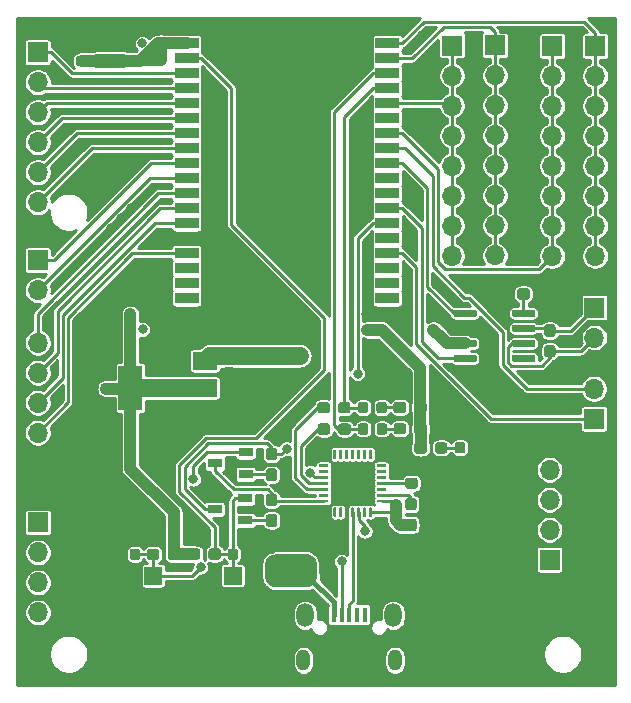
<source format=gbr>
G04 #@! TF.GenerationSoftware,KiCad,Pcbnew,5.1.5+dfsg1-2build2*
G04 #@! TF.CreationDate,2020-06-17T17:16:25+07:00*
G04 #@! TF.ProjectId,wrover_the_thesis,77726f76-6572-45f7-9468-655f74686573,rev?*
G04 #@! TF.SameCoordinates,Original*
G04 #@! TF.FileFunction,Copper,L1,Top*
G04 #@! TF.FilePolarity,Positive*
%FSLAX46Y46*%
G04 Gerber Fmt 4.6, Leading zero omitted, Abs format (unit mm)*
G04 Created by KiCad (PCBNEW 5.1.5+dfsg1-2build2) date 2020-06-17 17:16:25*
%MOMM*%
%LPD*%
G04 APERTURE LIST*
%ADD10R,1.500000X1.500000*%
%ADD11O,1.700000X1.700000*%
%ADD12R,1.700000X1.700000*%
%ADD13C,0.100000*%
%ADD14R,1.200000X0.800000*%
%ADD15R,2.000000X1.500000*%
%ADD16R,2.000000X3.800000*%
%ADD17R,5.000000X5.000000*%
%ADD18R,2.000000X0.900000*%
%ADD19O,1.150000X1.800000*%
%ADD20O,1.450000X2.000000*%
%ADD21R,0.450000X1.300000*%
%ADD22C,0.800000*%
%ADD23C,0.250000*%
%ADD24C,1.000000*%
%ADD25C,1.500000*%
%ADD26C,0.400000*%
%ADD27C,0.254000*%
G04 APERTURE END LIST*
D10*
X59330000Y-99150000D03*
X59330000Y-91350000D03*
D11*
X42820000Y-71620000D03*
X42820000Y-74160000D03*
X42820000Y-76700000D03*
X42820000Y-79240000D03*
D12*
X42820000Y-81780000D03*
G04 #@! TA.AperFunction,SMDPad,CuDef*
D13*
G36*
X62489504Y-74916204D02*
G01*
X62513773Y-74919804D01*
X62537571Y-74925765D01*
X62560671Y-74934030D01*
X62582849Y-74944520D01*
X62603893Y-74957133D01*
X62623598Y-74971747D01*
X62641777Y-74988223D01*
X62658253Y-75006402D01*
X62672867Y-75026107D01*
X62685480Y-75047151D01*
X62695970Y-75069329D01*
X62704235Y-75092429D01*
X62710196Y-75116227D01*
X62713796Y-75140496D01*
X62715000Y-75165000D01*
X62715000Y-75915000D01*
X62713796Y-75939504D01*
X62710196Y-75963773D01*
X62704235Y-75987571D01*
X62695970Y-76010671D01*
X62685480Y-76032849D01*
X62672867Y-76053893D01*
X62658253Y-76073598D01*
X62641777Y-76091777D01*
X62623598Y-76108253D01*
X62603893Y-76122867D01*
X62582849Y-76135480D01*
X62560671Y-76145970D01*
X62537571Y-76154235D01*
X62513773Y-76160196D01*
X62489504Y-76163796D01*
X62465000Y-76165000D01*
X60315000Y-76165000D01*
X60290496Y-76163796D01*
X60266227Y-76160196D01*
X60242429Y-76154235D01*
X60219329Y-76145970D01*
X60197151Y-76135480D01*
X60176107Y-76122867D01*
X60156402Y-76108253D01*
X60138223Y-76091777D01*
X60121747Y-76073598D01*
X60107133Y-76053893D01*
X60094520Y-76032849D01*
X60084030Y-76010671D01*
X60075765Y-75987571D01*
X60069804Y-75963773D01*
X60066204Y-75939504D01*
X60065000Y-75915000D01*
X60065000Y-75165000D01*
X60066204Y-75140496D01*
X60069804Y-75116227D01*
X60075765Y-75092429D01*
X60084030Y-75069329D01*
X60094520Y-75047151D01*
X60107133Y-75026107D01*
X60121747Y-75006402D01*
X60138223Y-74988223D01*
X60156402Y-74971747D01*
X60176107Y-74957133D01*
X60197151Y-74944520D01*
X60219329Y-74934030D01*
X60242429Y-74925765D01*
X60266227Y-74919804D01*
X60290496Y-74916204D01*
X60315000Y-74915000D01*
X62465000Y-74915000D01*
X62489504Y-74916204D01*
G37*
G04 #@! TD.AperFunction*
G04 #@! TA.AperFunction,SMDPad,CuDef*
G36*
X62489504Y-72116204D02*
G01*
X62513773Y-72119804D01*
X62537571Y-72125765D01*
X62560671Y-72134030D01*
X62582849Y-72144520D01*
X62603893Y-72157133D01*
X62623598Y-72171747D01*
X62641777Y-72188223D01*
X62658253Y-72206402D01*
X62672867Y-72226107D01*
X62685480Y-72247151D01*
X62695970Y-72269329D01*
X62704235Y-72292429D01*
X62710196Y-72316227D01*
X62713796Y-72340496D01*
X62715000Y-72365000D01*
X62715000Y-73115000D01*
X62713796Y-73139504D01*
X62710196Y-73163773D01*
X62704235Y-73187571D01*
X62695970Y-73210671D01*
X62685480Y-73232849D01*
X62672867Y-73253893D01*
X62658253Y-73273598D01*
X62641777Y-73291777D01*
X62623598Y-73308253D01*
X62603893Y-73322867D01*
X62582849Y-73335480D01*
X62560671Y-73345970D01*
X62537571Y-73354235D01*
X62513773Y-73360196D01*
X62489504Y-73363796D01*
X62465000Y-73365000D01*
X60315000Y-73365000D01*
X60290496Y-73363796D01*
X60266227Y-73360196D01*
X60242429Y-73354235D01*
X60219329Y-73345970D01*
X60197151Y-73335480D01*
X60176107Y-73322867D01*
X60156402Y-73308253D01*
X60138223Y-73291777D01*
X60121747Y-73273598D01*
X60107133Y-73253893D01*
X60094520Y-73232849D01*
X60084030Y-73210671D01*
X60075765Y-73187571D01*
X60069804Y-73163773D01*
X60066204Y-73139504D01*
X60065000Y-73115000D01*
X60065000Y-72365000D01*
X60066204Y-72340496D01*
X60069804Y-72316227D01*
X60075765Y-72292429D01*
X60084030Y-72269329D01*
X60094520Y-72247151D01*
X60107133Y-72226107D01*
X60121747Y-72206402D01*
X60138223Y-72188223D01*
X60156402Y-72171747D01*
X60176107Y-72157133D01*
X60197151Y-72144520D01*
X60219329Y-72134030D01*
X60242429Y-72125765D01*
X60266227Y-72119804D01*
X60290496Y-72116204D01*
X60315000Y-72115000D01*
X62465000Y-72115000D01*
X62489504Y-72116204D01*
G37*
G04 #@! TD.AperFunction*
D11*
X90010000Y-64290000D03*
X90010000Y-61750000D03*
X90010000Y-59210000D03*
X90010000Y-56670000D03*
X90010000Y-54130000D03*
X90010000Y-51590000D03*
X90010000Y-49050000D03*
D12*
X90010000Y-46510000D03*
D11*
X86370000Y-64290000D03*
X86370000Y-61750000D03*
X86370000Y-59210000D03*
X86370000Y-56670000D03*
X86370000Y-54130000D03*
X86370000Y-51590000D03*
X86370000Y-49050000D03*
D12*
X86370000Y-46510000D03*
D11*
X81530000Y-64240000D03*
X81530000Y-61700000D03*
X81530000Y-59160000D03*
X81530000Y-56620000D03*
X81530000Y-54080000D03*
X81530000Y-51540000D03*
X81530000Y-49000000D03*
D12*
X81530000Y-46460000D03*
D11*
X77900000Y-64250000D03*
X77900000Y-61710000D03*
X77900000Y-59170000D03*
X77900000Y-56630000D03*
X77900000Y-54090000D03*
X77900000Y-51550000D03*
X77900000Y-49010000D03*
D12*
X77900000Y-46470000D03*
D11*
X46470000Y-94470000D03*
X46470000Y-91930000D03*
X46470000Y-89390000D03*
D12*
X46470000Y-86850000D03*
D11*
X86150000Y-82380000D03*
X86150000Y-84920000D03*
X86150000Y-87460000D03*
D12*
X86150000Y-90000000D03*
D11*
X42850000Y-94470000D03*
X42850000Y-91930000D03*
X42850000Y-89390000D03*
D12*
X42850000Y-86850000D03*
D11*
X89880000Y-82360000D03*
X89880000Y-84900000D03*
X89880000Y-87440000D03*
D12*
X89880000Y-89980000D03*
G04 #@! TA.AperFunction,SMDPad,CuDef*
D13*
G36*
X75540779Y-80066144D02*
G01*
X75563834Y-80069563D01*
X75586443Y-80075227D01*
X75608387Y-80083079D01*
X75629457Y-80093044D01*
X75649448Y-80105026D01*
X75668168Y-80118910D01*
X75685438Y-80134562D01*
X75701090Y-80151832D01*
X75714974Y-80170552D01*
X75726956Y-80190543D01*
X75736921Y-80211613D01*
X75744773Y-80233557D01*
X75750437Y-80256166D01*
X75753856Y-80279221D01*
X75755000Y-80302500D01*
X75755000Y-80777500D01*
X75753856Y-80800779D01*
X75750437Y-80823834D01*
X75744773Y-80846443D01*
X75736921Y-80868387D01*
X75726956Y-80889457D01*
X75714974Y-80909448D01*
X75701090Y-80928168D01*
X75685438Y-80945438D01*
X75668168Y-80961090D01*
X75649448Y-80974974D01*
X75629457Y-80986956D01*
X75608387Y-80996921D01*
X75586443Y-81004773D01*
X75563834Y-81010437D01*
X75540779Y-81013856D01*
X75517500Y-81015000D01*
X74942500Y-81015000D01*
X74919221Y-81013856D01*
X74896166Y-81010437D01*
X74873557Y-81004773D01*
X74851613Y-80996921D01*
X74830543Y-80986956D01*
X74810552Y-80974974D01*
X74791832Y-80961090D01*
X74774562Y-80945438D01*
X74758910Y-80928168D01*
X74745026Y-80909448D01*
X74733044Y-80889457D01*
X74723079Y-80868387D01*
X74715227Y-80846443D01*
X74709563Y-80823834D01*
X74706144Y-80800779D01*
X74705000Y-80777500D01*
X74705000Y-80302500D01*
X74706144Y-80279221D01*
X74709563Y-80256166D01*
X74715227Y-80233557D01*
X74723079Y-80211613D01*
X74733044Y-80190543D01*
X74745026Y-80170552D01*
X74758910Y-80151832D01*
X74774562Y-80134562D01*
X74791832Y-80118910D01*
X74810552Y-80105026D01*
X74830543Y-80093044D01*
X74851613Y-80083079D01*
X74873557Y-80075227D01*
X74896166Y-80069563D01*
X74919221Y-80066144D01*
X74942500Y-80065000D01*
X75517500Y-80065000D01*
X75540779Y-80066144D01*
G37*
G04 #@! TD.AperFunction*
G04 #@! TA.AperFunction,SMDPad,CuDef*
G36*
X77290779Y-80066144D02*
G01*
X77313834Y-80069563D01*
X77336443Y-80075227D01*
X77358387Y-80083079D01*
X77379457Y-80093044D01*
X77399448Y-80105026D01*
X77418168Y-80118910D01*
X77435438Y-80134562D01*
X77451090Y-80151832D01*
X77464974Y-80170552D01*
X77476956Y-80190543D01*
X77486921Y-80211613D01*
X77494773Y-80233557D01*
X77500437Y-80256166D01*
X77503856Y-80279221D01*
X77505000Y-80302500D01*
X77505000Y-80777500D01*
X77503856Y-80800779D01*
X77500437Y-80823834D01*
X77494773Y-80846443D01*
X77486921Y-80868387D01*
X77476956Y-80889457D01*
X77464974Y-80909448D01*
X77451090Y-80928168D01*
X77435438Y-80945438D01*
X77418168Y-80961090D01*
X77399448Y-80974974D01*
X77379457Y-80986956D01*
X77358387Y-80996921D01*
X77336443Y-81004773D01*
X77313834Y-81010437D01*
X77290779Y-81013856D01*
X77267500Y-81015000D01*
X76692500Y-81015000D01*
X76669221Y-81013856D01*
X76646166Y-81010437D01*
X76623557Y-81004773D01*
X76601613Y-80996921D01*
X76580543Y-80986956D01*
X76560552Y-80974974D01*
X76541832Y-80961090D01*
X76524562Y-80945438D01*
X76508910Y-80928168D01*
X76495026Y-80909448D01*
X76483044Y-80889457D01*
X76473079Y-80868387D01*
X76465227Y-80846443D01*
X76459563Y-80823834D01*
X76456144Y-80800779D01*
X76455000Y-80777500D01*
X76455000Y-80302500D01*
X76456144Y-80279221D01*
X76459563Y-80256166D01*
X76465227Y-80233557D01*
X76473079Y-80211613D01*
X76483044Y-80190543D01*
X76495026Y-80170552D01*
X76508910Y-80151832D01*
X76524562Y-80134562D01*
X76541832Y-80118910D01*
X76560552Y-80105026D01*
X76580543Y-80093044D01*
X76601613Y-80083079D01*
X76623557Y-80075227D01*
X76646166Y-80069563D01*
X76669221Y-80066144D01*
X76692500Y-80065000D01*
X77267500Y-80065000D01*
X77290779Y-80066144D01*
G37*
G04 #@! TD.AperFunction*
G04 #@! TA.AperFunction,SMDPad,CuDef*
G36*
X78812691Y-80056053D02*
G01*
X78833926Y-80059203D01*
X78854750Y-80064419D01*
X78874962Y-80071651D01*
X78894368Y-80080830D01*
X78912781Y-80091866D01*
X78930024Y-80104654D01*
X78945930Y-80119070D01*
X78960346Y-80134976D01*
X78973134Y-80152219D01*
X78984170Y-80170632D01*
X78993349Y-80190038D01*
X79000581Y-80210250D01*
X79005797Y-80231074D01*
X79008947Y-80252309D01*
X79010000Y-80273750D01*
X79010000Y-80786250D01*
X79008947Y-80807691D01*
X79005797Y-80828926D01*
X79000581Y-80849750D01*
X78993349Y-80869962D01*
X78984170Y-80889368D01*
X78973134Y-80907781D01*
X78960346Y-80925024D01*
X78945930Y-80940930D01*
X78930024Y-80955346D01*
X78912781Y-80968134D01*
X78894368Y-80979170D01*
X78874962Y-80988349D01*
X78854750Y-80995581D01*
X78833926Y-81000797D01*
X78812691Y-81003947D01*
X78791250Y-81005000D01*
X78353750Y-81005000D01*
X78332309Y-81003947D01*
X78311074Y-81000797D01*
X78290250Y-80995581D01*
X78270038Y-80988349D01*
X78250632Y-80979170D01*
X78232219Y-80968134D01*
X78214976Y-80955346D01*
X78199070Y-80940930D01*
X78184654Y-80925024D01*
X78171866Y-80907781D01*
X78160830Y-80889368D01*
X78151651Y-80869962D01*
X78144419Y-80849750D01*
X78139203Y-80828926D01*
X78136053Y-80807691D01*
X78135000Y-80786250D01*
X78135000Y-80273750D01*
X78136053Y-80252309D01*
X78139203Y-80231074D01*
X78144419Y-80210250D01*
X78151651Y-80190038D01*
X78160830Y-80170632D01*
X78171866Y-80152219D01*
X78184654Y-80134976D01*
X78199070Y-80119070D01*
X78214976Y-80104654D01*
X78232219Y-80091866D01*
X78250632Y-80080830D01*
X78270038Y-80071651D01*
X78290250Y-80064419D01*
X78311074Y-80059203D01*
X78332309Y-80056053D01*
X78353750Y-80055000D01*
X78791250Y-80055000D01*
X78812691Y-80056053D01*
G37*
G04 #@! TD.AperFunction*
G04 #@! TA.AperFunction,SMDPad,CuDef*
G36*
X80387691Y-80056053D02*
G01*
X80408926Y-80059203D01*
X80429750Y-80064419D01*
X80449962Y-80071651D01*
X80469368Y-80080830D01*
X80487781Y-80091866D01*
X80505024Y-80104654D01*
X80520930Y-80119070D01*
X80535346Y-80134976D01*
X80548134Y-80152219D01*
X80559170Y-80170632D01*
X80568349Y-80190038D01*
X80575581Y-80210250D01*
X80580797Y-80231074D01*
X80583947Y-80252309D01*
X80585000Y-80273750D01*
X80585000Y-80786250D01*
X80583947Y-80807691D01*
X80580797Y-80828926D01*
X80575581Y-80849750D01*
X80568349Y-80869962D01*
X80559170Y-80889368D01*
X80548134Y-80907781D01*
X80535346Y-80925024D01*
X80520930Y-80940930D01*
X80505024Y-80955346D01*
X80487781Y-80968134D01*
X80469368Y-80979170D01*
X80449962Y-80988349D01*
X80429750Y-80995581D01*
X80408926Y-81000797D01*
X80387691Y-81003947D01*
X80366250Y-81005000D01*
X79928750Y-81005000D01*
X79907309Y-81003947D01*
X79886074Y-81000797D01*
X79865250Y-80995581D01*
X79845038Y-80988349D01*
X79825632Y-80979170D01*
X79807219Y-80968134D01*
X79789976Y-80955346D01*
X79774070Y-80940930D01*
X79759654Y-80925024D01*
X79746866Y-80907781D01*
X79735830Y-80889368D01*
X79726651Y-80869962D01*
X79719419Y-80849750D01*
X79714203Y-80828926D01*
X79711053Y-80807691D01*
X79710000Y-80786250D01*
X79710000Y-80273750D01*
X79711053Y-80252309D01*
X79714203Y-80231074D01*
X79719419Y-80210250D01*
X79726651Y-80190038D01*
X79735830Y-80170632D01*
X79746866Y-80152219D01*
X79759654Y-80134976D01*
X79774070Y-80119070D01*
X79789976Y-80104654D01*
X79807219Y-80091866D01*
X79825632Y-80080830D01*
X79845038Y-80071651D01*
X79865250Y-80064419D01*
X79886074Y-80059203D01*
X79907309Y-80056053D01*
X79928750Y-80055000D01*
X80366250Y-80055000D01*
X80387691Y-80056053D01*
G37*
G04 #@! TD.AperFunction*
G04 #@! TA.AperFunction,SMDPad,CuDef*
G36*
X62880779Y-86151144D02*
G01*
X62903834Y-86154563D01*
X62926443Y-86160227D01*
X62948387Y-86168079D01*
X62969457Y-86178044D01*
X62989448Y-86190026D01*
X63008168Y-86203910D01*
X63025438Y-86219562D01*
X63041090Y-86236832D01*
X63054974Y-86255552D01*
X63066956Y-86275543D01*
X63076921Y-86296613D01*
X63084773Y-86318557D01*
X63090437Y-86341166D01*
X63093856Y-86364221D01*
X63095000Y-86387500D01*
X63095000Y-86962500D01*
X63093856Y-86985779D01*
X63090437Y-87008834D01*
X63084773Y-87031443D01*
X63076921Y-87053387D01*
X63066956Y-87074457D01*
X63054974Y-87094448D01*
X63041090Y-87113168D01*
X63025438Y-87130438D01*
X63008168Y-87146090D01*
X62989448Y-87159974D01*
X62969457Y-87171956D01*
X62948387Y-87181921D01*
X62926443Y-87189773D01*
X62903834Y-87195437D01*
X62880779Y-87198856D01*
X62857500Y-87200000D01*
X62382500Y-87200000D01*
X62359221Y-87198856D01*
X62336166Y-87195437D01*
X62313557Y-87189773D01*
X62291613Y-87181921D01*
X62270543Y-87171956D01*
X62250552Y-87159974D01*
X62231832Y-87146090D01*
X62214562Y-87130438D01*
X62198910Y-87113168D01*
X62185026Y-87094448D01*
X62173044Y-87074457D01*
X62163079Y-87053387D01*
X62155227Y-87031443D01*
X62149563Y-87008834D01*
X62146144Y-86985779D01*
X62145000Y-86962500D01*
X62145000Y-86387500D01*
X62146144Y-86364221D01*
X62149563Y-86341166D01*
X62155227Y-86318557D01*
X62163079Y-86296613D01*
X62173044Y-86275543D01*
X62185026Y-86255552D01*
X62198910Y-86236832D01*
X62214562Y-86219562D01*
X62231832Y-86203910D01*
X62250552Y-86190026D01*
X62270543Y-86178044D01*
X62291613Y-86168079D01*
X62313557Y-86160227D01*
X62336166Y-86154563D01*
X62359221Y-86151144D01*
X62382500Y-86150000D01*
X62857500Y-86150000D01*
X62880779Y-86151144D01*
G37*
G04 #@! TD.AperFunction*
G04 #@! TA.AperFunction,SMDPad,CuDef*
G36*
X62880779Y-84401144D02*
G01*
X62903834Y-84404563D01*
X62926443Y-84410227D01*
X62948387Y-84418079D01*
X62969457Y-84428044D01*
X62989448Y-84440026D01*
X63008168Y-84453910D01*
X63025438Y-84469562D01*
X63041090Y-84486832D01*
X63054974Y-84505552D01*
X63066956Y-84525543D01*
X63076921Y-84546613D01*
X63084773Y-84568557D01*
X63090437Y-84591166D01*
X63093856Y-84614221D01*
X63095000Y-84637500D01*
X63095000Y-85212500D01*
X63093856Y-85235779D01*
X63090437Y-85258834D01*
X63084773Y-85281443D01*
X63076921Y-85303387D01*
X63066956Y-85324457D01*
X63054974Y-85344448D01*
X63041090Y-85363168D01*
X63025438Y-85380438D01*
X63008168Y-85396090D01*
X62989448Y-85409974D01*
X62969457Y-85421956D01*
X62948387Y-85431921D01*
X62926443Y-85439773D01*
X62903834Y-85445437D01*
X62880779Y-85448856D01*
X62857500Y-85450000D01*
X62382500Y-85450000D01*
X62359221Y-85448856D01*
X62336166Y-85445437D01*
X62313557Y-85439773D01*
X62291613Y-85431921D01*
X62270543Y-85421956D01*
X62250552Y-85409974D01*
X62231832Y-85396090D01*
X62214562Y-85380438D01*
X62198910Y-85363168D01*
X62185026Y-85344448D01*
X62173044Y-85324457D01*
X62163079Y-85303387D01*
X62155227Y-85281443D01*
X62149563Y-85258834D01*
X62146144Y-85235779D01*
X62145000Y-85212500D01*
X62145000Y-84637500D01*
X62146144Y-84614221D01*
X62149563Y-84591166D01*
X62155227Y-84568557D01*
X62163079Y-84546613D01*
X62173044Y-84525543D01*
X62185026Y-84505552D01*
X62198910Y-84486832D01*
X62214562Y-84469562D01*
X62231832Y-84453910D01*
X62250552Y-84440026D01*
X62270543Y-84428044D01*
X62291613Y-84418079D01*
X62313557Y-84410227D01*
X62336166Y-84404563D01*
X62359221Y-84401144D01*
X62382500Y-84400000D01*
X62857500Y-84400000D01*
X62880779Y-84401144D01*
G37*
G04 #@! TD.AperFunction*
G04 #@! TA.AperFunction,SMDPad,CuDef*
G36*
X76520779Y-83056144D02*
G01*
X76543834Y-83059563D01*
X76566443Y-83065227D01*
X76588387Y-83073079D01*
X76609457Y-83083044D01*
X76629448Y-83095026D01*
X76648168Y-83108910D01*
X76665438Y-83124562D01*
X76681090Y-83141832D01*
X76694974Y-83160552D01*
X76706956Y-83180543D01*
X76716921Y-83201613D01*
X76724773Y-83223557D01*
X76730437Y-83246166D01*
X76733856Y-83269221D01*
X76735000Y-83292500D01*
X76735000Y-83767500D01*
X76733856Y-83790779D01*
X76730437Y-83813834D01*
X76724773Y-83836443D01*
X76716921Y-83858387D01*
X76706956Y-83879457D01*
X76694974Y-83899448D01*
X76681090Y-83918168D01*
X76665438Y-83935438D01*
X76648168Y-83951090D01*
X76629448Y-83964974D01*
X76609457Y-83976956D01*
X76588387Y-83986921D01*
X76566443Y-83994773D01*
X76543834Y-84000437D01*
X76520779Y-84003856D01*
X76497500Y-84005000D01*
X75922500Y-84005000D01*
X75899221Y-84003856D01*
X75876166Y-84000437D01*
X75853557Y-83994773D01*
X75831613Y-83986921D01*
X75810543Y-83976956D01*
X75790552Y-83964974D01*
X75771832Y-83951090D01*
X75754562Y-83935438D01*
X75738910Y-83918168D01*
X75725026Y-83899448D01*
X75713044Y-83879457D01*
X75703079Y-83858387D01*
X75695227Y-83836443D01*
X75689563Y-83813834D01*
X75686144Y-83790779D01*
X75685000Y-83767500D01*
X75685000Y-83292500D01*
X75686144Y-83269221D01*
X75689563Y-83246166D01*
X75695227Y-83223557D01*
X75703079Y-83201613D01*
X75713044Y-83180543D01*
X75725026Y-83160552D01*
X75738910Y-83141832D01*
X75754562Y-83124562D01*
X75771832Y-83108910D01*
X75790552Y-83095026D01*
X75810543Y-83083044D01*
X75831613Y-83073079D01*
X75853557Y-83065227D01*
X75876166Y-83059563D01*
X75899221Y-83056144D01*
X75922500Y-83055000D01*
X76497500Y-83055000D01*
X76520779Y-83056144D01*
G37*
G04 #@! TD.AperFunction*
G04 #@! TA.AperFunction,SMDPad,CuDef*
G36*
X74770779Y-83056144D02*
G01*
X74793834Y-83059563D01*
X74816443Y-83065227D01*
X74838387Y-83073079D01*
X74859457Y-83083044D01*
X74879448Y-83095026D01*
X74898168Y-83108910D01*
X74915438Y-83124562D01*
X74931090Y-83141832D01*
X74944974Y-83160552D01*
X74956956Y-83180543D01*
X74966921Y-83201613D01*
X74974773Y-83223557D01*
X74980437Y-83246166D01*
X74983856Y-83269221D01*
X74985000Y-83292500D01*
X74985000Y-83767500D01*
X74983856Y-83790779D01*
X74980437Y-83813834D01*
X74974773Y-83836443D01*
X74966921Y-83858387D01*
X74956956Y-83879457D01*
X74944974Y-83899448D01*
X74931090Y-83918168D01*
X74915438Y-83935438D01*
X74898168Y-83951090D01*
X74879448Y-83964974D01*
X74859457Y-83976956D01*
X74838387Y-83986921D01*
X74816443Y-83994773D01*
X74793834Y-84000437D01*
X74770779Y-84003856D01*
X74747500Y-84005000D01*
X74172500Y-84005000D01*
X74149221Y-84003856D01*
X74126166Y-84000437D01*
X74103557Y-83994773D01*
X74081613Y-83986921D01*
X74060543Y-83976956D01*
X74040552Y-83964974D01*
X74021832Y-83951090D01*
X74004562Y-83935438D01*
X73988910Y-83918168D01*
X73975026Y-83899448D01*
X73963044Y-83879457D01*
X73953079Y-83858387D01*
X73945227Y-83836443D01*
X73939563Y-83813834D01*
X73936144Y-83790779D01*
X73935000Y-83767500D01*
X73935000Y-83292500D01*
X73936144Y-83269221D01*
X73939563Y-83246166D01*
X73945227Y-83223557D01*
X73953079Y-83201613D01*
X73963044Y-83180543D01*
X73975026Y-83160552D01*
X73988910Y-83141832D01*
X74004562Y-83124562D01*
X74021832Y-83108910D01*
X74040552Y-83095026D01*
X74060543Y-83083044D01*
X74081613Y-83073079D01*
X74103557Y-83065227D01*
X74126166Y-83059563D01*
X74149221Y-83056144D01*
X74172500Y-83055000D01*
X74747500Y-83055000D01*
X74770779Y-83056144D01*
G37*
G04 #@! TD.AperFunction*
G04 #@! TA.AperFunction,SMDPad,CuDef*
G36*
X74680779Y-84781144D02*
G01*
X74703834Y-84784563D01*
X74726443Y-84790227D01*
X74748387Y-84798079D01*
X74769457Y-84808044D01*
X74789448Y-84820026D01*
X74808168Y-84833910D01*
X74825438Y-84849562D01*
X74841090Y-84866832D01*
X74854974Y-84885552D01*
X74866956Y-84905543D01*
X74876921Y-84926613D01*
X74884773Y-84948557D01*
X74890437Y-84971166D01*
X74893856Y-84994221D01*
X74895000Y-85017500D01*
X74895000Y-85592500D01*
X74893856Y-85615779D01*
X74890437Y-85638834D01*
X74884773Y-85661443D01*
X74876921Y-85683387D01*
X74866956Y-85704457D01*
X74854974Y-85724448D01*
X74841090Y-85743168D01*
X74825438Y-85760438D01*
X74808168Y-85776090D01*
X74789448Y-85789974D01*
X74769457Y-85801956D01*
X74748387Y-85811921D01*
X74726443Y-85819773D01*
X74703834Y-85825437D01*
X74680779Y-85828856D01*
X74657500Y-85830000D01*
X74182500Y-85830000D01*
X74159221Y-85828856D01*
X74136166Y-85825437D01*
X74113557Y-85819773D01*
X74091613Y-85811921D01*
X74070543Y-85801956D01*
X74050552Y-85789974D01*
X74031832Y-85776090D01*
X74014562Y-85760438D01*
X73998910Y-85743168D01*
X73985026Y-85724448D01*
X73973044Y-85704457D01*
X73963079Y-85683387D01*
X73955227Y-85661443D01*
X73949563Y-85638834D01*
X73946144Y-85615779D01*
X73945000Y-85592500D01*
X73945000Y-85017500D01*
X73946144Y-84994221D01*
X73949563Y-84971166D01*
X73955227Y-84948557D01*
X73963079Y-84926613D01*
X73973044Y-84905543D01*
X73985026Y-84885552D01*
X73998910Y-84866832D01*
X74014562Y-84849562D01*
X74031832Y-84833910D01*
X74050552Y-84820026D01*
X74070543Y-84808044D01*
X74091613Y-84798079D01*
X74113557Y-84790227D01*
X74136166Y-84784563D01*
X74159221Y-84781144D01*
X74182500Y-84780000D01*
X74657500Y-84780000D01*
X74680779Y-84781144D01*
G37*
G04 #@! TD.AperFunction*
G04 #@! TA.AperFunction,SMDPad,CuDef*
G36*
X74680779Y-86531144D02*
G01*
X74703834Y-86534563D01*
X74726443Y-86540227D01*
X74748387Y-86548079D01*
X74769457Y-86558044D01*
X74789448Y-86570026D01*
X74808168Y-86583910D01*
X74825438Y-86599562D01*
X74841090Y-86616832D01*
X74854974Y-86635552D01*
X74866956Y-86655543D01*
X74876921Y-86676613D01*
X74884773Y-86698557D01*
X74890437Y-86721166D01*
X74893856Y-86744221D01*
X74895000Y-86767500D01*
X74895000Y-87342500D01*
X74893856Y-87365779D01*
X74890437Y-87388834D01*
X74884773Y-87411443D01*
X74876921Y-87433387D01*
X74866956Y-87454457D01*
X74854974Y-87474448D01*
X74841090Y-87493168D01*
X74825438Y-87510438D01*
X74808168Y-87526090D01*
X74789448Y-87539974D01*
X74769457Y-87551956D01*
X74748387Y-87561921D01*
X74726443Y-87569773D01*
X74703834Y-87575437D01*
X74680779Y-87578856D01*
X74657500Y-87580000D01*
X74182500Y-87580000D01*
X74159221Y-87578856D01*
X74136166Y-87575437D01*
X74113557Y-87569773D01*
X74091613Y-87561921D01*
X74070543Y-87551956D01*
X74050552Y-87539974D01*
X74031832Y-87526090D01*
X74014562Y-87510438D01*
X73998910Y-87493168D01*
X73985026Y-87474448D01*
X73973044Y-87454457D01*
X73963079Y-87433387D01*
X73955227Y-87411443D01*
X73949563Y-87388834D01*
X73946144Y-87365779D01*
X73945000Y-87342500D01*
X73945000Y-86767500D01*
X73946144Y-86744221D01*
X73949563Y-86721166D01*
X73955227Y-86698557D01*
X73963079Y-86676613D01*
X73973044Y-86655543D01*
X73985026Y-86635552D01*
X73998910Y-86616832D01*
X74014562Y-86599562D01*
X74031832Y-86583910D01*
X74050552Y-86570026D01*
X74070543Y-86558044D01*
X74091613Y-86548079D01*
X74113557Y-86540227D01*
X74136166Y-86534563D01*
X74159221Y-86531144D01*
X74182500Y-86530000D01*
X74657500Y-86530000D01*
X74680779Y-86531144D01*
G37*
G04 #@! TD.AperFunction*
G04 #@! TA.AperFunction,SMDPad,CuDef*
G36*
X62870779Y-82276144D02*
G01*
X62893834Y-82279563D01*
X62916443Y-82285227D01*
X62938387Y-82293079D01*
X62959457Y-82303044D01*
X62979448Y-82315026D01*
X62998168Y-82328910D01*
X63015438Y-82344562D01*
X63031090Y-82361832D01*
X63044974Y-82380552D01*
X63056956Y-82400543D01*
X63066921Y-82421613D01*
X63074773Y-82443557D01*
X63080437Y-82466166D01*
X63083856Y-82489221D01*
X63085000Y-82512500D01*
X63085000Y-83087500D01*
X63083856Y-83110779D01*
X63080437Y-83133834D01*
X63074773Y-83156443D01*
X63066921Y-83178387D01*
X63056956Y-83199457D01*
X63044974Y-83219448D01*
X63031090Y-83238168D01*
X63015438Y-83255438D01*
X62998168Y-83271090D01*
X62979448Y-83284974D01*
X62959457Y-83296956D01*
X62938387Y-83306921D01*
X62916443Y-83314773D01*
X62893834Y-83320437D01*
X62870779Y-83323856D01*
X62847500Y-83325000D01*
X62372500Y-83325000D01*
X62349221Y-83323856D01*
X62326166Y-83320437D01*
X62303557Y-83314773D01*
X62281613Y-83306921D01*
X62260543Y-83296956D01*
X62240552Y-83284974D01*
X62221832Y-83271090D01*
X62204562Y-83255438D01*
X62188910Y-83238168D01*
X62175026Y-83219448D01*
X62163044Y-83199457D01*
X62153079Y-83178387D01*
X62145227Y-83156443D01*
X62139563Y-83133834D01*
X62136144Y-83110779D01*
X62135000Y-83087500D01*
X62135000Y-82512500D01*
X62136144Y-82489221D01*
X62139563Y-82466166D01*
X62145227Y-82443557D01*
X62153079Y-82421613D01*
X62163044Y-82400543D01*
X62175026Y-82380552D01*
X62188910Y-82361832D01*
X62204562Y-82344562D01*
X62221832Y-82328910D01*
X62240552Y-82315026D01*
X62260543Y-82303044D01*
X62281613Y-82293079D01*
X62303557Y-82285227D01*
X62326166Y-82279563D01*
X62349221Y-82276144D01*
X62372500Y-82275000D01*
X62847500Y-82275000D01*
X62870779Y-82276144D01*
G37*
G04 #@! TD.AperFunction*
G04 #@! TA.AperFunction,SMDPad,CuDef*
G36*
X62870779Y-80526144D02*
G01*
X62893834Y-80529563D01*
X62916443Y-80535227D01*
X62938387Y-80543079D01*
X62959457Y-80553044D01*
X62979448Y-80565026D01*
X62998168Y-80578910D01*
X63015438Y-80594562D01*
X63031090Y-80611832D01*
X63044974Y-80630552D01*
X63056956Y-80650543D01*
X63066921Y-80671613D01*
X63074773Y-80693557D01*
X63080437Y-80716166D01*
X63083856Y-80739221D01*
X63085000Y-80762500D01*
X63085000Y-81337500D01*
X63083856Y-81360779D01*
X63080437Y-81383834D01*
X63074773Y-81406443D01*
X63066921Y-81428387D01*
X63056956Y-81449457D01*
X63044974Y-81469448D01*
X63031090Y-81488168D01*
X63015438Y-81505438D01*
X62998168Y-81521090D01*
X62979448Y-81534974D01*
X62959457Y-81546956D01*
X62938387Y-81556921D01*
X62916443Y-81564773D01*
X62893834Y-81570437D01*
X62870779Y-81573856D01*
X62847500Y-81575000D01*
X62372500Y-81575000D01*
X62349221Y-81573856D01*
X62326166Y-81570437D01*
X62303557Y-81564773D01*
X62281613Y-81556921D01*
X62260543Y-81546956D01*
X62240552Y-81534974D01*
X62221832Y-81521090D01*
X62204562Y-81505438D01*
X62188910Y-81488168D01*
X62175026Y-81469448D01*
X62163044Y-81449457D01*
X62153079Y-81428387D01*
X62145227Y-81406443D01*
X62139563Y-81383834D01*
X62136144Y-81360779D01*
X62135000Y-81337500D01*
X62135000Y-80762500D01*
X62136144Y-80739221D01*
X62139563Y-80716166D01*
X62145227Y-80693557D01*
X62153079Y-80671613D01*
X62163044Y-80650543D01*
X62175026Y-80630552D01*
X62188910Y-80611832D01*
X62204562Y-80594562D01*
X62221832Y-80578910D01*
X62240552Y-80565026D01*
X62260543Y-80553044D01*
X62281613Y-80543079D01*
X62303557Y-80535227D01*
X62326166Y-80529563D01*
X62349221Y-80526144D01*
X62372500Y-80525000D01*
X62847500Y-80525000D01*
X62870779Y-80526144D01*
G37*
G04 #@! TD.AperFunction*
G04 #@! TA.AperFunction,SMDPad,CuDef*
G36*
X67330779Y-76666144D02*
G01*
X67353834Y-76669563D01*
X67376443Y-76675227D01*
X67398387Y-76683079D01*
X67419457Y-76693044D01*
X67439448Y-76705026D01*
X67458168Y-76718910D01*
X67475438Y-76734562D01*
X67491090Y-76751832D01*
X67504974Y-76770552D01*
X67516956Y-76790543D01*
X67526921Y-76811613D01*
X67534773Y-76833557D01*
X67540437Y-76856166D01*
X67543856Y-76879221D01*
X67545000Y-76902500D01*
X67545000Y-77377500D01*
X67543856Y-77400779D01*
X67540437Y-77423834D01*
X67534773Y-77446443D01*
X67526921Y-77468387D01*
X67516956Y-77489457D01*
X67504974Y-77509448D01*
X67491090Y-77528168D01*
X67475438Y-77545438D01*
X67458168Y-77561090D01*
X67439448Y-77574974D01*
X67419457Y-77586956D01*
X67398387Y-77596921D01*
X67376443Y-77604773D01*
X67353834Y-77610437D01*
X67330779Y-77613856D01*
X67307500Y-77615000D01*
X66732500Y-77615000D01*
X66709221Y-77613856D01*
X66686166Y-77610437D01*
X66663557Y-77604773D01*
X66641613Y-77596921D01*
X66620543Y-77586956D01*
X66600552Y-77574974D01*
X66581832Y-77561090D01*
X66564562Y-77545438D01*
X66548910Y-77528168D01*
X66535026Y-77509448D01*
X66523044Y-77489457D01*
X66513079Y-77468387D01*
X66505227Y-77446443D01*
X66499563Y-77423834D01*
X66496144Y-77400779D01*
X66495000Y-77377500D01*
X66495000Y-76902500D01*
X66496144Y-76879221D01*
X66499563Y-76856166D01*
X66505227Y-76833557D01*
X66513079Y-76811613D01*
X66523044Y-76790543D01*
X66535026Y-76770552D01*
X66548910Y-76751832D01*
X66564562Y-76734562D01*
X66581832Y-76718910D01*
X66600552Y-76705026D01*
X66620543Y-76693044D01*
X66641613Y-76683079D01*
X66663557Y-76675227D01*
X66686166Y-76669563D01*
X66709221Y-76666144D01*
X66732500Y-76665000D01*
X67307500Y-76665000D01*
X67330779Y-76666144D01*
G37*
G04 #@! TD.AperFunction*
G04 #@! TA.AperFunction,SMDPad,CuDef*
G36*
X69080779Y-76666144D02*
G01*
X69103834Y-76669563D01*
X69126443Y-76675227D01*
X69148387Y-76683079D01*
X69169457Y-76693044D01*
X69189448Y-76705026D01*
X69208168Y-76718910D01*
X69225438Y-76734562D01*
X69241090Y-76751832D01*
X69254974Y-76770552D01*
X69266956Y-76790543D01*
X69276921Y-76811613D01*
X69284773Y-76833557D01*
X69290437Y-76856166D01*
X69293856Y-76879221D01*
X69295000Y-76902500D01*
X69295000Y-77377500D01*
X69293856Y-77400779D01*
X69290437Y-77423834D01*
X69284773Y-77446443D01*
X69276921Y-77468387D01*
X69266956Y-77489457D01*
X69254974Y-77509448D01*
X69241090Y-77528168D01*
X69225438Y-77545438D01*
X69208168Y-77561090D01*
X69189448Y-77574974D01*
X69169457Y-77586956D01*
X69148387Y-77596921D01*
X69126443Y-77604773D01*
X69103834Y-77610437D01*
X69080779Y-77613856D01*
X69057500Y-77615000D01*
X68482500Y-77615000D01*
X68459221Y-77613856D01*
X68436166Y-77610437D01*
X68413557Y-77604773D01*
X68391613Y-77596921D01*
X68370543Y-77586956D01*
X68350552Y-77574974D01*
X68331832Y-77561090D01*
X68314562Y-77545438D01*
X68298910Y-77528168D01*
X68285026Y-77509448D01*
X68273044Y-77489457D01*
X68263079Y-77468387D01*
X68255227Y-77446443D01*
X68249563Y-77423834D01*
X68246144Y-77400779D01*
X68245000Y-77377500D01*
X68245000Y-76902500D01*
X68246144Y-76879221D01*
X68249563Y-76856166D01*
X68255227Y-76833557D01*
X68263079Y-76811613D01*
X68273044Y-76790543D01*
X68285026Y-76770552D01*
X68298910Y-76751832D01*
X68314562Y-76734562D01*
X68331832Y-76718910D01*
X68350552Y-76705026D01*
X68370543Y-76693044D01*
X68391613Y-76683079D01*
X68413557Y-76675227D01*
X68436166Y-76669563D01*
X68459221Y-76666144D01*
X68482500Y-76665000D01*
X69057500Y-76665000D01*
X69080779Y-76666144D01*
G37*
G04 #@! TD.AperFunction*
G04 #@! TA.AperFunction,SMDPad,CuDef*
G36*
X67350779Y-78466144D02*
G01*
X67373834Y-78469563D01*
X67396443Y-78475227D01*
X67418387Y-78483079D01*
X67439457Y-78493044D01*
X67459448Y-78505026D01*
X67478168Y-78518910D01*
X67495438Y-78534562D01*
X67511090Y-78551832D01*
X67524974Y-78570552D01*
X67536956Y-78590543D01*
X67546921Y-78611613D01*
X67554773Y-78633557D01*
X67560437Y-78656166D01*
X67563856Y-78679221D01*
X67565000Y-78702500D01*
X67565000Y-79177500D01*
X67563856Y-79200779D01*
X67560437Y-79223834D01*
X67554773Y-79246443D01*
X67546921Y-79268387D01*
X67536956Y-79289457D01*
X67524974Y-79309448D01*
X67511090Y-79328168D01*
X67495438Y-79345438D01*
X67478168Y-79361090D01*
X67459448Y-79374974D01*
X67439457Y-79386956D01*
X67418387Y-79396921D01*
X67396443Y-79404773D01*
X67373834Y-79410437D01*
X67350779Y-79413856D01*
X67327500Y-79415000D01*
X66752500Y-79415000D01*
X66729221Y-79413856D01*
X66706166Y-79410437D01*
X66683557Y-79404773D01*
X66661613Y-79396921D01*
X66640543Y-79386956D01*
X66620552Y-79374974D01*
X66601832Y-79361090D01*
X66584562Y-79345438D01*
X66568910Y-79328168D01*
X66555026Y-79309448D01*
X66543044Y-79289457D01*
X66533079Y-79268387D01*
X66525227Y-79246443D01*
X66519563Y-79223834D01*
X66516144Y-79200779D01*
X66515000Y-79177500D01*
X66515000Y-78702500D01*
X66516144Y-78679221D01*
X66519563Y-78656166D01*
X66525227Y-78633557D01*
X66533079Y-78611613D01*
X66543044Y-78590543D01*
X66555026Y-78570552D01*
X66568910Y-78551832D01*
X66584562Y-78534562D01*
X66601832Y-78518910D01*
X66620552Y-78505026D01*
X66640543Y-78493044D01*
X66661613Y-78483079D01*
X66683557Y-78475227D01*
X66706166Y-78469563D01*
X66729221Y-78466144D01*
X66752500Y-78465000D01*
X67327500Y-78465000D01*
X67350779Y-78466144D01*
G37*
G04 #@! TD.AperFunction*
G04 #@! TA.AperFunction,SMDPad,CuDef*
G36*
X69100779Y-78466144D02*
G01*
X69123834Y-78469563D01*
X69146443Y-78475227D01*
X69168387Y-78483079D01*
X69189457Y-78493044D01*
X69209448Y-78505026D01*
X69228168Y-78518910D01*
X69245438Y-78534562D01*
X69261090Y-78551832D01*
X69274974Y-78570552D01*
X69286956Y-78590543D01*
X69296921Y-78611613D01*
X69304773Y-78633557D01*
X69310437Y-78656166D01*
X69313856Y-78679221D01*
X69315000Y-78702500D01*
X69315000Y-79177500D01*
X69313856Y-79200779D01*
X69310437Y-79223834D01*
X69304773Y-79246443D01*
X69296921Y-79268387D01*
X69286956Y-79289457D01*
X69274974Y-79309448D01*
X69261090Y-79328168D01*
X69245438Y-79345438D01*
X69228168Y-79361090D01*
X69209448Y-79374974D01*
X69189457Y-79386956D01*
X69168387Y-79396921D01*
X69146443Y-79404773D01*
X69123834Y-79410437D01*
X69100779Y-79413856D01*
X69077500Y-79415000D01*
X68502500Y-79415000D01*
X68479221Y-79413856D01*
X68456166Y-79410437D01*
X68433557Y-79404773D01*
X68411613Y-79396921D01*
X68390543Y-79386956D01*
X68370552Y-79374974D01*
X68351832Y-79361090D01*
X68334562Y-79345438D01*
X68318910Y-79328168D01*
X68305026Y-79309448D01*
X68293044Y-79289457D01*
X68283079Y-79268387D01*
X68275227Y-79246443D01*
X68269563Y-79223834D01*
X68266144Y-79200779D01*
X68265000Y-79177500D01*
X68265000Y-78702500D01*
X68266144Y-78679221D01*
X68269563Y-78656166D01*
X68275227Y-78633557D01*
X68283079Y-78611613D01*
X68293044Y-78590543D01*
X68305026Y-78570552D01*
X68318910Y-78551832D01*
X68334562Y-78534562D01*
X68351832Y-78518910D01*
X68370552Y-78505026D01*
X68390543Y-78493044D01*
X68411613Y-78483079D01*
X68433557Y-78475227D01*
X68456166Y-78469563D01*
X68479221Y-78466144D01*
X68502500Y-78465000D01*
X69077500Y-78465000D01*
X69100779Y-78466144D01*
G37*
G04 #@! TD.AperFunction*
G04 #@! TA.AperFunction,SMDPad,CuDef*
G36*
X73790779Y-78446144D02*
G01*
X73813834Y-78449563D01*
X73836443Y-78455227D01*
X73858387Y-78463079D01*
X73879457Y-78473044D01*
X73899448Y-78485026D01*
X73918168Y-78498910D01*
X73935438Y-78514562D01*
X73951090Y-78531832D01*
X73964974Y-78550552D01*
X73976956Y-78570543D01*
X73986921Y-78591613D01*
X73994773Y-78613557D01*
X74000437Y-78636166D01*
X74003856Y-78659221D01*
X74005000Y-78682500D01*
X74005000Y-79157500D01*
X74003856Y-79180779D01*
X74000437Y-79203834D01*
X73994773Y-79226443D01*
X73986921Y-79248387D01*
X73976956Y-79269457D01*
X73964974Y-79289448D01*
X73951090Y-79308168D01*
X73935438Y-79325438D01*
X73918168Y-79341090D01*
X73899448Y-79354974D01*
X73879457Y-79366956D01*
X73858387Y-79376921D01*
X73836443Y-79384773D01*
X73813834Y-79390437D01*
X73790779Y-79393856D01*
X73767500Y-79395000D01*
X73192500Y-79395000D01*
X73169221Y-79393856D01*
X73146166Y-79390437D01*
X73123557Y-79384773D01*
X73101613Y-79376921D01*
X73080543Y-79366956D01*
X73060552Y-79354974D01*
X73041832Y-79341090D01*
X73024562Y-79325438D01*
X73008910Y-79308168D01*
X72995026Y-79289448D01*
X72983044Y-79269457D01*
X72973079Y-79248387D01*
X72965227Y-79226443D01*
X72959563Y-79203834D01*
X72956144Y-79180779D01*
X72955000Y-79157500D01*
X72955000Y-78682500D01*
X72956144Y-78659221D01*
X72959563Y-78636166D01*
X72965227Y-78613557D01*
X72973079Y-78591613D01*
X72983044Y-78570543D01*
X72995026Y-78550552D01*
X73008910Y-78531832D01*
X73024562Y-78514562D01*
X73041832Y-78498910D01*
X73060552Y-78485026D01*
X73080543Y-78473044D01*
X73101613Y-78463079D01*
X73123557Y-78455227D01*
X73146166Y-78449563D01*
X73169221Y-78446144D01*
X73192500Y-78445000D01*
X73767500Y-78445000D01*
X73790779Y-78446144D01*
G37*
G04 #@! TD.AperFunction*
G04 #@! TA.AperFunction,SMDPad,CuDef*
G36*
X75540779Y-78446144D02*
G01*
X75563834Y-78449563D01*
X75586443Y-78455227D01*
X75608387Y-78463079D01*
X75629457Y-78473044D01*
X75649448Y-78485026D01*
X75668168Y-78498910D01*
X75685438Y-78514562D01*
X75701090Y-78531832D01*
X75714974Y-78550552D01*
X75726956Y-78570543D01*
X75736921Y-78591613D01*
X75744773Y-78613557D01*
X75750437Y-78636166D01*
X75753856Y-78659221D01*
X75755000Y-78682500D01*
X75755000Y-79157500D01*
X75753856Y-79180779D01*
X75750437Y-79203834D01*
X75744773Y-79226443D01*
X75736921Y-79248387D01*
X75726956Y-79269457D01*
X75714974Y-79289448D01*
X75701090Y-79308168D01*
X75685438Y-79325438D01*
X75668168Y-79341090D01*
X75649448Y-79354974D01*
X75629457Y-79366956D01*
X75608387Y-79376921D01*
X75586443Y-79384773D01*
X75563834Y-79390437D01*
X75540779Y-79393856D01*
X75517500Y-79395000D01*
X74942500Y-79395000D01*
X74919221Y-79393856D01*
X74896166Y-79390437D01*
X74873557Y-79384773D01*
X74851613Y-79376921D01*
X74830543Y-79366956D01*
X74810552Y-79354974D01*
X74791832Y-79341090D01*
X74774562Y-79325438D01*
X74758910Y-79308168D01*
X74745026Y-79289448D01*
X74733044Y-79269457D01*
X74723079Y-79248387D01*
X74715227Y-79226443D01*
X74709563Y-79203834D01*
X74706144Y-79180779D01*
X74705000Y-79157500D01*
X74705000Y-78682500D01*
X74706144Y-78659221D01*
X74709563Y-78636166D01*
X74715227Y-78613557D01*
X74723079Y-78591613D01*
X74733044Y-78570543D01*
X74745026Y-78550552D01*
X74758910Y-78531832D01*
X74774562Y-78514562D01*
X74791832Y-78498910D01*
X74810552Y-78485026D01*
X74830543Y-78473044D01*
X74851613Y-78463079D01*
X74873557Y-78455227D01*
X74896166Y-78449563D01*
X74919221Y-78446144D01*
X74942500Y-78445000D01*
X75517500Y-78445000D01*
X75540779Y-78446144D01*
G37*
G04 #@! TD.AperFunction*
G04 #@! TA.AperFunction,SMDPad,CuDef*
G36*
X73770779Y-76636144D02*
G01*
X73793834Y-76639563D01*
X73816443Y-76645227D01*
X73838387Y-76653079D01*
X73859457Y-76663044D01*
X73879448Y-76675026D01*
X73898168Y-76688910D01*
X73915438Y-76704562D01*
X73931090Y-76721832D01*
X73944974Y-76740552D01*
X73956956Y-76760543D01*
X73966921Y-76781613D01*
X73974773Y-76803557D01*
X73980437Y-76826166D01*
X73983856Y-76849221D01*
X73985000Y-76872500D01*
X73985000Y-77347500D01*
X73983856Y-77370779D01*
X73980437Y-77393834D01*
X73974773Y-77416443D01*
X73966921Y-77438387D01*
X73956956Y-77459457D01*
X73944974Y-77479448D01*
X73931090Y-77498168D01*
X73915438Y-77515438D01*
X73898168Y-77531090D01*
X73879448Y-77544974D01*
X73859457Y-77556956D01*
X73838387Y-77566921D01*
X73816443Y-77574773D01*
X73793834Y-77580437D01*
X73770779Y-77583856D01*
X73747500Y-77585000D01*
X73172500Y-77585000D01*
X73149221Y-77583856D01*
X73126166Y-77580437D01*
X73103557Y-77574773D01*
X73081613Y-77566921D01*
X73060543Y-77556956D01*
X73040552Y-77544974D01*
X73021832Y-77531090D01*
X73004562Y-77515438D01*
X72988910Y-77498168D01*
X72975026Y-77479448D01*
X72963044Y-77459457D01*
X72953079Y-77438387D01*
X72945227Y-77416443D01*
X72939563Y-77393834D01*
X72936144Y-77370779D01*
X72935000Y-77347500D01*
X72935000Y-76872500D01*
X72936144Y-76849221D01*
X72939563Y-76826166D01*
X72945227Y-76803557D01*
X72953079Y-76781613D01*
X72963044Y-76760543D01*
X72975026Y-76740552D01*
X72988910Y-76721832D01*
X73004562Y-76704562D01*
X73021832Y-76688910D01*
X73040552Y-76675026D01*
X73060543Y-76663044D01*
X73081613Y-76653079D01*
X73103557Y-76645227D01*
X73126166Y-76639563D01*
X73149221Y-76636144D01*
X73172500Y-76635000D01*
X73747500Y-76635000D01*
X73770779Y-76636144D01*
G37*
G04 #@! TD.AperFunction*
G04 #@! TA.AperFunction,SMDPad,CuDef*
G36*
X75520779Y-76636144D02*
G01*
X75543834Y-76639563D01*
X75566443Y-76645227D01*
X75588387Y-76653079D01*
X75609457Y-76663044D01*
X75629448Y-76675026D01*
X75648168Y-76688910D01*
X75665438Y-76704562D01*
X75681090Y-76721832D01*
X75694974Y-76740552D01*
X75706956Y-76760543D01*
X75716921Y-76781613D01*
X75724773Y-76803557D01*
X75730437Y-76826166D01*
X75733856Y-76849221D01*
X75735000Y-76872500D01*
X75735000Y-77347500D01*
X75733856Y-77370779D01*
X75730437Y-77393834D01*
X75724773Y-77416443D01*
X75716921Y-77438387D01*
X75706956Y-77459457D01*
X75694974Y-77479448D01*
X75681090Y-77498168D01*
X75665438Y-77515438D01*
X75648168Y-77531090D01*
X75629448Y-77544974D01*
X75609457Y-77556956D01*
X75588387Y-77566921D01*
X75566443Y-77574773D01*
X75543834Y-77580437D01*
X75520779Y-77583856D01*
X75497500Y-77585000D01*
X74922500Y-77585000D01*
X74899221Y-77583856D01*
X74876166Y-77580437D01*
X74853557Y-77574773D01*
X74831613Y-77566921D01*
X74810543Y-77556956D01*
X74790552Y-77544974D01*
X74771832Y-77531090D01*
X74754562Y-77515438D01*
X74738910Y-77498168D01*
X74725026Y-77479448D01*
X74713044Y-77459457D01*
X74703079Y-77438387D01*
X74695227Y-77416443D01*
X74689563Y-77393834D01*
X74686144Y-77370779D01*
X74685000Y-77347500D01*
X74685000Y-76872500D01*
X74686144Y-76849221D01*
X74689563Y-76826166D01*
X74695227Y-76803557D01*
X74703079Y-76781613D01*
X74713044Y-76760543D01*
X74725026Y-76740552D01*
X74738910Y-76721832D01*
X74754562Y-76704562D01*
X74771832Y-76688910D01*
X74790552Y-76675026D01*
X74810543Y-76663044D01*
X74831613Y-76653079D01*
X74853557Y-76645227D01*
X74876166Y-76639563D01*
X74899221Y-76636144D01*
X74922500Y-76635000D01*
X75497500Y-76635000D01*
X75520779Y-76636144D01*
G37*
G04 #@! TD.AperFunction*
D14*
X57790000Y-85730000D03*
X60390000Y-84780000D03*
X60390000Y-86680000D03*
X57820000Y-81830000D03*
X60420000Y-80880000D03*
X60420000Y-82780000D03*
G04 #@! TA.AperFunction,SMDPad,CuDef*
D13*
G36*
X72190191Y-78456053D02*
G01*
X72211426Y-78459203D01*
X72232250Y-78464419D01*
X72252462Y-78471651D01*
X72271868Y-78480830D01*
X72290281Y-78491866D01*
X72307524Y-78504654D01*
X72323430Y-78519070D01*
X72337846Y-78534976D01*
X72350634Y-78552219D01*
X72361670Y-78570632D01*
X72370849Y-78590038D01*
X72378081Y-78610250D01*
X72383297Y-78631074D01*
X72386447Y-78652309D01*
X72387500Y-78673750D01*
X72387500Y-79186250D01*
X72386447Y-79207691D01*
X72383297Y-79228926D01*
X72378081Y-79249750D01*
X72370849Y-79269962D01*
X72361670Y-79289368D01*
X72350634Y-79307781D01*
X72337846Y-79325024D01*
X72323430Y-79340930D01*
X72307524Y-79355346D01*
X72290281Y-79368134D01*
X72271868Y-79379170D01*
X72252462Y-79388349D01*
X72232250Y-79395581D01*
X72211426Y-79400797D01*
X72190191Y-79403947D01*
X72168750Y-79405000D01*
X71731250Y-79405000D01*
X71709809Y-79403947D01*
X71688574Y-79400797D01*
X71667750Y-79395581D01*
X71647538Y-79388349D01*
X71628132Y-79379170D01*
X71609719Y-79368134D01*
X71592476Y-79355346D01*
X71576570Y-79340930D01*
X71562154Y-79325024D01*
X71549366Y-79307781D01*
X71538330Y-79289368D01*
X71529151Y-79269962D01*
X71521919Y-79249750D01*
X71516703Y-79228926D01*
X71513553Y-79207691D01*
X71512500Y-79186250D01*
X71512500Y-78673750D01*
X71513553Y-78652309D01*
X71516703Y-78631074D01*
X71521919Y-78610250D01*
X71529151Y-78590038D01*
X71538330Y-78570632D01*
X71549366Y-78552219D01*
X71562154Y-78534976D01*
X71576570Y-78519070D01*
X71592476Y-78504654D01*
X71609719Y-78491866D01*
X71628132Y-78480830D01*
X71647538Y-78471651D01*
X71667750Y-78464419D01*
X71688574Y-78459203D01*
X71709809Y-78456053D01*
X71731250Y-78455000D01*
X72168750Y-78455000D01*
X72190191Y-78456053D01*
G37*
G04 #@! TD.AperFunction*
G04 #@! TA.AperFunction,SMDPad,CuDef*
G36*
X70615191Y-78456053D02*
G01*
X70636426Y-78459203D01*
X70657250Y-78464419D01*
X70677462Y-78471651D01*
X70696868Y-78480830D01*
X70715281Y-78491866D01*
X70732524Y-78504654D01*
X70748430Y-78519070D01*
X70762846Y-78534976D01*
X70775634Y-78552219D01*
X70786670Y-78570632D01*
X70795849Y-78590038D01*
X70803081Y-78610250D01*
X70808297Y-78631074D01*
X70811447Y-78652309D01*
X70812500Y-78673750D01*
X70812500Y-79186250D01*
X70811447Y-79207691D01*
X70808297Y-79228926D01*
X70803081Y-79249750D01*
X70795849Y-79269962D01*
X70786670Y-79289368D01*
X70775634Y-79307781D01*
X70762846Y-79325024D01*
X70748430Y-79340930D01*
X70732524Y-79355346D01*
X70715281Y-79368134D01*
X70696868Y-79379170D01*
X70677462Y-79388349D01*
X70657250Y-79395581D01*
X70636426Y-79400797D01*
X70615191Y-79403947D01*
X70593750Y-79405000D01*
X70156250Y-79405000D01*
X70134809Y-79403947D01*
X70113574Y-79400797D01*
X70092750Y-79395581D01*
X70072538Y-79388349D01*
X70053132Y-79379170D01*
X70034719Y-79368134D01*
X70017476Y-79355346D01*
X70001570Y-79340930D01*
X69987154Y-79325024D01*
X69974366Y-79307781D01*
X69963330Y-79289368D01*
X69954151Y-79269962D01*
X69946919Y-79249750D01*
X69941703Y-79228926D01*
X69938553Y-79207691D01*
X69937500Y-79186250D01*
X69937500Y-78673750D01*
X69938553Y-78652309D01*
X69941703Y-78631074D01*
X69946919Y-78610250D01*
X69954151Y-78590038D01*
X69963330Y-78570632D01*
X69974366Y-78552219D01*
X69987154Y-78534976D01*
X70001570Y-78519070D01*
X70017476Y-78504654D01*
X70034719Y-78491866D01*
X70053132Y-78480830D01*
X70072538Y-78471651D01*
X70092750Y-78464419D01*
X70113574Y-78459203D01*
X70134809Y-78456053D01*
X70156250Y-78455000D01*
X70593750Y-78455000D01*
X70615191Y-78456053D01*
G37*
G04 #@! TD.AperFunction*
G04 #@! TA.AperFunction,SMDPad,CuDef*
G36*
X72170191Y-76646053D02*
G01*
X72191426Y-76649203D01*
X72212250Y-76654419D01*
X72232462Y-76661651D01*
X72251868Y-76670830D01*
X72270281Y-76681866D01*
X72287524Y-76694654D01*
X72303430Y-76709070D01*
X72317846Y-76724976D01*
X72330634Y-76742219D01*
X72341670Y-76760632D01*
X72350849Y-76780038D01*
X72358081Y-76800250D01*
X72363297Y-76821074D01*
X72366447Y-76842309D01*
X72367500Y-76863750D01*
X72367500Y-77376250D01*
X72366447Y-77397691D01*
X72363297Y-77418926D01*
X72358081Y-77439750D01*
X72350849Y-77459962D01*
X72341670Y-77479368D01*
X72330634Y-77497781D01*
X72317846Y-77515024D01*
X72303430Y-77530930D01*
X72287524Y-77545346D01*
X72270281Y-77558134D01*
X72251868Y-77569170D01*
X72232462Y-77578349D01*
X72212250Y-77585581D01*
X72191426Y-77590797D01*
X72170191Y-77593947D01*
X72148750Y-77595000D01*
X71711250Y-77595000D01*
X71689809Y-77593947D01*
X71668574Y-77590797D01*
X71647750Y-77585581D01*
X71627538Y-77578349D01*
X71608132Y-77569170D01*
X71589719Y-77558134D01*
X71572476Y-77545346D01*
X71556570Y-77530930D01*
X71542154Y-77515024D01*
X71529366Y-77497781D01*
X71518330Y-77479368D01*
X71509151Y-77459962D01*
X71501919Y-77439750D01*
X71496703Y-77418926D01*
X71493553Y-77397691D01*
X71492500Y-77376250D01*
X71492500Y-76863750D01*
X71493553Y-76842309D01*
X71496703Y-76821074D01*
X71501919Y-76800250D01*
X71509151Y-76780038D01*
X71518330Y-76760632D01*
X71529366Y-76742219D01*
X71542154Y-76724976D01*
X71556570Y-76709070D01*
X71572476Y-76694654D01*
X71589719Y-76681866D01*
X71608132Y-76670830D01*
X71627538Y-76661651D01*
X71647750Y-76654419D01*
X71668574Y-76649203D01*
X71689809Y-76646053D01*
X71711250Y-76645000D01*
X72148750Y-76645000D01*
X72170191Y-76646053D01*
G37*
G04 #@! TD.AperFunction*
G04 #@! TA.AperFunction,SMDPad,CuDef*
G36*
X70595191Y-76646053D02*
G01*
X70616426Y-76649203D01*
X70637250Y-76654419D01*
X70657462Y-76661651D01*
X70676868Y-76670830D01*
X70695281Y-76681866D01*
X70712524Y-76694654D01*
X70728430Y-76709070D01*
X70742846Y-76724976D01*
X70755634Y-76742219D01*
X70766670Y-76760632D01*
X70775849Y-76780038D01*
X70783081Y-76800250D01*
X70788297Y-76821074D01*
X70791447Y-76842309D01*
X70792500Y-76863750D01*
X70792500Y-77376250D01*
X70791447Y-77397691D01*
X70788297Y-77418926D01*
X70783081Y-77439750D01*
X70775849Y-77459962D01*
X70766670Y-77479368D01*
X70755634Y-77497781D01*
X70742846Y-77515024D01*
X70728430Y-77530930D01*
X70712524Y-77545346D01*
X70695281Y-77558134D01*
X70676868Y-77569170D01*
X70657462Y-77578349D01*
X70637250Y-77585581D01*
X70616426Y-77590797D01*
X70595191Y-77593947D01*
X70573750Y-77595000D01*
X70136250Y-77595000D01*
X70114809Y-77593947D01*
X70093574Y-77590797D01*
X70072750Y-77585581D01*
X70052538Y-77578349D01*
X70033132Y-77569170D01*
X70014719Y-77558134D01*
X69997476Y-77545346D01*
X69981570Y-77530930D01*
X69967154Y-77515024D01*
X69954366Y-77497781D01*
X69943330Y-77479368D01*
X69934151Y-77459962D01*
X69926919Y-77439750D01*
X69921703Y-77418926D01*
X69918553Y-77397691D01*
X69917500Y-77376250D01*
X69917500Y-76863750D01*
X69918553Y-76842309D01*
X69921703Y-76821074D01*
X69926919Y-76800250D01*
X69934151Y-76780038D01*
X69943330Y-76760632D01*
X69954366Y-76742219D01*
X69967154Y-76724976D01*
X69981570Y-76709070D01*
X69997476Y-76694654D01*
X70014719Y-76681866D01*
X70033132Y-76670830D01*
X70052538Y-76661651D01*
X70072750Y-76654419D01*
X70093574Y-76649203D01*
X70114809Y-76646053D01*
X70136250Y-76645000D01*
X70573750Y-76645000D01*
X70595191Y-76646053D01*
G37*
G04 #@! TD.AperFunction*
G04 #@! TA.AperFunction,SMDPad,CuDef*
G36*
X84784703Y-68845722D02*
G01*
X84799264Y-68847882D01*
X84813543Y-68851459D01*
X84827403Y-68856418D01*
X84840710Y-68862712D01*
X84853336Y-68870280D01*
X84865159Y-68879048D01*
X84876066Y-68888934D01*
X84885952Y-68899841D01*
X84894720Y-68911664D01*
X84902288Y-68924290D01*
X84908582Y-68937597D01*
X84913541Y-68951457D01*
X84917118Y-68965736D01*
X84919278Y-68980297D01*
X84920000Y-68995000D01*
X84920000Y-69295000D01*
X84919278Y-69309703D01*
X84917118Y-69324264D01*
X84913541Y-69338543D01*
X84908582Y-69352403D01*
X84902288Y-69365710D01*
X84894720Y-69378336D01*
X84885952Y-69390159D01*
X84876066Y-69401066D01*
X84865159Y-69410952D01*
X84853336Y-69419720D01*
X84840710Y-69427288D01*
X84827403Y-69433582D01*
X84813543Y-69438541D01*
X84799264Y-69442118D01*
X84784703Y-69444278D01*
X84770000Y-69445000D01*
X83120000Y-69445000D01*
X83105297Y-69444278D01*
X83090736Y-69442118D01*
X83076457Y-69438541D01*
X83062597Y-69433582D01*
X83049290Y-69427288D01*
X83036664Y-69419720D01*
X83024841Y-69410952D01*
X83013934Y-69401066D01*
X83004048Y-69390159D01*
X82995280Y-69378336D01*
X82987712Y-69365710D01*
X82981418Y-69352403D01*
X82976459Y-69338543D01*
X82972882Y-69324264D01*
X82970722Y-69309703D01*
X82970000Y-69295000D01*
X82970000Y-68995000D01*
X82970722Y-68980297D01*
X82972882Y-68965736D01*
X82976459Y-68951457D01*
X82981418Y-68937597D01*
X82987712Y-68924290D01*
X82995280Y-68911664D01*
X83004048Y-68899841D01*
X83013934Y-68888934D01*
X83024841Y-68879048D01*
X83036664Y-68870280D01*
X83049290Y-68862712D01*
X83062597Y-68856418D01*
X83076457Y-68851459D01*
X83090736Y-68847882D01*
X83105297Y-68845722D01*
X83120000Y-68845000D01*
X84770000Y-68845000D01*
X84784703Y-68845722D01*
G37*
G04 #@! TD.AperFunction*
G04 #@! TA.AperFunction,SMDPad,CuDef*
G36*
X84784703Y-70115722D02*
G01*
X84799264Y-70117882D01*
X84813543Y-70121459D01*
X84827403Y-70126418D01*
X84840710Y-70132712D01*
X84853336Y-70140280D01*
X84865159Y-70149048D01*
X84876066Y-70158934D01*
X84885952Y-70169841D01*
X84894720Y-70181664D01*
X84902288Y-70194290D01*
X84908582Y-70207597D01*
X84913541Y-70221457D01*
X84917118Y-70235736D01*
X84919278Y-70250297D01*
X84920000Y-70265000D01*
X84920000Y-70565000D01*
X84919278Y-70579703D01*
X84917118Y-70594264D01*
X84913541Y-70608543D01*
X84908582Y-70622403D01*
X84902288Y-70635710D01*
X84894720Y-70648336D01*
X84885952Y-70660159D01*
X84876066Y-70671066D01*
X84865159Y-70680952D01*
X84853336Y-70689720D01*
X84840710Y-70697288D01*
X84827403Y-70703582D01*
X84813543Y-70708541D01*
X84799264Y-70712118D01*
X84784703Y-70714278D01*
X84770000Y-70715000D01*
X83120000Y-70715000D01*
X83105297Y-70714278D01*
X83090736Y-70712118D01*
X83076457Y-70708541D01*
X83062597Y-70703582D01*
X83049290Y-70697288D01*
X83036664Y-70689720D01*
X83024841Y-70680952D01*
X83013934Y-70671066D01*
X83004048Y-70660159D01*
X82995280Y-70648336D01*
X82987712Y-70635710D01*
X82981418Y-70622403D01*
X82976459Y-70608543D01*
X82972882Y-70594264D01*
X82970722Y-70579703D01*
X82970000Y-70565000D01*
X82970000Y-70265000D01*
X82970722Y-70250297D01*
X82972882Y-70235736D01*
X82976459Y-70221457D01*
X82981418Y-70207597D01*
X82987712Y-70194290D01*
X82995280Y-70181664D01*
X83004048Y-70169841D01*
X83013934Y-70158934D01*
X83024841Y-70149048D01*
X83036664Y-70140280D01*
X83049290Y-70132712D01*
X83062597Y-70126418D01*
X83076457Y-70121459D01*
X83090736Y-70117882D01*
X83105297Y-70115722D01*
X83120000Y-70115000D01*
X84770000Y-70115000D01*
X84784703Y-70115722D01*
G37*
G04 #@! TD.AperFunction*
G04 #@! TA.AperFunction,SMDPad,CuDef*
G36*
X84784703Y-71385722D02*
G01*
X84799264Y-71387882D01*
X84813543Y-71391459D01*
X84827403Y-71396418D01*
X84840710Y-71402712D01*
X84853336Y-71410280D01*
X84865159Y-71419048D01*
X84876066Y-71428934D01*
X84885952Y-71439841D01*
X84894720Y-71451664D01*
X84902288Y-71464290D01*
X84908582Y-71477597D01*
X84913541Y-71491457D01*
X84917118Y-71505736D01*
X84919278Y-71520297D01*
X84920000Y-71535000D01*
X84920000Y-71835000D01*
X84919278Y-71849703D01*
X84917118Y-71864264D01*
X84913541Y-71878543D01*
X84908582Y-71892403D01*
X84902288Y-71905710D01*
X84894720Y-71918336D01*
X84885952Y-71930159D01*
X84876066Y-71941066D01*
X84865159Y-71950952D01*
X84853336Y-71959720D01*
X84840710Y-71967288D01*
X84827403Y-71973582D01*
X84813543Y-71978541D01*
X84799264Y-71982118D01*
X84784703Y-71984278D01*
X84770000Y-71985000D01*
X83120000Y-71985000D01*
X83105297Y-71984278D01*
X83090736Y-71982118D01*
X83076457Y-71978541D01*
X83062597Y-71973582D01*
X83049290Y-71967288D01*
X83036664Y-71959720D01*
X83024841Y-71950952D01*
X83013934Y-71941066D01*
X83004048Y-71930159D01*
X82995280Y-71918336D01*
X82987712Y-71905710D01*
X82981418Y-71892403D01*
X82976459Y-71878543D01*
X82972882Y-71864264D01*
X82970722Y-71849703D01*
X82970000Y-71835000D01*
X82970000Y-71535000D01*
X82970722Y-71520297D01*
X82972882Y-71505736D01*
X82976459Y-71491457D01*
X82981418Y-71477597D01*
X82987712Y-71464290D01*
X82995280Y-71451664D01*
X83004048Y-71439841D01*
X83013934Y-71428934D01*
X83024841Y-71419048D01*
X83036664Y-71410280D01*
X83049290Y-71402712D01*
X83062597Y-71396418D01*
X83076457Y-71391459D01*
X83090736Y-71387882D01*
X83105297Y-71385722D01*
X83120000Y-71385000D01*
X84770000Y-71385000D01*
X84784703Y-71385722D01*
G37*
G04 #@! TD.AperFunction*
G04 #@! TA.AperFunction,SMDPad,CuDef*
G36*
X84784703Y-72655722D02*
G01*
X84799264Y-72657882D01*
X84813543Y-72661459D01*
X84827403Y-72666418D01*
X84840710Y-72672712D01*
X84853336Y-72680280D01*
X84865159Y-72689048D01*
X84876066Y-72698934D01*
X84885952Y-72709841D01*
X84894720Y-72721664D01*
X84902288Y-72734290D01*
X84908582Y-72747597D01*
X84913541Y-72761457D01*
X84917118Y-72775736D01*
X84919278Y-72790297D01*
X84920000Y-72805000D01*
X84920000Y-73105000D01*
X84919278Y-73119703D01*
X84917118Y-73134264D01*
X84913541Y-73148543D01*
X84908582Y-73162403D01*
X84902288Y-73175710D01*
X84894720Y-73188336D01*
X84885952Y-73200159D01*
X84876066Y-73211066D01*
X84865159Y-73220952D01*
X84853336Y-73229720D01*
X84840710Y-73237288D01*
X84827403Y-73243582D01*
X84813543Y-73248541D01*
X84799264Y-73252118D01*
X84784703Y-73254278D01*
X84770000Y-73255000D01*
X83120000Y-73255000D01*
X83105297Y-73254278D01*
X83090736Y-73252118D01*
X83076457Y-73248541D01*
X83062597Y-73243582D01*
X83049290Y-73237288D01*
X83036664Y-73229720D01*
X83024841Y-73220952D01*
X83013934Y-73211066D01*
X83004048Y-73200159D01*
X82995280Y-73188336D01*
X82987712Y-73175710D01*
X82981418Y-73162403D01*
X82976459Y-73148543D01*
X82972882Y-73134264D01*
X82970722Y-73119703D01*
X82970000Y-73105000D01*
X82970000Y-72805000D01*
X82970722Y-72790297D01*
X82972882Y-72775736D01*
X82976459Y-72761457D01*
X82981418Y-72747597D01*
X82987712Y-72734290D01*
X82995280Y-72721664D01*
X83004048Y-72709841D01*
X83013934Y-72698934D01*
X83024841Y-72689048D01*
X83036664Y-72680280D01*
X83049290Y-72672712D01*
X83062597Y-72666418D01*
X83076457Y-72661459D01*
X83090736Y-72657882D01*
X83105297Y-72655722D01*
X83120000Y-72655000D01*
X84770000Y-72655000D01*
X84784703Y-72655722D01*
G37*
G04 #@! TD.AperFunction*
G04 #@! TA.AperFunction,SMDPad,CuDef*
G36*
X79834703Y-72655722D02*
G01*
X79849264Y-72657882D01*
X79863543Y-72661459D01*
X79877403Y-72666418D01*
X79890710Y-72672712D01*
X79903336Y-72680280D01*
X79915159Y-72689048D01*
X79926066Y-72698934D01*
X79935952Y-72709841D01*
X79944720Y-72721664D01*
X79952288Y-72734290D01*
X79958582Y-72747597D01*
X79963541Y-72761457D01*
X79967118Y-72775736D01*
X79969278Y-72790297D01*
X79970000Y-72805000D01*
X79970000Y-73105000D01*
X79969278Y-73119703D01*
X79967118Y-73134264D01*
X79963541Y-73148543D01*
X79958582Y-73162403D01*
X79952288Y-73175710D01*
X79944720Y-73188336D01*
X79935952Y-73200159D01*
X79926066Y-73211066D01*
X79915159Y-73220952D01*
X79903336Y-73229720D01*
X79890710Y-73237288D01*
X79877403Y-73243582D01*
X79863543Y-73248541D01*
X79849264Y-73252118D01*
X79834703Y-73254278D01*
X79820000Y-73255000D01*
X78170000Y-73255000D01*
X78155297Y-73254278D01*
X78140736Y-73252118D01*
X78126457Y-73248541D01*
X78112597Y-73243582D01*
X78099290Y-73237288D01*
X78086664Y-73229720D01*
X78074841Y-73220952D01*
X78063934Y-73211066D01*
X78054048Y-73200159D01*
X78045280Y-73188336D01*
X78037712Y-73175710D01*
X78031418Y-73162403D01*
X78026459Y-73148543D01*
X78022882Y-73134264D01*
X78020722Y-73119703D01*
X78020000Y-73105000D01*
X78020000Y-72805000D01*
X78020722Y-72790297D01*
X78022882Y-72775736D01*
X78026459Y-72761457D01*
X78031418Y-72747597D01*
X78037712Y-72734290D01*
X78045280Y-72721664D01*
X78054048Y-72709841D01*
X78063934Y-72698934D01*
X78074841Y-72689048D01*
X78086664Y-72680280D01*
X78099290Y-72672712D01*
X78112597Y-72666418D01*
X78126457Y-72661459D01*
X78140736Y-72657882D01*
X78155297Y-72655722D01*
X78170000Y-72655000D01*
X79820000Y-72655000D01*
X79834703Y-72655722D01*
G37*
G04 #@! TD.AperFunction*
G04 #@! TA.AperFunction,SMDPad,CuDef*
G36*
X79834703Y-71385722D02*
G01*
X79849264Y-71387882D01*
X79863543Y-71391459D01*
X79877403Y-71396418D01*
X79890710Y-71402712D01*
X79903336Y-71410280D01*
X79915159Y-71419048D01*
X79926066Y-71428934D01*
X79935952Y-71439841D01*
X79944720Y-71451664D01*
X79952288Y-71464290D01*
X79958582Y-71477597D01*
X79963541Y-71491457D01*
X79967118Y-71505736D01*
X79969278Y-71520297D01*
X79970000Y-71535000D01*
X79970000Y-71835000D01*
X79969278Y-71849703D01*
X79967118Y-71864264D01*
X79963541Y-71878543D01*
X79958582Y-71892403D01*
X79952288Y-71905710D01*
X79944720Y-71918336D01*
X79935952Y-71930159D01*
X79926066Y-71941066D01*
X79915159Y-71950952D01*
X79903336Y-71959720D01*
X79890710Y-71967288D01*
X79877403Y-71973582D01*
X79863543Y-71978541D01*
X79849264Y-71982118D01*
X79834703Y-71984278D01*
X79820000Y-71985000D01*
X78170000Y-71985000D01*
X78155297Y-71984278D01*
X78140736Y-71982118D01*
X78126457Y-71978541D01*
X78112597Y-71973582D01*
X78099290Y-71967288D01*
X78086664Y-71959720D01*
X78074841Y-71950952D01*
X78063934Y-71941066D01*
X78054048Y-71930159D01*
X78045280Y-71918336D01*
X78037712Y-71905710D01*
X78031418Y-71892403D01*
X78026459Y-71878543D01*
X78022882Y-71864264D01*
X78020722Y-71849703D01*
X78020000Y-71835000D01*
X78020000Y-71535000D01*
X78020722Y-71520297D01*
X78022882Y-71505736D01*
X78026459Y-71491457D01*
X78031418Y-71477597D01*
X78037712Y-71464290D01*
X78045280Y-71451664D01*
X78054048Y-71439841D01*
X78063934Y-71428934D01*
X78074841Y-71419048D01*
X78086664Y-71410280D01*
X78099290Y-71402712D01*
X78112597Y-71396418D01*
X78126457Y-71391459D01*
X78140736Y-71387882D01*
X78155297Y-71385722D01*
X78170000Y-71385000D01*
X79820000Y-71385000D01*
X79834703Y-71385722D01*
G37*
G04 #@! TD.AperFunction*
G04 #@! TA.AperFunction,SMDPad,CuDef*
G36*
X79834703Y-70115722D02*
G01*
X79849264Y-70117882D01*
X79863543Y-70121459D01*
X79877403Y-70126418D01*
X79890710Y-70132712D01*
X79903336Y-70140280D01*
X79915159Y-70149048D01*
X79926066Y-70158934D01*
X79935952Y-70169841D01*
X79944720Y-70181664D01*
X79952288Y-70194290D01*
X79958582Y-70207597D01*
X79963541Y-70221457D01*
X79967118Y-70235736D01*
X79969278Y-70250297D01*
X79970000Y-70265000D01*
X79970000Y-70565000D01*
X79969278Y-70579703D01*
X79967118Y-70594264D01*
X79963541Y-70608543D01*
X79958582Y-70622403D01*
X79952288Y-70635710D01*
X79944720Y-70648336D01*
X79935952Y-70660159D01*
X79926066Y-70671066D01*
X79915159Y-70680952D01*
X79903336Y-70689720D01*
X79890710Y-70697288D01*
X79877403Y-70703582D01*
X79863543Y-70708541D01*
X79849264Y-70712118D01*
X79834703Y-70714278D01*
X79820000Y-70715000D01*
X78170000Y-70715000D01*
X78155297Y-70714278D01*
X78140736Y-70712118D01*
X78126457Y-70708541D01*
X78112597Y-70703582D01*
X78099290Y-70697288D01*
X78086664Y-70689720D01*
X78074841Y-70680952D01*
X78063934Y-70671066D01*
X78054048Y-70660159D01*
X78045280Y-70648336D01*
X78037712Y-70635710D01*
X78031418Y-70622403D01*
X78026459Y-70608543D01*
X78022882Y-70594264D01*
X78020722Y-70579703D01*
X78020000Y-70565000D01*
X78020000Y-70265000D01*
X78020722Y-70250297D01*
X78022882Y-70235736D01*
X78026459Y-70221457D01*
X78031418Y-70207597D01*
X78037712Y-70194290D01*
X78045280Y-70181664D01*
X78054048Y-70169841D01*
X78063934Y-70158934D01*
X78074841Y-70149048D01*
X78086664Y-70140280D01*
X78099290Y-70132712D01*
X78112597Y-70126418D01*
X78126457Y-70121459D01*
X78140736Y-70117882D01*
X78155297Y-70115722D01*
X78170000Y-70115000D01*
X79820000Y-70115000D01*
X79834703Y-70115722D01*
G37*
G04 #@! TD.AperFunction*
G04 #@! TA.AperFunction,SMDPad,CuDef*
G36*
X79834703Y-68845722D02*
G01*
X79849264Y-68847882D01*
X79863543Y-68851459D01*
X79877403Y-68856418D01*
X79890710Y-68862712D01*
X79903336Y-68870280D01*
X79915159Y-68879048D01*
X79926066Y-68888934D01*
X79935952Y-68899841D01*
X79944720Y-68911664D01*
X79952288Y-68924290D01*
X79958582Y-68937597D01*
X79963541Y-68951457D01*
X79967118Y-68965736D01*
X79969278Y-68980297D01*
X79970000Y-68995000D01*
X79970000Y-69295000D01*
X79969278Y-69309703D01*
X79967118Y-69324264D01*
X79963541Y-69338543D01*
X79958582Y-69352403D01*
X79952288Y-69365710D01*
X79944720Y-69378336D01*
X79935952Y-69390159D01*
X79926066Y-69401066D01*
X79915159Y-69410952D01*
X79903336Y-69419720D01*
X79890710Y-69427288D01*
X79877403Y-69433582D01*
X79863543Y-69438541D01*
X79849264Y-69442118D01*
X79834703Y-69444278D01*
X79820000Y-69445000D01*
X78170000Y-69445000D01*
X78155297Y-69444278D01*
X78140736Y-69442118D01*
X78126457Y-69438541D01*
X78112597Y-69433582D01*
X78099290Y-69427288D01*
X78086664Y-69419720D01*
X78074841Y-69410952D01*
X78063934Y-69401066D01*
X78054048Y-69390159D01*
X78045280Y-69378336D01*
X78037712Y-69365710D01*
X78031418Y-69352403D01*
X78026459Y-69338543D01*
X78022882Y-69324264D01*
X78020722Y-69309703D01*
X78020000Y-69295000D01*
X78020000Y-68995000D01*
X78020722Y-68980297D01*
X78022882Y-68965736D01*
X78026459Y-68951457D01*
X78031418Y-68937597D01*
X78037712Y-68924290D01*
X78045280Y-68911664D01*
X78054048Y-68899841D01*
X78063934Y-68888934D01*
X78074841Y-68879048D01*
X78086664Y-68870280D01*
X78099290Y-68862712D01*
X78112597Y-68856418D01*
X78126457Y-68851459D01*
X78140736Y-68847882D01*
X78155297Y-68845722D01*
X78170000Y-68845000D01*
X79820000Y-68845000D01*
X79834703Y-68845722D01*
G37*
G04 #@! TD.AperFunction*
D15*
X56970000Y-77760000D03*
X56970000Y-73160000D03*
X56970000Y-75460000D03*
D16*
X50670000Y-75460000D03*
G04 #@! TA.AperFunction,SMDPad,CuDef*
D13*
G36*
X67373626Y-84905301D02*
G01*
X67379693Y-84906201D01*
X67385643Y-84907691D01*
X67391418Y-84909758D01*
X67396962Y-84912380D01*
X67402223Y-84915533D01*
X67407150Y-84919187D01*
X67411694Y-84923306D01*
X67415813Y-84927850D01*
X67419467Y-84932777D01*
X67422620Y-84938038D01*
X67425242Y-84943582D01*
X67427309Y-84949357D01*
X67428799Y-84955307D01*
X67429699Y-84961374D01*
X67430000Y-84967500D01*
X67430000Y-85092500D01*
X67429699Y-85098626D01*
X67428799Y-85104693D01*
X67427309Y-85110643D01*
X67425242Y-85116418D01*
X67422620Y-85121962D01*
X67419467Y-85127223D01*
X67415813Y-85132150D01*
X67411694Y-85136694D01*
X67407150Y-85140813D01*
X67402223Y-85144467D01*
X67396962Y-85147620D01*
X67391418Y-85150242D01*
X67385643Y-85152309D01*
X67379693Y-85153799D01*
X67373626Y-85154699D01*
X67367500Y-85155000D01*
X66692500Y-85155000D01*
X66686374Y-85154699D01*
X66680307Y-85153799D01*
X66674357Y-85152309D01*
X66668582Y-85150242D01*
X66663038Y-85147620D01*
X66657777Y-85144467D01*
X66652850Y-85140813D01*
X66648306Y-85136694D01*
X66644187Y-85132150D01*
X66640533Y-85127223D01*
X66637380Y-85121962D01*
X66634758Y-85116418D01*
X66632691Y-85110643D01*
X66631201Y-85104693D01*
X66630301Y-85098626D01*
X66630000Y-85092500D01*
X66630000Y-84967500D01*
X66630301Y-84961374D01*
X66631201Y-84955307D01*
X66632691Y-84949357D01*
X66634758Y-84943582D01*
X66637380Y-84938038D01*
X66640533Y-84932777D01*
X66644187Y-84927850D01*
X66648306Y-84923306D01*
X66652850Y-84919187D01*
X66657777Y-84915533D01*
X66663038Y-84912380D01*
X66668582Y-84909758D01*
X66674357Y-84907691D01*
X66680307Y-84906201D01*
X66686374Y-84905301D01*
X66692500Y-84905000D01*
X67367500Y-84905000D01*
X67373626Y-84905301D01*
G37*
G04 #@! TD.AperFunction*
G04 #@! TA.AperFunction,SMDPad,CuDef*
G36*
X67373626Y-84405301D02*
G01*
X67379693Y-84406201D01*
X67385643Y-84407691D01*
X67391418Y-84409758D01*
X67396962Y-84412380D01*
X67402223Y-84415533D01*
X67407150Y-84419187D01*
X67411694Y-84423306D01*
X67415813Y-84427850D01*
X67419467Y-84432777D01*
X67422620Y-84438038D01*
X67425242Y-84443582D01*
X67427309Y-84449357D01*
X67428799Y-84455307D01*
X67429699Y-84461374D01*
X67430000Y-84467500D01*
X67430000Y-84592500D01*
X67429699Y-84598626D01*
X67428799Y-84604693D01*
X67427309Y-84610643D01*
X67425242Y-84616418D01*
X67422620Y-84621962D01*
X67419467Y-84627223D01*
X67415813Y-84632150D01*
X67411694Y-84636694D01*
X67407150Y-84640813D01*
X67402223Y-84644467D01*
X67396962Y-84647620D01*
X67391418Y-84650242D01*
X67385643Y-84652309D01*
X67379693Y-84653799D01*
X67373626Y-84654699D01*
X67367500Y-84655000D01*
X66692500Y-84655000D01*
X66686374Y-84654699D01*
X66680307Y-84653799D01*
X66674357Y-84652309D01*
X66668582Y-84650242D01*
X66663038Y-84647620D01*
X66657777Y-84644467D01*
X66652850Y-84640813D01*
X66648306Y-84636694D01*
X66644187Y-84632150D01*
X66640533Y-84627223D01*
X66637380Y-84621962D01*
X66634758Y-84616418D01*
X66632691Y-84610643D01*
X66631201Y-84604693D01*
X66630301Y-84598626D01*
X66630000Y-84592500D01*
X66630000Y-84467500D01*
X66630301Y-84461374D01*
X66631201Y-84455307D01*
X66632691Y-84449357D01*
X66634758Y-84443582D01*
X66637380Y-84438038D01*
X66640533Y-84432777D01*
X66644187Y-84427850D01*
X66648306Y-84423306D01*
X66652850Y-84419187D01*
X66657777Y-84415533D01*
X66663038Y-84412380D01*
X66668582Y-84409758D01*
X66674357Y-84407691D01*
X66680307Y-84406201D01*
X66686374Y-84405301D01*
X66692500Y-84405000D01*
X67367500Y-84405000D01*
X67373626Y-84405301D01*
G37*
G04 #@! TD.AperFunction*
G04 #@! TA.AperFunction,SMDPad,CuDef*
G36*
X67373626Y-83905301D02*
G01*
X67379693Y-83906201D01*
X67385643Y-83907691D01*
X67391418Y-83909758D01*
X67396962Y-83912380D01*
X67402223Y-83915533D01*
X67407150Y-83919187D01*
X67411694Y-83923306D01*
X67415813Y-83927850D01*
X67419467Y-83932777D01*
X67422620Y-83938038D01*
X67425242Y-83943582D01*
X67427309Y-83949357D01*
X67428799Y-83955307D01*
X67429699Y-83961374D01*
X67430000Y-83967500D01*
X67430000Y-84092500D01*
X67429699Y-84098626D01*
X67428799Y-84104693D01*
X67427309Y-84110643D01*
X67425242Y-84116418D01*
X67422620Y-84121962D01*
X67419467Y-84127223D01*
X67415813Y-84132150D01*
X67411694Y-84136694D01*
X67407150Y-84140813D01*
X67402223Y-84144467D01*
X67396962Y-84147620D01*
X67391418Y-84150242D01*
X67385643Y-84152309D01*
X67379693Y-84153799D01*
X67373626Y-84154699D01*
X67367500Y-84155000D01*
X66692500Y-84155000D01*
X66686374Y-84154699D01*
X66680307Y-84153799D01*
X66674357Y-84152309D01*
X66668582Y-84150242D01*
X66663038Y-84147620D01*
X66657777Y-84144467D01*
X66652850Y-84140813D01*
X66648306Y-84136694D01*
X66644187Y-84132150D01*
X66640533Y-84127223D01*
X66637380Y-84121962D01*
X66634758Y-84116418D01*
X66632691Y-84110643D01*
X66631201Y-84104693D01*
X66630301Y-84098626D01*
X66630000Y-84092500D01*
X66630000Y-83967500D01*
X66630301Y-83961374D01*
X66631201Y-83955307D01*
X66632691Y-83949357D01*
X66634758Y-83943582D01*
X66637380Y-83938038D01*
X66640533Y-83932777D01*
X66644187Y-83927850D01*
X66648306Y-83923306D01*
X66652850Y-83919187D01*
X66657777Y-83915533D01*
X66663038Y-83912380D01*
X66668582Y-83909758D01*
X66674357Y-83907691D01*
X66680307Y-83906201D01*
X66686374Y-83905301D01*
X66692500Y-83905000D01*
X67367500Y-83905000D01*
X67373626Y-83905301D01*
G37*
G04 #@! TD.AperFunction*
G04 #@! TA.AperFunction,SMDPad,CuDef*
G36*
X67373626Y-83405301D02*
G01*
X67379693Y-83406201D01*
X67385643Y-83407691D01*
X67391418Y-83409758D01*
X67396962Y-83412380D01*
X67402223Y-83415533D01*
X67407150Y-83419187D01*
X67411694Y-83423306D01*
X67415813Y-83427850D01*
X67419467Y-83432777D01*
X67422620Y-83438038D01*
X67425242Y-83443582D01*
X67427309Y-83449357D01*
X67428799Y-83455307D01*
X67429699Y-83461374D01*
X67430000Y-83467500D01*
X67430000Y-83592500D01*
X67429699Y-83598626D01*
X67428799Y-83604693D01*
X67427309Y-83610643D01*
X67425242Y-83616418D01*
X67422620Y-83621962D01*
X67419467Y-83627223D01*
X67415813Y-83632150D01*
X67411694Y-83636694D01*
X67407150Y-83640813D01*
X67402223Y-83644467D01*
X67396962Y-83647620D01*
X67391418Y-83650242D01*
X67385643Y-83652309D01*
X67379693Y-83653799D01*
X67373626Y-83654699D01*
X67367500Y-83655000D01*
X66692500Y-83655000D01*
X66686374Y-83654699D01*
X66680307Y-83653799D01*
X66674357Y-83652309D01*
X66668582Y-83650242D01*
X66663038Y-83647620D01*
X66657777Y-83644467D01*
X66652850Y-83640813D01*
X66648306Y-83636694D01*
X66644187Y-83632150D01*
X66640533Y-83627223D01*
X66637380Y-83621962D01*
X66634758Y-83616418D01*
X66632691Y-83610643D01*
X66631201Y-83604693D01*
X66630301Y-83598626D01*
X66630000Y-83592500D01*
X66630000Y-83467500D01*
X66630301Y-83461374D01*
X66631201Y-83455307D01*
X66632691Y-83449357D01*
X66634758Y-83443582D01*
X66637380Y-83438038D01*
X66640533Y-83432777D01*
X66644187Y-83427850D01*
X66648306Y-83423306D01*
X66652850Y-83419187D01*
X66657777Y-83415533D01*
X66663038Y-83412380D01*
X66668582Y-83409758D01*
X66674357Y-83407691D01*
X66680307Y-83406201D01*
X66686374Y-83405301D01*
X66692500Y-83405000D01*
X67367500Y-83405000D01*
X67373626Y-83405301D01*
G37*
G04 #@! TD.AperFunction*
G04 #@! TA.AperFunction,SMDPad,CuDef*
G36*
X67373626Y-82905301D02*
G01*
X67379693Y-82906201D01*
X67385643Y-82907691D01*
X67391418Y-82909758D01*
X67396962Y-82912380D01*
X67402223Y-82915533D01*
X67407150Y-82919187D01*
X67411694Y-82923306D01*
X67415813Y-82927850D01*
X67419467Y-82932777D01*
X67422620Y-82938038D01*
X67425242Y-82943582D01*
X67427309Y-82949357D01*
X67428799Y-82955307D01*
X67429699Y-82961374D01*
X67430000Y-82967500D01*
X67430000Y-83092500D01*
X67429699Y-83098626D01*
X67428799Y-83104693D01*
X67427309Y-83110643D01*
X67425242Y-83116418D01*
X67422620Y-83121962D01*
X67419467Y-83127223D01*
X67415813Y-83132150D01*
X67411694Y-83136694D01*
X67407150Y-83140813D01*
X67402223Y-83144467D01*
X67396962Y-83147620D01*
X67391418Y-83150242D01*
X67385643Y-83152309D01*
X67379693Y-83153799D01*
X67373626Y-83154699D01*
X67367500Y-83155000D01*
X66692500Y-83155000D01*
X66686374Y-83154699D01*
X66680307Y-83153799D01*
X66674357Y-83152309D01*
X66668582Y-83150242D01*
X66663038Y-83147620D01*
X66657777Y-83144467D01*
X66652850Y-83140813D01*
X66648306Y-83136694D01*
X66644187Y-83132150D01*
X66640533Y-83127223D01*
X66637380Y-83121962D01*
X66634758Y-83116418D01*
X66632691Y-83110643D01*
X66631201Y-83104693D01*
X66630301Y-83098626D01*
X66630000Y-83092500D01*
X66630000Y-82967500D01*
X66630301Y-82961374D01*
X66631201Y-82955307D01*
X66632691Y-82949357D01*
X66634758Y-82943582D01*
X66637380Y-82938038D01*
X66640533Y-82932777D01*
X66644187Y-82927850D01*
X66648306Y-82923306D01*
X66652850Y-82919187D01*
X66657777Y-82915533D01*
X66663038Y-82912380D01*
X66668582Y-82909758D01*
X66674357Y-82907691D01*
X66680307Y-82906201D01*
X66686374Y-82905301D01*
X66692500Y-82905000D01*
X67367500Y-82905000D01*
X67373626Y-82905301D01*
G37*
G04 #@! TD.AperFunction*
G04 #@! TA.AperFunction,SMDPad,CuDef*
G36*
X67373626Y-82405301D02*
G01*
X67379693Y-82406201D01*
X67385643Y-82407691D01*
X67391418Y-82409758D01*
X67396962Y-82412380D01*
X67402223Y-82415533D01*
X67407150Y-82419187D01*
X67411694Y-82423306D01*
X67415813Y-82427850D01*
X67419467Y-82432777D01*
X67422620Y-82438038D01*
X67425242Y-82443582D01*
X67427309Y-82449357D01*
X67428799Y-82455307D01*
X67429699Y-82461374D01*
X67430000Y-82467500D01*
X67430000Y-82592500D01*
X67429699Y-82598626D01*
X67428799Y-82604693D01*
X67427309Y-82610643D01*
X67425242Y-82616418D01*
X67422620Y-82621962D01*
X67419467Y-82627223D01*
X67415813Y-82632150D01*
X67411694Y-82636694D01*
X67407150Y-82640813D01*
X67402223Y-82644467D01*
X67396962Y-82647620D01*
X67391418Y-82650242D01*
X67385643Y-82652309D01*
X67379693Y-82653799D01*
X67373626Y-82654699D01*
X67367500Y-82655000D01*
X66692500Y-82655000D01*
X66686374Y-82654699D01*
X66680307Y-82653799D01*
X66674357Y-82652309D01*
X66668582Y-82650242D01*
X66663038Y-82647620D01*
X66657777Y-82644467D01*
X66652850Y-82640813D01*
X66648306Y-82636694D01*
X66644187Y-82632150D01*
X66640533Y-82627223D01*
X66637380Y-82621962D01*
X66634758Y-82616418D01*
X66632691Y-82610643D01*
X66631201Y-82604693D01*
X66630301Y-82598626D01*
X66630000Y-82592500D01*
X66630000Y-82467500D01*
X66630301Y-82461374D01*
X66631201Y-82455307D01*
X66632691Y-82449357D01*
X66634758Y-82443582D01*
X66637380Y-82438038D01*
X66640533Y-82432777D01*
X66644187Y-82427850D01*
X66648306Y-82423306D01*
X66652850Y-82419187D01*
X66657777Y-82415533D01*
X66663038Y-82412380D01*
X66668582Y-82409758D01*
X66674357Y-82407691D01*
X66680307Y-82406201D01*
X66686374Y-82405301D01*
X66692500Y-82405000D01*
X67367500Y-82405000D01*
X67373626Y-82405301D01*
G37*
G04 #@! TD.AperFunction*
G04 #@! TA.AperFunction,SMDPad,CuDef*
G36*
X67373626Y-81905301D02*
G01*
X67379693Y-81906201D01*
X67385643Y-81907691D01*
X67391418Y-81909758D01*
X67396962Y-81912380D01*
X67402223Y-81915533D01*
X67407150Y-81919187D01*
X67411694Y-81923306D01*
X67415813Y-81927850D01*
X67419467Y-81932777D01*
X67422620Y-81938038D01*
X67425242Y-81943582D01*
X67427309Y-81949357D01*
X67428799Y-81955307D01*
X67429699Y-81961374D01*
X67430000Y-81967500D01*
X67430000Y-82092500D01*
X67429699Y-82098626D01*
X67428799Y-82104693D01*
X67427309Y-82110643D01*
X67425242Y-82116418D01*
X67422620Y-82121962D01*
X67419467Y-82127223D01*
X67415813Y-82132150D01*
X67411694Y-82136694D01*
X67407150Y-82140813D01*
X67402223Y-82144467D01*
X67396962Y-82147620D01*
X67391418Y-82150242D01*
X67385643Y-82152309D01*
X67379693Y-82153799D01*
X67373626Y-82154699D01*
X67367500Y-82155000D01*
X66692500Y-82155000D01*
X66686374Y-82154699D01*
X66680307Y-82153799D01*
X66674357Y-82152309D01*
X66668582Y-82150242D01*
X66663038Y-82147620D01*
X66657777Y-82144467D01*
X66652850Y-82140813D01*
X66648306Y-82136694D01*
X66644187Y-82132150D01*
X66640533Y-82127223D01*
X66637380Y-82121962D01*
X66634758Y-82116418D01*
X66632691Y-82110643D01*
X66631201Y-82104693D01*
X66630301Y-82098626D01*
X66630000Y-82092500D01*
X66630000Y-81967500D01*
X66630301Y-81961374D01*
X66631201Y-81955307D01*
X66632691Y-81949357D01*
X66634758Y-81943582D01*
X66637380Y-81938038D01*
X66640533Y-81932777D01*
X66644187Y-81927850D01*
X66648306Y-81923306D01*
X66652850Y-81919187D01*
X66657777Y-81915533D01*
X66663038Y-81912380D01*
X66668582Y-81909758D01*
X66674357Y-81907691D01*
X66680307Y-81906201D01*
X66686374Y-81905301D01*
X66692500Y-81905000D01*
X67367500Y-81905000D01*
X67373626Y-81905301D01*
G37*
G04 #@! TD.AperFunction*
G04 #@! TA.AperFunction,SMDPad,CuDef*
G36*
X68048626Y-80680301D02*
G01*
X68054693Y-80681201D01*
X68060643Y-80682691D01*
X68066418Y-80684758D01*
X68071962Y-80687380D01*
X68077223Y-80690533D01*
X68082150Y-80694187D01*
X68086694Y-80698306D01*
X68090813Y-80702850D01*
X68094467Y-80707777D01*
X68097620Y-80713038D01*
X68100242Y-80718582D01*
X68102309Y-80724357D01*
X68103799Y-80730307D01*
X68104699Y-80736374D01*
X68105000Y-80742500D01*
X68105000Y-81417500D01*
X68104699Y-81423626D01*
X68103799Y-81429693D01*
X68102309Y-81435643D01*
X68100242Y-81441418D01*
X68097620Y-81446962D01*
X68094467Y-81452223D01*
X68090813Y-81457150D01*
X68086694Y-81461694D01*
X68082150Y-81465813D01*
X68077223Y-81469467D01*
X68071962Y-81472620D01*
X68066418Y-81475242D01*
X68060643Y-81477309D01*
X68054693Y-81478799D01*
X68048626Y-81479699D01*
X68042500Y-81480000D01*
X67917500Y-81480000D01*
X67911374Y-81479699D01*
X67905307Y-81478799D01*
X67899357Y-81477309D01*
X67893582Y-81475242D01*
X67888038Y-81472620D01*
X67882777Y-81469467D01*
X67877850Y-81465813D01*
X67873306Y-81461694D01*
X67869187Y-81457150D01*
X67865533Y-81452223D01*
X67862380Y-81446962D01*
X67859758Y-81441418D01*
X67857691Y-81435643D01*
X67856201Y-81429693D01*
X67855301Y-81423626D01*
X67855000Y-81417500D01*
X67855000Y-80742500D01*
X67855301Y-80736374D01*
X67856201Y-80730307D01*
X67857691Y-80724357D01*
X67859758Y-80718582D01*
X67862380Y-80713038D01*
X67865533Y-80707777D01*
X67869187Y-80702850D01*
X67873306Y-80698306D01*
X67877850Y-80694187D01*
X67882777Y-80690533D01*
X67888038Y-80687380D01*
X67893582Y-80684758D01*
X67899357Y-80682691D01*
X67905307Y-80681201D01*
X67911374Y-80680301D01*
X67917500Y-80680000D01*
X68042500Y-80680000D01*
X68048626Y-80680301D01*
G37*
G04 #@! TD.AperFunction*
G04 #@! TA.AperFunction,SMDPad,CuDef*
G36*
X68548626Y-80680301D02*
G01*
X68554693Y-80681201D01*
X68560643Y-80682691D01*
X68566418Y-80684758D01*
X68571962Y-80687380D01*
X68577223Y-80690533D01*
X68582150Y-80694187D01*
X68586694Y-80698306D01*
X68590813Y-80702850D01*
X68594467Y-80707777D01*
X68597620Y-80713038D01*
X68600242Y-80718582D01*
X68602309Y-80724357D01*
X68603799Y-80730307D01*
X68604699Y-80736374D01*
X68605000Y-80742500D01*
X68605000Y-81417500D01*
X68604699Y-81423626D01*
X68603799Y-81429693D01*
X68602309Y-81435643D01*
X68600242Y-81441418D01*
X68597620Y-81446962D01*
X68594467Y-81452223D01*
X68590813Y-81457150D01*
X68586694Y-81461694D01*
X68582150Y-81465813D01*
X68577223Y-81469467D01*
X68571962Y-81472620D01*
X68566418Y-81475242D01*
X68560643Y-81477309D01*
X68554693Y-81478799D01*
X68548626Y-81479699D01*
X68542500Y-81480000D01*
X68417500Y-81480000D01*
X68411374Y-81479699D01*
X68405307Y-81478799D01*
X68399357Y-81477309D01*
X68393582Y-81475242D01*
X68388038Y-81472620D01*
X68382777Y-81469467D01*
X68377850Y-81465813D01*
X68373306Y-81461694D01*
X68369187Y-81457150D01*
X68365533Y-81452223D01*
X68362380Y-81446962D01*
X68359758Y-81441418D01*
X68357691Y-81435643D01*
X68356201Y-81429693D01*
X68355301Y-81423626D01*
X68355000Y-81417500D01*
X68355000Y-80742500D01*
X68355301Y-80736374D01*
X68356201Y-80730307D01*
X68357691Y-80724357D01*
X68359758Y-80718582D01*
X68362380Y-80713038D01*
X68365533Y-80707777D01*
X68369187Y-80702850D01*
X68373306Y-80698306D01*
X68377850Y-80694187D01*
X68382777Y-80690533D01*
X68388038Y-80687380D01*
X68393582Y-80684758D01*
X68399357Y-80682691D01*
X68405307Y-80681201D01*
X68411374Y-80680301D01*
X68417500Y-80680000D01*
X68542500Y-80680000D01*
X68548626Y-80680301D01*
G37*
G04 #@! TD.AperFunction*
G04 #@! TA.AperFunction,SMDPad,CuDef*
G36*
X69048626Y-80680301D02*
G01*
X69054693Y-80681201D01*
X69060643Y-80682691D01*
X69066418Y-80684758D01*
X69071962Y-80687380D01*
X69077223Y-80690533D01*
X69082150Y-80694187D01*
X69086694Y-80698306D01*
X69090813Y-80702850D01*
X69094467Y-80707777D01*
X69097620Y-80713038D01*
X69100242Y-80718582D01*
X69102309Y-80724357D01*
X69103799Y-80730307D01*
X69104699Y-80736374D01*
X69105000Y-80742500D01*
X69105000Y-81417500D01*
X69104699Y-81423626D01*
X69103799Y-81429693D01*
X69102309Y-81435643D01*
X69100242Y-81441418D01*
X69097620Y-81446962D01*
X69094467Y-81452223D01*
X69090813Y-81457150D01*
X69086694Y-81461694D01*
X69082150Y-81465813D01*
X69077223Y-81469467D01*
X69071962Y-81472620D01*
X69066418Y-81475242D01*
X69060643Y-81477309D01*
X69054693Y-81478799D01*
X69048626Y-81479699D01*
X69042500Y-81480000D01*
X68917500Y-81480000D01*
X68911374Y-81479699D01*
X68905307Y-81478799D01*
X68899357Y-81477309D01*
X68893582Y-81475242D01*
X68888038Y-81472620D01*
X68882777Y-81469467D01*
X68877850Y-81465813D01*
X68873306Y-81461694D01*
X68869187Y-81457150D01*
X68865533Y-81452223D01*
X68862380Y-81446962D01*
X68859758Y-81441418D01*
X68857691Y-81435643D01*
X68856201Y-81429693D01*
X68855301Y-81423626D01*
X68855000Y-81417500D01*
X68855000Y-80742500D01*
X68855301Y-80736374D01*
X68856201Y-80730307D01*
X68857691Y-80724357D01*
X68859758Y-80718582D01*
X68862380Y-80713038D01*
X68865533Y-80707777D01*
X68869187Y-80702850D01*
X68873306Y-80698306D01*
X68877850Y-80694187D01*
X68882777Y-80690533D01*
X68888038Y-80687380D01*
X68893582Y-80684758D01*
X68899357Y-80682691D01*
X68905307Y-80681201D01*
X68911374Y-80680301D01*
X68917500Y-80680000D01*
X69042500Y-80680000D01*
X69048626Y-80680301D01*
G37*
G04 #@! TD.AperFunction*
G04 #@! TA.AperFunction,SMDPad,CuDef*
G36*
X69548626Y-80680301D02*
G01*
X69554693Y-80681201D01*
X69560643Y-80682691D01*
X69566418Y-80684758D01*
X69571962Y-80687380D01*
X69577223Y-80690533D01*
X69582150Y-80694187D01*
X69586694Y-80698306D01*
X69590813Y-80702850D01*
X69594467Y-80707777D01*
X69597620Y-80713038D01*
X69600242Y-80718582D01*
X69602309Y-80724357D01*
X69603799Y-80730307D01*
X69604699Y-80736374D01*
X69605000Y-80742500D01*
X69605000Y-81417500D01*
X69604699Y-81423626D01*
X69603799Y-81429693D01*
X69602309Y-81435643D01*
X69600242Y-81441418D01*
X69597620Y-81446962D01*
X69594467Y-81452223D01*
X69590813Y-81457150D01*
X69586694Y-81461694D01*
X69582150Y-81465813D01*
X69577223Y-81469467D01*
X69571962Y-81472620D01*
X69566418Y-81475242D01*
X69560643Y-81477309D01*
X69554693Y-81478799D01*
X69548626Y-81479699D01*
X69542500Y-81480000D01*
X69417500Y-81480000D01*
X69411374Y-81479699D01*
X69405307Y-81478799D01*
X69399357Y-81477309D01*
X69393582Y-81475242D01*
X69388038Y-81472620D01*
X69382777Y-81469467D01*
X69377850Y-81465813D01*
X69373306Y-81461694D01*
X69369187Y-81457150D01*
X69365533Y-81452223D01*
X69362380Y-81446962D01*
X69359758Y-81441418D01*
X69357691Y-81435643D01*
X69356201Y-81429693D01*
X69355301Y-81423626D01*
X69355000Y-81417500D01*
X69355000Y-80742500D01*
X69355301Y-80736374D01*
X69356201Y-80730307D01*
X69357691Y-80724357D01*
X69359758Y-80718582D01*
X69362380Y-80713038D01*
X69365533Y-80707777D01*
X69369187Y-80702850D01*
X69373306Y-80698306D01*
X69377850Y-80694187D01*
X69382777Y-80690533D01*
X69388038Y-80687380D01*
X69393582Y-80684758D01*
X69399357Y-80682691D01*
X69405307Y-80681201D01*
X69411374Y-80680301D01*
X69417500Y-80680000D01*
X69542500Y-80680000D01*
X69548626Y-80680301D01*
G37*
G04 #@! TD.AperFunction*
G04 #@! TA.AperFunction,SMDPad,CuDef*
G36*
X70048626Y-80680301D02*
G01*
X70054693Y-80681201D01*
X70060643Y-80682691D01*
X70066418Y-80684758D01*
X70071962Y-80687380D01*
X70077223Y-80690533D01*
X70082150Y-80694187D01*
X70086694Y-80698306D01*
X70090813Y-80702850D01*
X70094467Y-80707777D01*
X70097620Y-80713038D01*
X70100242Y-80718582D01*
X70102309Y-80724357D01*
X70103799Y-80730307D01*
X70104699Y-80736374D01*
X70105000Y-80742500D01*
X70105000Y-81417500D01*
X70104699Y-81423626D01*
X70103799Y-81429693D01*
X70102309Y-81435643D01*
X70100242Y-81441418D01*
X70097620Y-81446962D01*
X70094467Y-81452223D01*
X70090813Y-81457150D01*
X70086694Y-81461694D01*
X70082150Y-81465813D01*
X70077223Y-81469467D01*
X70071962Y-81472620D01*
X70066418Y-81475242D01*
X70060643Y-81477309D01*
X70054693Y-81478799D01*
X70048626Y-81479699D01*
X70042500Y-81480000D01*
X69917500Y-81480000D01*
X69911374Y-81479699D01*
X69905307Y-81478799D01*
X69899357Y-81477309D01*
X69893582Y-81475242D01*
X69888038Y-81472620D01*
X69882777Y-81469467D01*
X69877850Y-81465813D01*
X69873306Y-81461694D01*
X69869187Y-81457150D01*
X69865533Y-81452223D01*
X69862380Y-81446962D01*
X69859758Y-81441418D01*
X69857691Y-81435643D01*
X69856201Y-81429693D01*
X69855301Y-81423626D01*
X69855000Y-81417500D01*
X69855000Y-80742500D01*
X69855301Y-80736374D01*
X69856201Y-80730307D01*
X69857691Y-80724357D01*
X69859758Y-80718582D01*
X69862380Y-80713038D01*
X69865533Y-80707777D01*
X69869187Y-80702850D01*
X69873306Y-80698306D01*
X69877850Y-80694187D01*
X69882777Y-80690533D01*
X69888038Y-80687380D01*
X69893582Y-80684758D01*
X69899357Y-80682691D01*
X69905307Y-80681201D01*
X69911374Y-80680301D01*
X69917500Y-80680000D01*
X70042500Y-80680000D01*
X70048626Y-80680301D01*
G37*
G04 #@! TD.AperFunction*
G04 #@! TA.AperFunction,SMDPad,CuDef*
G36*
X70548626Y-80680301D02*
G01*
X70554693Y-80681201D01*
X70560643Y-80682691D01*
X70566418Y-80684758D01*
X70571962Y-80687380D01*
X70577223Y-80690533D01*
X70582150Y-80694187D01*
X70586694Y-80698306D01*
X70590813Y-80702850D01*
X70594467Y-80707777D01*
X70597620Y-80713038D01*
X70600242Y-80718582D01*
X70602309Y-80724357D01*
X70603799Y-80730307D01*
X70604699Y-80736374D01*
X70605000Y-80742500D01*
X70605000Y-81417500D01*
X70604699Y-81423626D01*
X70603799Y-81429693D01*
X70602309Y-81435643D01*
X70600242Y-81441418D01*
X70597620Y-81446962D01*
X70594467Y-81452223D01*
X70590813Y-81457150D01*
X70586694Y-81461694D01*
X70582150Y-81465813D01*
X70577223Y-81469467D01*
X70571962Y-81472620D01*
X70566418Y-81475242D01*
X70560643Y-81477309D01*
X70554693Y-81478799D01*
X70548626Y-81479699D01*
X70542500Y-81480000D01*
X70417500Y-81480000D01*
X70411374Y-81479699D01*
X70405307Y-81478799D01*
X70399357Y-81477309D01*
X70393582Y-81475242D01*
X70388038Y-81472620D01*
X70382777Y-81469467D01*
X70377850Y-81465813D01*
X70373306Y-81461694D01*
X70369187Y-81457150D01*
X70365533Y-81452223D01*
X70362380Y-81446962D01*
X70359758Y-81441418D01*
X70357691Y-81435643D01*
X70356201Y-81429693D01*
X70355301Y-81423626D01*
X70355000Y-81417500D01*
X70355000Y-80742500D01*
X70355301Y-80736374D01*
X70356201Y-80730307D01*
X70357691Y-80724357D01*
X70359758Y-80718582D01*
X70362380Y-80713038D01*
X70365533Y-80707777D01*
X70369187Y-80702850D01*
X70373306Y-80698306D01*
X70377850Y-80694187D01*
X70382777Y-80690533D01*
X70388038Y-80687380D01*
X70393582Y-80684758D01*
X70399357Y-80682691D01*
X70405307Y-80681201D01*
X70411374Y-80680301D01*
X70417500Y-80680000D01*
X70542500Y-80680000D01*
X70548626Y-80680301D01*
G37*
G04 #@! TD.AperFunction*
G04 #@! TA.AperFunction,SMDPad,CuDef*
G36*
X71048626Y-80680301D02*
G01*
X71054693Y-80681201D01*
X71060643Y-80682691D01*
X71066418Y-80684758D01*
X71071962Y-80687380D01*
X71077223Y-80690533D01*
X71082150Y-80694187D01*
X71086694Y-80698306D01*
X71090813Y-80702850D01*
X71094467Y-80707777D01*
X71097620Y-80713038D01*
X71100242Y-80718582D01*
X71102309Y-80724357D01*
X71103799Y-80730307D01*
X71104699Y-80736374D01*
X71105000Y-80742500D01*
X71105000Y-81417500D01*
X71104699Y-81423626D01*
X71103799Y-81429693D01*
X71102309Y-81435643D01*
X71100242Y-81441418D01*
X71097620Y-81446962D01*
X71094467Y-81452223D01*
X71090813Y-81457150D01*
X71086694Y-81461694D01*
X71082150Y-81465813D01*
X71077223Y-81469467D01*
X71071962Y-81472620D01*
X71066418Y-81475242D01*
X71060643Y-81477309D01*
X71054693Y-81478799D01*
X71048626Y-81479699D01*
X71042500Y-81480000D01*
X70917500Y-81480000D01*
X70911374Y-81479699D01*
X70905307Y-81478799D01*
X70899357Y-81477309D01*
X70893582Y-81475242D01*
X70888038Y-81472620D01*
X70882777Y-81469467D01*
X70877850Y-81465813D01*
X70873306Y-81461694D01*
X70869187Y-81457150D01*
X70865533Y-81452223D01*
X70862380Y-81446962D01*
X70859758Y-81441418D01*
X70857691Y-81435643D01*
X70856201Y-81429693D01*
X70855301Y-81423626D01*
X70855000Y-81417500D01*
X70855000Y-80742500D01*
X70855301Y-80736374D01*
X70856201Y-80730307D01*
X70857691Y-80724357D01*
X70859758Y-80718582D01*
X70862380Y-80713038D01*
X70865533Y-80707777D01*
X70869187Y-80702850D01*
X70873306Y-80698306D01*
X70877850Y-80694187D01*
X70882777Y-80690533D01*
X70888038Y-80687380D01*
X70893582Y-80684758D01*
X70899357Y-80682691D01*
X70905307Y-80681201D01*
X70911374Y-80680301D01*
X70917500Y-80680000D01*
X71042500Y-80680000D01*
X71048626Y-80680301D01*
G37*
G04 #@! TD.AperFunction*
G04 #@! TA.AperFunction,SMDPad,CuDef*
G36*
X72273626Y-81905301D02*
G01*
X72279693Y-81906201D01*
X72285643Y-81907691D01*
X72291418Y-81909758D01*
X72296962Y-81912380D01*
X72302223Y-81915533D01*
X72307150Y-81919187D01*
X72311694Y-81923306D01*
X72315813Y-81927850D01*
X72319467Y-81932777D01*
X72322620Y-81938038D01*
X72325242Y-81943582D01*
X72327309Y-81949357D01*
X72328799Y-81955307D01*
X72329699Y-81961374D01*
X72330000Y-81967500D01*
X72330000Y-82092500D01*
X72329699Y-82098626D01*
X72328799Y-82104693D01*
X72327309Y-82110643D01*
X72325242Y-82116418D01*
X72322620Y-82121962D01*
X72319467Y-82127223D01*
X72315813Y-82132150D01*
X72311694Y-82136694D01*
X72307150Y-82140813D01*
X72302223Y-82144467D01*
X72296962Y-82147620D01*
X72291418Y-82150242D01*
X72285643Y-82152309D01*
X72279693Y-82153799D01*
X72273626Y-82154699D01*
X72267500Y-82155000D01*
X71592500Y-82155000D01*
X71586374Y-82154699D01*
X71580307Y-82153799D01*
X71574357Y-82152309D01*
X71568582Y-82150242D01*
X71563038Y-82147620D01*
X71557777Y-82144467D01*
X71552850Y-82140813D01*
X71548306Y-82136694D01*
X71544187Y-82132150D01*
X71540533Y-82127223D01*
X71537380Y-82121962D01*
X71534758Y-82116418D01*
X71532691Y-82110643D01*
X71531201Y-82104693D01*
X71530301Y-82098626D01*
X71530000Y-82092500D01*
X71530000Y-81967500D01*
X71530301Y-81961374D01*
X71531201Y-81955307D01*
X71532691Y-81949357D01*
X71534758Y-81943582D01*
X71537380Y-81938038D01*
X71540533Y-81932777D01*
X71544187Y-81927850D01*
X71548306Y-81923306D01*
X71552850Y-81919187D01*
X71557777Y-81915533D01*
X71563038Y-81912380D01*
X71568582Y-81909758D01*
X71574357Y-81907691D01*
X71580307Y-81906201D01*
X71586374Y-81905301D01*
X71592500Y-81905000D01*
X72267500Y-81905000D01*
X72273626Y-81905301D01*
G37*
G04 #@! TD.AperFunction*
G04 #@! TA.AperFunction,SMDPad,CuDef*
G36*
X72273626Y-82405301D02*
G01*
X72279693Y-82406201D01*
X72285643Y-82407691D01*
X72291418Y-82409758D01*
X72296962Y-82412380D01*
X72302223Y-82415533D01*
X72307150Y-82419187D01*
X72311694Y-82423306D01*
X72315813Y-82427850D01*
X72319467Y-82432777D01*
X72322620Y-82438038D01*
X72325242Y-82443582D01*
X72327309Y-82449357D01*
X72328799Y-82455307D01*
X72329699Y-82461374D01*
X72330000Y-82467500D01*
X72330000Y-82592500D01*
X72329699Y-82598626D01*
X72328799Y-82604693D01*
X72327309Y-82610643D01*
X72325242Y-82616418D01*
X72322620Y-82621962D01*
X72319467Y-82627223D01*
X72315813Y-82632150D01*
X72311694Y-82636694D01*
X72307150Y-82640813D01*
X72302223Y-82644467D01*
X72296962Y-82647620D01*
X72291418Y-82650242D01*
X72285643Y-82652309D01*
X72279693Y-82653799D01*
X72273626Y-82654699D01*
X72267500Y-82655000D01*
X71592500Y-82655000D01*
X71586374Y-82654699D01*
X71580307Y-82653799D01*
X71574357Y-82652309D01*
X71568582Y-82650242D01*
X71563038Y-82647620D01*
X71557777Y-82644467D01*
X71552850Y-82640813D01*
X71548306Y-82636694D01*
X71544187Y-82632150D01*
X71540533Y-82627223D01*
X71537380Y-82621962D01*
X71534758Y-82616418D01*
X71532691Y-82610643D01*
X71531201Y-82604693D01*
X71530301Y-82598626D01*
X71530000Y-82592500D01*
X71530000Y-82467500D01*
X71530301Y-82461374D01*
X71531201Y-82455307D01*
X71532691Y-82449357D01*
X71534758Y-82443582D01*
X71537380Y-82438038D01*
X71540533Y-82432777D01*
X71544187Y-82427850D01*
X71548306Y-82423306D01*
X71552850Y-82419187D01*
X71557777Y-82415533D01*
X71563038Y-82412380D01*
X71568582Y-82409758D01*
X71574357Y-82407691D01*
X71580307Y-82406201D01*
X71586374Y-82405301D01*
X71592500Y-82405000D01*
X72267500Y-82405000D01*
X72273626Y-82405301D01*
G37*
G04 #@! TD.AperFunction*
G04 #@! TA.AperFunction,SMDPad,CuDef*
G36*
X72273626Y-82905301D02*
G01*
X72279693Y-82906201D01*
X72285643Y-82907691D01*
X72291418Y-82909758D01*
X72296962Y-82912380D01*
X72302223Y-82915533D01*
X72307150Y-82919187D01*
X72311694Y-82923306D01*
X72315813Y-82927850D01*
X72319467Y-82932777D01*
X72322620Y-82938038D01*
X72325242Y-82943582D01*
X72327309Y-82949357D01*
X72328799Y-82955307D01*
X72329699Y-82961374D01*
X72330000Y-82967500D01*
X72330000Y-83092500D01*
X72329699Y-83098626D01*
X72328799Y-83104693D01*
X72327309Y-83110643D01*
X72325242Y-83116418D01*
X72322620Y-83121962D01*
X72319467Y-83127223D01*
X72315813Y-83132150D01*
X72311694Y-83136694D01*
X72307150Y-83140813D01*
X72302223Y-83144467D01*
X72296962Y-83147620D01*
X72291418Y-83150242D01*
X72285643Y-83152309D01*
X72279693Y-83153799D01*
X72273626Y-83154699D01*
X72267500Y-83155000D01*
X71592500Y-83155000D01*
X71586374Y-83154699D01*
X71580307Y-83153799D01*
X71574357Y-83152309D01*
X71568582Y-83150242D01*
X71563038Y-83147620D01*
X71557777Y-83144467D01*
X71552850Y-83140813D01*
X71548306Y-83136694D01*
X71544187Y-83132150D01*
X71540533Y-83127223D01*
X71537380Y-83121962D01*
X71534758Y-83116418D01*
X71532691Y-83110643D01*
X71531201Y-83104693D01*
X71530301Y-83098626D01*
X71530000Y-83092500D01*
X71530000Y-82967500D01*
X71530301Y-82961374D01*
X71531201Y-82955307D01*
X71532691Y-82949357D01*
X71534758Y-82943582D01*
X71537380Y-82938038D01*
X71540533Y-82932777D01*
X71544187Y-82927850D01*
X71548306Y-82923306D01*
X71552850Y-82919187D01*
X71557777Y-82915533D01*
X71563038Y-82912380D01*
X71568582Y-82909758D01*
X71574357Y-82907691D01*
X71580307Y-82906201D01*
X71586374Y-82905301D01*
X71592500Y-82905000D01*
X72267500Y-82905000D01*
X72273626Y-82905301D01*
G37*
G04 #@! TD.AperFunction*
G04 #@! TA.AperFunction,SMDPad,CuDef*
G36*
X72273626Y-83405301D02*
G01*
X72279693Y-83406201D01*
X72285643Y-83407691D01*
X72291418Y-83409758D01*
X72296962Y-83412380D01*
X72302223Y-83415533D01*
X72307150Y-83419187D01*
X72311694Y-83423306D01*
X72315813Y-83427850D01*
X72319467Y-83432777D01*
X72322620Y-83438038D01*
X72325242Y-83443582D01*
X72327309Y-83449357D01*
X72328799Y-83455307D01*
X72329699Y-83461374D01*
X72330000Y-83467500D01*
X72330000Y-83592500D01*
X72329699Y-83598626D01*
X72328799Y-83604693D01*
X72327309Y-83610643D01*
X72325242Y-83616418D01*
X72322620Y-83621962D01*
X72319467Y-83627223D01*
X72315813Y-83632150D01*
X72311694Y-83636694D01*
X72307150Y-83640813D01*
X72302223Y-83644467D01*
X72296962Y-83647620D01*
X72291418Y-83650242D01*
X72285643Y-83652309D01*
X72279693Y-83653799D01*
X72273626Y-83654699D01*
X72267500Y-83655000D01*
X71592500Y-83655000D01*
X71586374Y-83654699D01*
X71580307Y-83653799D01*
X71574357Y-83652309D01*
X71568582Y-83650242D01*
X71563038Y-83647620D01*
X71557777Y-83644467D01*
X71552850Y-83640813D01*
X71548306Y-83636694D01*
X71544187Y-83632150D01*
X71540533Y-83627223D01*
X71537380Y-83621962D01*
X71534758Y-83616418D01*
X71532691Y-83610643D01*
X71531201Y-83604693D01*
X71530301Y-83598626D01*
X71530000Y-83592500D01*
X71530000Y-83467500D01*
X71530301Y-83461374D01*
X71531201Y-83455307D01*
X71532691Y-83449357D01*
X71534758Y-83443582D01*
X71537380Y-83438038D01*
X71540533Y-83432777D01*
X71544187Y-83427850D01*
X71548306Y-83423306D01*
X71552850Y-83419187D01*
X71557777Y-83415533D01*
X71563038Y-83412380D01*
X71568582Y-83409758D01*
X71574357Y-83407691D01*
X71580307Y-83406201D01*
X71586374Y-83405301D01*
X71592500Y-83405000D01*
X72267500Y-83405000D01*
X72273626Y-83405301D01*
G37*
G04 #@! TD.AperFunction*
G04 #@! TA.AperFunction,SMDPad,CuDef*
G36*
X72273626Y-83905301D02*
G01*
X72279693Y-83906201D01*
X72285643Y-83907691D01*
X72291418Y-83909758D01*
X72296962Y-83912380D01*
X72302223Y-83915533D01*
X72307150Y-83919187D01*
X72311694Y-83923306D01*
X72315813Y-83927850D01*
X72319467Y-83932777D01*
X72322620Y-83938038D01*
X72325242Y-83943582D01*
X72327309Y-83949357D01*
X72328799Y-83955307D01*
X72329699Y-83961374D01*
X72330000Y-83967500D01*
X72330000Y-84092500D01*
X72329699Y-84098626D01*
X72328799Y-84104693D01*
X72327309Y-84110643D01*
X72325242Y-84116418D01*
X72322620Y-84121962D01*
X72319467Y-84127223D01*
X72315813Y-84132150D01*
X72311694Y-84136694D01*
X72307150Y-84140813D01*
X72302223Y-84144467D01*
X72296962Y-84147620D01*
X72291418Y-84150242D01*
X72285643Y-84152309D01*
X72279693Y-84153799D01*
X72273626Y-84154699D01*
X72267500Y-84155000D01*
X71592500Y-84155000D01*
X71586374Y-84154699D01*
X71580307Y-84153799D01*
X71574357Y-84152309D01*
X71568582Y-84150242D01*
X71563038Y-84147620D01*
X71557777Y-84144467D01*
X71552850Y-84140813D01*
X71548306Y-84136694D01*
X71544187Y-84132150D01*
X71540533Y-84127223D01*
X71537380Y-84121962D01*
X71534758Y-84116418D01*
X71532691Y-84110643D01*
X71531201Y-84104693D01*
X71530301Y-84098626D01*
X71530000Y-84092500D01*
X71530000Y-83967500D01*
X71530301Y-83961374D01*
X71531201Y-83955307D01*
X71532691Y-83949357D01*
X71534758Y-83943582D01*
X71537380Y-83938038D01*
X71540533Y-83932777D01*
X71544187Y-83927850D01*
X71548306Y-83923306D01*
X71552850Y-83919187D01*
X71557777Y-83915533D01*
X71563038Y-83912380D01*
X71568582Y-83909758D01*
X71574357Y-83907691D01*
X71580307Y-83906201D01*
X71586374Y-83905301D01*
X71592500Y-83905000D01*
X72267500Y-83905000D01*
X72273626Y-83905301D01*
G37*
G04 #@! TD.AperFunction*
G04 #@! TA.AperFunction,SMDPad,CuDef*
G36*
X72273626Y-84405301D02*
G01*
X72279693Y-84406201D01*
X72285643Y-84407691D01*
X72291418Y-84409758D01*
X72296962Y-84412380D01*
X72302223Y-84415533D01*
X72307150Y-84419187D01*
X72311694Y-84423306D01*
X72315813Y-84427850D01*
X72319467Y-84432777D01*
X72322620Y-84438038D01*
X72325242Y-84443582D01*
X72327309Y-84449357D01*
X72328799Y-84455307D01*
X72329699Y-84461374D01*
X72330000Y-84467500D01*
X72330000Y-84592500D01*
X72329699Y-84598626D01*
X72328799Y-84604693D01*
X72327309Y-84610643D01*
X72325242Y-84616418D01*
X72322620Y-84621962D01*
X72319467Y-84627223D01*
X72315813Y-84632150D01*
X72311694Y-84636694D01*
X72307150Y-84640813D01*
X72302223Y-84644467D01*
X72296962Y-84647620D01*
X72291418Y-84650242D01*
X72285643Y-84652309D01*
X72279693Y-84653799D01*
X72273626Y-84654699D01*
X72267500Y-84655000D01*
X71592500Y-84655000D01*
X71586374Y-84654699D01*
X71580307Y-84653799D01*
X71574357Y-84652309D01*
X71568582Y-84650242D01*
X71563038Y-84647620D01*
X71557777Y-84644467D01*
X71552850Y-84640813D01*
X71548306Y-84636694D01*
X71544187Y-84632150D01*
X71540533Y-84627223D01*
X71537380Y-84621962D01*
X71534758Y-84616418D01*
X71532691Y-84610643D01*
X71531201Y-84604693D01*
X71530301Y-84598626D01*
X71530000Y-84592500D01*
X71530000Y-84467500D01*
X71530301Y-84461374D01*
X71531201Y-84455307D01*
X71532691Y-84449357D01*
X71534758Y-84443582D01*
X71537380Y-84438038D01*
X71540533Y-84432777D01*
X71544187Y-84427850D01*
X71548306Y-84423306D01*
X71552850Y-84419187D01*
X71557777Y-84415533D01*
X71563038Y-84412380D01*
X71568582Y-84409758D01*
X71574357Y-84407691D01*
X71580307Y-84406201D01*
X71586374Y-84405301D01*
X71592500Y-84405000D01*
X72267500Y-84405000D01*
X72273626Y-84405301D01*
G37*
G04 #@! TD.AperFunction*
G04 #@! TA.AperFunction,SMDPad,CuDef*
G36*
X72273626Y-84905301D02*
G01*
X72279693Y-84906201D01*
X72285643Y-84907691D01*
X72291418Y-84909758D01*
X72296962Y-84912380D01*
X72302223Y-84915533D01*
X72307150Y-84919187D01*
X72311694Y-84923306D01*
X72315813Y-84927850D01*
X72319467Y-84932777D01*
X72322620Y-84938038D01*
X72325242Y-84943582D01*
X72327309Y-84949357D01*
X72328799Y-84955307D01*
X72329699Y-84961374D01*
X72330000Y-84967500D01*
X72330000Y-85092500D01*
X72329699Y-85098626D01*
X72328799Y-85104693D01*
X72327309Y-85110643D01*
X72325242Y-85116418D01*
X72322620Y-85121962D01*
X72319467Y-85127223D01*
X72315813Y-85132150D01*
X72311694Y-85136694D01*
X72307150Y-85140813D01*
X72302223Y-85144467D01*
X72296962Y-85147620D01*
X72291418Y-85150242D01*
X72285643Y-85152309D01*
X72279693Y-85153799D01*
X72273626Y-85154699D01*
X72267500Y-85155000D01*
X71592500Y-85155000D01*
X71586374Y-85154699D01*
X71580307Y-85153799D01*
X71574357Y-85152309D01*
X71568582Y-85150242D01*
X71563038Y-85147620D01*
X71557777Y-85144467D01*
X71552850Y-85140813D01*
X71548306Y-85136694D01*
X71544187Y-85132150D01*
X71540533Y-85127223D01*
X71537380Y-85121962D01*
X71534758Y-85116418D01*
X71532691Y-85110643D01*
X71531201Y-85104693D01*
X71530301Y-85098626D01*
X71530000Y-85092500D01*
X71530000Y-84967500D01*
X71530301Y-84961374D01*
X71531201Y-84955307D01*
X71532691Y-84949357D01*
X71534758Y-84943582D01*
X71537380Y-84938038D01*
X71540533Y-84932777D01*
X71544187Y-84927850D01*
X71548306Y-84923306D01*
X71552850Y-84919187D01*
X71557777Y-84915533D01*
X71563038Y-84912380D01*
X71568582Y-84909758D01*
X71574357Y-84907691D01*
X71580307Y-84906201D01*
X71586374Y-84905301D01*
X71592500Y-84905000D01*
X72267500Y-84905000D01*
X72273626Y-84905301D01*
G37*
G04 #@! TD.AperFunction*
G04 #@! TA.AperFunction,SMDPad,CuDef*
G36*
X71048626Y-85580301D02*
G01*
X71054693Y-85581201D01*
X71060643Y-85582691D01*
X71066418Y-85584758D01*
X71071962Y-85587380D01*
X71077223Y-85590533D01*
X71082150Y-85594187D01*
X71086694Y-85598306D01*
X71090813Y-85602850D01*
X71094467Y-85607777D01*
X71097620Y-85613038D01*
X71100242Y-85618582D01*
X71102309Y-85624357D01*
X71103799Y-85630307D01*
X71104699Y-85636374D01*
X71105000Y-85642500D01*
X71105000Y-86317500D01*
X71104699Y-86323626D01*
X71103799Y-86329693D01*
X71102309Y-86335643D01*
X71100242Y-86341418D01*
X71097620Y-86346962D01*
X71094467Y-86352223D01*
X71090813Y-86357150D01*
X71086694Y-86361694D01*
X71082150Y-86365813D01*
X71077223Y-86369467D01*
X71071962Y-86372620D01*
X71066418Y-86375242D01*
X71060643Y-86377309D01*
X71054693Y-86378799D01*
X71048626Y-86379699D01*
X71042500Y-86380000D01*
X70917500Y-86380000D01*
X70911374Y-86379699D01*
X70905307Y-86378799D01*
X70899357Y-86377309D01*
X70893582Y-86375242D01*
X70888038Y-86372620D01*
X70882777Y-86369467D01*
X70877850Y-86365813D01*
X70873306Y-86361694D01*
X70869187Y-86357150D01*
X70865533Y-86352223D01*
X70862380Y-86346962D01*
X70859758Y-86341418D01*
X70857691Y-86335643D01*
X70856201Y-86329693D01*
X70855301Y-86323626D01*
X70855000Y-86317500D01*
X70855000Y-85642500D01*
X70855301Y-85636374D01*
X70856201Y-85630307D01*
X70857691Y-85624357D01*
X70859758Y-85618582D01*
X70862380Y-85613038D01*
X70865533Y-85607777D01*
X70869187Y-85602850D01*
X70873306Y-85598306D01*
X70877850Y-85594187D01*
X70882777Y-85590533D01*
X70888038Y-85587380D01*
X70893582Y-85584758D01*
X70899357Y-85582691D01*
X70905307Y-85581201D01*
X70911374Y-85580301D01*
X70917500Y-85580000D01*
X71042500Y-85580000D01*
X71048626Y-85580301D01*
G37*
G04 #@! TD.AperFunction*
G04 #@! TA.AperFunction,SMDPad,CuDef*
G36*
X70548626Y-85580301D02*
G01*
X70554693Y-85581201D01*
X70560643Y-85582691D01*
X70566418Y-85584758D01*
X70571962Y-85587380D01*
X70577223Y-85590533D01*
X70582150Y-85594187D01*
X70586694Y-85598306D01*
X70590813Y-85602850D01*
X70594467Y-85607777D01*
X70597620Y-85613038D01*
X70600242Y-85618582D01*
X70602309Y-85624357D01*
X70603799Y-85630307D01*
X70604699Y-85636374D01*
X70605000Y-85642500D01*
X70605000Y-86317500D01*
X70604699Y-86323626D01*
X70603799Y-86329693D01*
X70602309Y-86335643D01*
X70600242Y-86341418D01*
X70597620Y-86346962D01*
X70594467Y-86352223D01*
X70590813Y-86357150D01*
X70586694Y-86361694D01*
X70582150Y-86365813D01*
X70577223Y-86369467D01*
X70571962Y-86372620D01*
X70566418Y-86375242D01*
X70560643Y-86377309D01*
X70554693Y-86378799D01*
X70548626Y-86379699D01*
X70542500Y-86380000D01*
X70417500Y-86380000D01*
X70411374Y-86379699D01*
X70405307Y-86378799D01*
X70399357Y-86377309D01*
X70393582Y-86375242D01*
X70388038Y-86372620D01*
X70382777Y-86369467D01*
X70377850Y-86365813D01*
X70373306Y-86361694D01*
X70369187Y-86357150D01*
X70365533Y-86352223D01*
X70362380Y-86346962D01*
X70359758Y-86341418D01*
X70357691Y-86335643D01*
X70356201Y-86329693D01*
X70355301Y-86323626D01*
X70355000Y-86317500D01*
X70355000Y-85642500D01*
X70355301Y-85636374D01*
X70356201Y-85630307D01*
X70357691Y-85624357D01*
X70359758Y-85618582D01*
X70362380Y-85613038D01*
X70365533Y-85607777D01*
X70369187Y-85602850D01*
X70373306Y-85598306D01*
X70377850Y-85594187D01*
X70382777Y-85590533D01*
X70388038Y-85587380D01*
X70393582Y-85584758D01*
X70399357Y-85582691D01*
X70405307Y-85581201D01*
X70411374Y-85580301D01*
X70417500Y-85580000D01*
X70542500Y-85580000D01*
X70548626Y-85580301D01*
G37*
G04 #@! TD.AperFunction*
G04 #@! TA.AperFunction,SMDPad,CuDef*
G36*
X70048626Y-85580301D02*
G01*
X70054693Y-85581201D01*
X70060643Y-85582691D01*
X70066418Y-85584758D01*
X70071962Y-85587380D01*
X70077223Y-85590533D01*
X70082150Y-85594187D01*
X70086694Y-85598306D01*
X70090813Y-85602850D01*
X70094467Y-85607777D01*
X70097620Y-85613038D01*
X70100242Y-85618582D01*
X70102309Y-85624357D01*
X70103799Y-85630307D01*
X70104699Y-85636374D01*
X70105000Y-85642500D01*
X70105000Y-86317500D01*
X70104699Y-86323626D01*
X70103799Y-86329693D01*
X70102309Y-86335643D01*
X70100242Y-86341418D01*
X70097620Y-86346962D01*
X70094467Y-86352223D01*
X70090813Y-86357150D01*
X70086694Y-86361694D01*
X70082150Y-86365813D01*
X70077223Y-86369467D01*
X70071962Y-86372620D01*
X70066418Y-86375242D01*
X70060643Y-86377309D01*
X70054693Y-86378799D01*
X70048626Y-86379699D01*
X70042500Y-86380000D01*
X69917500Y-86380000D01*
X69911374Y-86379699D01*
X69905307Y-86378799D01*
X69899357Y-86377309D01*
X69893582Y-86375242D01*
X69888038Y-86372620D01*
X69882777Y-86369467D01*
X69877850Y-86365813D01*
X69873306Y-86361694D01*
X69869187Y-86357150D01*
X69865533Y-86352223D01*
X69862380Y-86346962D01*
X69859758Y-86341418D01*
X69857691Y-86335643D01*
X69856201Y-86329693D01*
X69855301Y-86323626D01*
X69855000Y-86317500D01*
X69855000Y-85642500D01*
X69855301Y-85636374D01*
X69856201Y-85630307D01*
X69857691Y-85624357D01*
X69859758Y-85618582D01*
X69862380Y-85613038D01*
X69865533Y-85607777D01*
X69869187Y-85602850D01*
X69873306Y-85598306D01*
X69877850Y-85594187D01*
X69882777Y-85590533D01*
X69888038Y-85587380D01*
X69893582Y-85584758D01*
X69899357Y-85582691D01*
X69905307Y-85581201D01*
X69911374Y-85580301D01*
X69917500Y-85580000D01*
X70042500Y-85580000D01*
X70048626Y-85580301D01*
G37*
G04 #@! TD.AperFunction*
G04 #@! TA.AperFunction,SMDPad,CuDef*
G36*
X69548626Y-85580301D02*
G01*
X69554693Y-85581201D01*
X69560643Y-85582691D01*
X69566418Y-85584758D01*
X69571962Y-85587380D01*
X69577223Y-85590533D01*
X69582150Y-85594187D01*
X69586694Y-85598306D01*
X69590813Y-85602850D01*
X69594467Y-85607777D01*
X69597620Y-85613038D01*
X69600242Y-85618582D01*
X69602309Y-85624357D01*
X69603799Y-85630307D01*
X69604699Y-85636374D01*
X69605000Y-85642500D01*
X69605000Y-86317500D01*
X69604699Y-86323626D01*
X69603799Y-86329693D01*
X69602309Y-86335643D01*
X69600242Y-86341418D01*
X69597620Y-86346962D01*
X69594467Y-86352223D01*
X69590813Y-86357150D01*
X69586694Y-86361694D01*
X69582150Y-86365813D01*
X69577223Y-86369467D01*
X69571962Y-86372620D01*
X69566418Y-86375242D01*
X69560643Y-86377309D01*
X69554693Y-86378799D01*
X69548626Y-86379699D01*
X69542500Y-86380000D01*
X69417500Y-86380000D01*
X69411374Y-86379699D01*
X69405307Y-86378799D01*
X69399357Y-86377309D01*
X69393582Y-86375242D01*
X69388038Y-86372620D01*
X69382777Y-86369467D01*
X69377850Y-86365813D01*
X69373306Y-86361694D01*
X69369187Y-86357150D01*
X69365533Y-86352223D01*
X69362380Y-86346962D01*
X69359758Y-86341418D01*
X69357691Y-86335643D01*
X69356201Y-86329693D01*
X69355301Y-86323626D01*
X69355000Y-86317500D01*
X69355000Y-85642500D01*
X69355301Y-85636374D01*
X69356201Y-85630307D01*
X69357691Y-85624357D01*
X69359758Y-85618582D01*
X69362380Y-85613038D01*
X69365533Y-85607777D01*
X69369187Y-85602850D01*
X69373306Y-85598306D01*
X69377850Y-85594187D01*
X69382777Y-85590533D01*
X69388038Y-85587380D01*
X69393582Y-85584758D01*
X69399357Y-85582691D01*
X69405307Y-85581201D01*
X69411374Y-85580301D01*
X69417500Y-85580000D01*
X69542500Y-85580000D01*
X69548626Y-85580301D01*
G37*
G04 #@! TD.AperFunction*
G04 #@! TA.AperFunction,SMDPad,CuDef*
G36*
X69048626Y-85580301D02*
G01*
X69054693Y-85581201D01*
X69060643Y-85582691D01*
X69066418Y-85584758D01*
X69071962Y-85587380D01*
X69077223Y-85590533D01*
X69082150Y-85594187D01*
X69086694Y-85598306D01*
X69090813Y-85602850D01*
X69094467Y-85607777D01*
X69097620Y-85613038D01*
X69100242Y-85618582D01*
X69102309Y-85624357D01*
X69103799Y-85630307D01*
X69104699Y-85636374D01*
X69105000Y-85642500D01*
X69105000Y-86317500D01*
X69104699Y-86323626D01*
X69103799Y-86329693D01*
X69102309Y-86335643D01*
X69100242Y-86341418D01*
X69097620Y-86346962D01*
X69094467Y-86352223D01*
X69090813Y-86357150D01*
X69086694Y-86361694D01*
X69082150Y-86365813D01*
X69077223Y-86369467D01*
X69071962Y-86372620D01*
X69066418Y-86375242D01*
X69060643Y-86377309D01*
X69054693Y-86378799D01*
X69048626Y-86379699D01*
X69042500Y-86380000D01*
X68917500Y-86380000D01*
X68911374Y-86379699D01*
X68905307Y-86378799D01*
X68899357Y-86377309D01*
X68893582Y-86375242D01*
X68888038Y-86372620D01*
X68882777Y-86369467D01*
X68877850Y-86365813D01*
X68873306Y-86361694D01*
X68869187Y-86357150D01*
X68865533Y-86352223D01*
X68862380Y-86346962D01*
X68859758Y-86341418D01*
X68857691Y-86335643D01*
X68856201Y-86329693D01*
X68855301Y-86323626D01*
X68855000Y-86317500D01*
X68855000Y-85642500D01*
X68855301Y-85636374D01*
X68856201Y-85630307D01*
X68857691Y-85624357D01*
X68859758Y-85618582D01*
X68862380Y-85613038D01*
X68865533Y-85607777D01*
X68869187Y-85602850D01*
X68873306Y-85598306D01*
X68877850Y-85594187D01*
X68882777Y-85590533D01*
X68888038Y-85587380D01*
X68893582Y-85584758D01*
X68899357Y-85582691D01*
X68905307Y-85581201D01*
X68911374Y-85580301D01*
X68917500Y-85580000D01*
X69042500Y-85580000D01*
X69048626Y-85580301D01*
G37*
G04 #@! TD.AperFunction*
G04 #@! TA.AperFunction,SMDPad,CuDef*
G36*
X68548626Y-85580301D02*
G01*
X68554693Y-85581201D01*
X68560643Y-85582691D01*
X68566418Y-85584758D01*
X68571962Y-85587380D01*
X68577223Y-85590533D01*
X68582150Y-85594187D01*
X68586694Y-85598306D01*
X68590813Y-85602850D01*
X68594467Y-85607777D01*
X68597620Y-85613038D01*
X68600242Y-85618582D01*
X68602309Y-85624357D01*
X68603799Y-85630307D01*
X68604699Y-85636374D01*
X68605000Y-85642500D01*
X68605000Y-86317500D01*
X68604699Y-86323626D01*
X68603799Y-86329693D01*
X68602309Y-86335643D01*
X68600242Y-86341418D01*
X68597620Y-86346962D01*
X68594467Y-86352223D01*
X68590813Y-86357150D01*
X68586694Y-86361694D01*
X68582150Y-86365813D01*
X68577223Y-86369467D01*
X68571962Y-86372620D01*
X68566418Y-86375242D01*
X68560643Y-86377309D01*
X68554693Y-86378799D01*
X68548626Y-86379699D01*
X68542500Y-86380000D01*
X68417500Y-86380000D01*
X68411374Y-86379699D01*
X68405307Y-86378799D01*
X68399357Y-86377309D01*
X68393582Y-86375242D01*
X68388038Y-86372620D01*
X68382777Y-86369467D01*
X68377850Y-86365813D01*
X68373306Y-86361694D01*
X68369187Y-86357150D01*
X68365533Y-86352223D01*
X68362380Y-86346962D01*
X68359758Y-86341418D01*
X68357691Y-86335643D01*
X68356201Y-86329693D01*
X68355301Y-86323626D01*
X68355000Y-86317500D01*
X68355000Y-85642500D01*
X68355301Y-85636374D01*
X68356201Y-85630307D01*
X68357691Y-85624357D01*
X68359758Y-85618582D01*
X68362380Y-85613038D01*
X68365533Y-85607777D01*
X68369187Y-85602850D01*
X68373306Y-85598306D01*
X68377850Y-85594187D01*
X68382777Y-85590533D01*
X68388038Y-85587380D01*
X68393582Y-85584758D01*
X68399357Y-85582691D01*
X68405307Y-85581201D01*
X68411374Y-85580301D01*
X68417500Y-85580000D01*
X68542500Y-85580000D01*
X68548626Y-85580301D01*
G37*
G04 #@! TD.AperFunction*
G04 #@! TA.AperFunction,SMDPad,CuDef*
G36*
X68048626Y-85580301D02*
G01*
X68054693Y-85581201D01*
X68060643Y-85582691D01*
X68066418Y-85584758D01*
X68071962Y-85587380D01*
X68077223Y-85590533D01*
X68082150Y-85594187D01*
X68086694Y-85598306D01*
X68090813Y-85602850D01*
X68094467Y-85607777D01*
X68097620Y-85613038D01*
X68100242Y-85618582D01*
X68102309Y-85624357D01*
X68103799Y-85630307D01*
X68104699Y-85636374D01*
X68105000Y-85642500D01*
X68105000Y-86317500D01*
X68104699Y-86323626D01*
X68103799Y-86329693D01*
X68102309Y-86335643D01*
X68100242Y-86341418D01*
X68097620Y-86346962D01*
X68094467Y-86352223D01*
X68090813Y-86357150D01*
X68086694Y-86361694D01*
X68082150Y-86365813D01*
X68077223Y-86369467D01*
X68071962Y-86372620D01*
X68066418Y-86375242D01*
X68060643Y-86377309D01*
X68054693Y-86378799D01*
X68048626Y-86379699D01*
X68042500Y-86380000D01*
X67917500Y-86380000D01*
X67911374Y-86379699D01*
X67905307Y-86378799D01*
X67899357Y-86377309D01*
X67893582Y-86375242D01*
X67888038Y-86372620D01*
X67882777Y-86369467D01*
X67877850Y-86365813D01*
X67873306Y-86361694D01*
X67869187Y-86357150D01*
X67865533Y-86352223D01*
X67862380Y-86346962D01*
X67859758Y-86341418D01*
X67857691Y-86335643D01*
X67856201Y-86329693D01*
X67855301Y-86323626D01*
X67855000Y-86317500D01*
X67855000Y-85642500D01*
X67855301Y-85636374D01*
X67856201Y-85630307D01*
X67857691Y-85624357D01*
X67859758Y-85618582D01*
X67862380Y-85613038D01*
X67865533Y-85607777D01*
X67869187Y-85602850D01*
X67873306Y-85598306D01*
X67877850Y-85594187D01*
X67882777Y-85590533D01*
X67888038Y-85587380D01*
X67893582Y-85584758D01*
X67899357Y-85582691D01*
X67905307Y-85581201D01*
X67911374Y-85580301D01*
X67917500Y-85580000D01*
X68042500Y-85580000D01*
X68048626Y-85580301D01*
G37*
G04 #@! TD.AperFunction*
G04 #@! TA.AperFunction,SMDPad,CuDef*
G36*
X70929504Y-81856204D02*
G01*
X70953773Y-81859804D01*
X70977571Y-81865765D01*
X71000671Y-81874030D01*
X71022849Y-81884520D01*
X71043893Y-81897133D01*
X71063598Y-81911747D01*
X71081777Y-81928223D01*
X71098253Y-81946402D01*
X71112867Y-81966107D01*
X71125480Y-81987151D01*
X71135970Y-82009329D01*
X71144235Y-82032429D01*
X71150196Y-82056227D01*
X71153796Y-82080496D01*
X71155000Y-82105000D01*
X71155000Y-84955000D01*
X71153796Y-84979504D01*
X71150196Y-85003773D01*
X71144235Y-85027571D01*
X71135970Y-85050671D01*
X71125480Y-85072849D01*
X71112867Y-85093893D01*
X71098253Y-85113598D01*
X71081777Y-85131777D01*
X71063598Y-85148253D01*
X71043893Y-85162867D01*
X71022849Y-85175480D01*
X71000671Y-85185970D01*
X70977571Y-85194235D01*
X70953773Y-85200196D01*
X70929504Y-85203796D01*
X70905000Y-85205000D01*
X68055000Y-85205000D01*
X68030496Y-85203796D01*
X68006227Y-85200196D01*
X67982429Y-85194235D01*
X67959329Y-85185970D01*
X67937151Y-85175480D01*
X67916107Y-85162867D01*
X67896402Y-85148253D01*
X67878223Y-85131777D01*
X67861747Y-85113598D01*
X67847133Y-85093893D01*
X67834520Y-85072849D01*
X67824030Y-85050671D01*
X67815765Y-85027571D01*
X67809804Y-85003773D01*
X67806204Y-84979504D01*
X67805000Y-84955000D01*
X67805000Y-82105000D01*
X67806204Y-82080496D01*
X67809804Y-82056227D01*
X67815765Y-82032429D01*
X67824030Y-82009329D01*
X67834520Y-81987151D01*
X67847133Y-81966107D01*
X67861747Y-81946402D01*
X67878223Y-81928223D01*
X67896402Y-81911747D01*
X67916107Y-81897133D01*
X67937151Y-81884520D01*
X67959329Y-81874030D01*
X67982429Y-81865765D01*
X68006227Y-81859804D01*
X68030496Y-81856204D01*
X68055000Y-81855000D01*
X70905000Y-81855000D01*
X70929504Y-81856204D01*
G37*
G04 #@! TD.AperFunction*
D17*
X62920000Y-52510000D03*
D18*
X72420000Y-45010000D03*
X72420000Y-46280000D03*
X72420000Y-47550000D03*
X72420000Y-48820000D03*
X72420000Y-50090000D03*
X72420000Y-51360000D03*
X72420000Y-52630000D03*
X72420000Y-53900000D03*
X72420000Y-55170000D03*
X72420000Y-56440000D03*
X72420000Y-57710000D03*
X72420000Y-58980000D03*
X72420000Y-60250000D03*
X72420000Y-61520000D03*
X72420000Y-62790000D03*
X72420000Y-64060000D03*
X72420000Y-65330000D03*
X72420000Y-66600000D03*
X72420000Y-67870000D03*
X55420000Y-67870000D03*
X55420000Y-66600000D03*
X55420000Y-65330000D03*
X55420000Y-64060000D03*
X55420000Y-62790000D03*
X55420000Y-61520000D03*
X55420000Y-60250000D03*
X55420000Y-58980000D03*
X55420000Y-57710000D03*
X55420000Y-56440000D03*
X55420000Y-55170000D03*
X55420000Y-53900000D03*
X55420000Y-52630000D03*
X55420000Y-51360000D03*
X55420000Y-50090000D03*
X55420000Y-48820000D03*
X55420000Y-47550000D03*
X55420000Y-46280000D03*
X55420000Y-45010000D03*
D10*
X52600000Y-99160000D03*
X52600000Y-91360000D03*
G04 #@! TA.AperFunction,SMDPad,CuDef*
D13*
G36*
X86440779Y-71826144D02*
G01*
X86463834Y-71829563D01*
X86486443Y-71835227D01*
X86508387Y-71843079D01*
X86529457Y-71853044D01*
X86549448Y-71865026D01*
X86568168Y-71878910D01*
X86585438Y-71894562D01*
X86601090Y-71911832D01*
X86614974Y-71930552D01*
X86626956Y-71950543D01*
X86636921Y-71971613D01*
X86644773Y-71993557D01*
X86650437Y-72016166D01*
X86653856Y-72039221D01*
X86655000Y-72062500D01*
X86655000Y-72637500D01*
X86653856Y-72660779D01*
X86650437Y-72683834D01*
X86644773Y-72706443D01*
X86636921Y-72728387D01*
X86626956Y-72749457D01*
X86614974Y-72769448D01*
X86601090Y-72788168D01*
X86585438Y-72805438D01*
X86568168Y-72821090D01*
X86549448Y-72834974D01*
X86529457Y-72846956D01*
X86508387Y-72856921D01*
X86486443Y-72864773D01*
X86463834Y-72870437D01*
X86440779Y-72873856D01*
X86417500Y-72875000D01*
X85942500Y-72875000D01*
X85919221Y-72873856D01*
X85896166Y-72870437D01*
X85873557Y-72864773D01*
X85851613Y-72856921D01*
X85830543Y-72846956D01*
X85810552Y-72834974D01*
X85791832Y-72821090D01*
X85774562Y-72805438D01*
X85758910Y-72788168D01*
X85745026Y-72769448D01*
X85733044Y-72749457D01*
X85723079Y-72728387D01*
X85715227Y-72706443D01*
X85709563Y-72683834D01*
X85706144Y-72660779D01*
X85705000Y-72637500D01*
X85705000Y-72062500D01*
X85706144Y-72039221D01*
X85709563Y-72016166D01*
X85715227Y-71993557D01*
X85723079Y-71971613D01*
X85733044Y-71950543D01*
X85745026Y-71930552D01*
X85758910Y-71911832D01*
X85774562Y-71894562D01*
X85791832Y-71878910D01*
X85810552Y-71865026D01*
X85830543Y-71853044D01*
X85851613Y-71843079D01*
X85873557Y-71835227D01*
X85896166Y-71829563D01*
X85919221Y-71826144D01*
X85942500Y-71825000D01*
X86417500Y-71825000D01*
X86440779Y-71826144D01*
G37*
G04 #@! TD.AperFunction*
G04 #@! TA.AperFunction,SMDPad,CuDef*
G36*
X86440779Y-70076144D02*
G01*
X86463834Y-70079563D01*
X86486443Y-70085227D01*
X86508387Y-70093079D01*
X86529457Y-70103044D01*
X86549448Y-70115026D01*
X86568168Y-70128910D01*
X86585438Y-70144562D01*
X86601090Y-70161832D01*
X86614974Y-70180552D01*
X86626956Y-70200543D01*
X86636921Y-70221613D01*
X86644773Y-70243557D01*
X86650437Y-70266166D01*
X86653856Y-70289221D01*
X86655000Y-70312500D01*
X86655000Y-70887500D01*
X86653856Y-70910779D01*
X86650437Y-70933834D01*
X86644773Y-70956443D01*
X86636921Y-70978387D01*
X86626956Y-70999457D01*
X86614974Y-71019448D01*
X86601090Y-71038168D01*
X86585438Y-71055438D01*
X86568168Y-71071090D01*
X86549448Y-71084974D01*
X86529457Y-71096956D01*
X86508387Y-71106921D01*
X86486443Y-71114773D01*
X86463834Y-71120437D01*
X86440779Y-71123856D01*
X86417500Y-71125000D01*
X85942500Y-71125000D01*
X85919221Y-71123856D01*
X85896166Y-71120437D01*
X85873557Y-71114773D01*
X85851613Y-71106921D01*
X85830543Y-71096956D01*
X85810552Y-71084974D01*
X85791832Y-71071090D01*
X85774562Y-71055438D01*
X85758910Y-71038168D01*
X85745026Y-71019448D01*
X85733044Y-70999457D01*
X85723079Y-70978387D01*
X85715227Y-70956443D01*
X85709563Y-70933834D01*
X85706144Y-70910779D01*
X85705000Y-70887500D01*
X85705000Y-70312500D01*
X85706144Y-70289221D01*
X85709563Y-70266166D01*
X85715227Y-70243557D01*
X85723079Y-70221613D01*
X85733044Y-70200543D01*
X85745026Y-70180552D01*
X85758910Y-70161832D01*
X85774562Y-70144562D01*
X85791832Y-70128910D01*
X85810552Y-70115026D01*
X85830543Y-70103044D01*
X85851613Y-70093079D01*
X85873557Y-70085227D01*
X85896166Y-70079563D01*
X85919221Y-70076144D01*
X85942500Y-70075000D01*
X86417500Y-70075000D01*
X86440779Y-70076144D01*
G37*
G04 #@! TD.AperFunction*
G04 #@! TA.AperFunction,SMDPad,CuDef*
G36*
X82500779Y-67026144D02*
G01*
X82523834Y-67029563D01*
X82546443Y-67035227D01*
X82568387Y-67043079D01*
X82589457Y-67053044D01*
X82609448Y-67065026D01*
X82628168Y-67078910D01*
X82645438Y-67094562D01*
X82661090Y-67111832D01*
X82674974Y-67130552D01*
X82686956Y-67150543D01*
X82696921Y-67171613D01*
X82704773Y-67193557D01*
X82710437Y-67216166D01*
X82713856Y-67239221D01*
X82715000Y-67262500D01*
X82715000Y-67737500D01*
X82713856Y-67760779D01*
X82710437Y-67783834D01*
X82704773Y-67806443D01*
X82696921Y-67828387D01*
X82686956Y-67849457D01*
X82674974Y-67869448D01*
X82661090Y-67888168D01*
X82645438Y-67905438D01*
X82628168Y-67921090D01*
X82609448Y-67934974D01*
X82589457Y-67946956D01*
X82568387Y-67956921D01*
X82546443Y-67964773D01*
X82523834Y-67970437D01*
X82500779Y-67973856D01*
X82477500Y-67975000D01*
X81902500Y-67975000D01*
X81879221Y-67973856D01*
X81856166Y-67970437D01*
X81833557Y-67964773D01*
X81811613Y-67956921D01*
X81790543Y-67946956D01*
X81770552Y-67934974D01*
X81751832Y-67921090D01*
X81734562Y-67905438D01*
X81718910Y-67888168D01*
X81705026Y-67869448D01*
X81693044Y-67849457D01*
X81683079Y-67828387D01*
X81675227Y-67806443D01*
X81669563Y-67783834D01*
X81666144Y-67760779D01*
X81665000Y-67737500D01*
X81665000Y-67262500D01*
X81666144Y-67239221D01*
X81669563Y-67216166D01*
X81675227Y-67193557D01*
X81683079Y-67171613D01*
X81693044Y-67150543D01*
X81705026Y-67130552D01*
X81718910Y-67111832D01*
X81734562Y-67094562D01*
X81751832Y-67078910D01*
X81770552Y-67065026D01*
X81790543Y-67053044D01*
X81811613Y-67043079D01*
X81833557Y-67035227D01*
X81856166Y-67029563D01*
X81879221Y-67026144D01*
X81902500Y-67025000D01*
X82477500Y-67025000D01*
X82500779Y-67026144D01*
G37*
G04 #@! TD.AperFunction*
G04 #@! TA.AperFunction,SMDPad,CuDef*
G36*
X84250779Y-67026144D02*
G01*
X84273834Y-67029563D01*
X84296443Y-67035227D01*
X84318387Y-67043079D01*
X84339457Y-67053044D01*
X84359448Y-67065026D01*
X84378168Y-67078910D01*
X84395438Y-67094562D01*
X84411090Y-67111832D01*
X84424974Y-67130552D01*
X84436956Y-67150543D01*
X84446921Y-67171613D01*
X84454773Y-67193557D01*
X84460437Y-67216166D01*
X84463856Y-67239221D01*
X84465000Y-67262500D01*
X84465000Y-67737500D01*
X84463856Y-67760779D01*
X84460437Y-67783834D01*
X84454773Y-67806443D01*
X84446921Y-67828387D01*
X84436956Y-67849457D01*
X84424974Y-67869448D01*
X84411090Y-67888168D01*
X84395438Y-67905438D01*
X84378168Y-67921090D01*
X84359448Y-67934974D01*
X84339457Y-67946956D01*
X84318387Y-67956921D01*
X84296443Y-67964773D01*
X84273834Y-67970437D01*
X84250779Y-67973856D01*
X84227500Y-67975000D01*
X83652500Y-67975000D01*
X83629221Y-67973856D01*
X83606166Y-67970437D01*
X83583557Y-67964773D01*
X83561613Y-67956921D01*
X83540543Y-67946956D01*
X83520552Y-67934974D01*
X83501832Y-67921090D01*
X83484562Y-67905438D01*
X83468910Y-67888168D01*
X83455026Y-67869448D01*
X83443044Y-67849457D01*
X83433079Y-67828387D01*
X83425227Y-67806443D01*
X83419563Y-67783834D01*
X83416144Y-67760779D01*
X83415000Y-67737500D01*
X83415000Y-67262500D01*
X83416144Y-67239221D01*
X83419563Y-67216166D01*
X83425227Y-67193557D01*
X83433079Y-67171613D01*
X83443044Y-67150543D01*
X83455026Y-67130552D01*
X83468910Y-67111832D01*
X83484562Y-67094562D01*
X83501832Y-67078910D01*
X83520552Y-67065026D01*
X83540543Y-67053044D01*
X83561613Y-67043079D01*
X83583557Y-67035227D01*
X83606166Y-67029563D01*
X83629221Y-67026144D01*
X83652500Y-67025000D01*
X84227500Y-67025000D01*
X84250779Y-67026144D01*
G37*
G04 #@! TD.AperFunction*
G04 #@! TA.AperFunction,SMDPad,CuDef*
G36*
X52895779Y-89056144D02*
G01*
X52918834Y-89059563D01*
X52941443Y-89065227D01*
X52963387Y-89073079D01*
X52984457Y-89083044D01*
X53004448Y-89095026D01*
X53023168Y-89108910D01*
X53040438Y-89124562D01*
X53056090Y-89141832D01*
X53069974Y-89160552D01*
X53081956Y-89180543D01*
X53091921Y-89201613D01*
X53099773Y-89223557D01*
X53105437Y-89246166D01*
X53108856Y-89269221D01*
X53110000Y-89292500D01*
X53110000Y-89767500D01*
X53108856Y-89790779D01*
X53105437Y-89813834D01*
X53099773Y-89836443D01*
X53091921Y-89858387D01*
X53081956Y-89879457D01*
X53069974Y-89899448D01*
X53056090Y-89918168D01*
X53040438Y-89935438D01*
X53023168Y-89951090D01*
X53004448Y-89964974D01*
X52984457Y-89976956D01*
X52963387Y-89986921D01*
X52941443Y-89994773D01*
X52918834Y-90000437D01*
X52895779Y-90003856D01*
X52872500Y-90005000D01*
X52297500Y-90005000D01*
X52274221Y-90003856D01*
X52251166Y-90000437D01*
X52228557Y-89994773D01*
X52206613Y-89986921D01*
X52185543Y-89976956D01*
X52165552Y-89964974D01*
X52146832Y-89951090D01*
X52129562Y-89935438D01*
X52113910Y-89918168D01*
X52100026Y-89899448D01*
X52088044Y-89879457D01*
X52078079Y-89858387D01*
X52070227Y-89836443D01*
X52064563Y-89813834D01*
X52061144Y-89790779D01*
X52060000Y-89767500D01*
X52060000Y-89292500D01*
X52061144Y-89269221D01*
X52064563Y-89246166D01*
X52070227Y-89223557D01*
X52078079Y-89201613D01*
X52088044Y-89180543D01*
X52100026Y-89160552D01*
X52113910Y-89141832D01*
X52129562Y-89124562D01*
X52146832Y-89108910D01*
X52165552Y-89095026D01*
X52185543Y-89083044D01*
X52206613Y-89073079D01*
X52228557Y-89065227D01*
X52251166Y-89059563D01*
X52274221Y-89056144D01*
X52297500Y-89055000D01*
X52872500Y-89055000D01*
X52895779Y-89056144D01*
G37*
G04 #@! TD.AperFunction*
G04 #@! TA.AperFunction,SMDPad,CuDef*
G36*
X54645779Y-89056144D02*
G01*
X54668834Y-89059563D01*
X54691443Y-89065227D01*
X54713387Y-89073079D01*
X54734457Y-89083044D01*
X54754448Y-89095026D01*
X54773168Y-89108910D01*
X54790438Y-89124562D01*
X54806090Y-89141832D01*
X54819974Y-89160552D01*
X54831956Y-89180543D01*
X54841921Y-89201613D01*
X54849773Y-89223557D01*
X54855437Y-89246166D01*
X54858856Y-89269221D01*
X54860000Y-89292500D01*
X54860000Y-89767500D01*
X54858856Y-89790779D01*
X54855437Y-89813834D01*
X54849773Y-89836443D01*
X54841921Y-89858387D01*
X54831956Y-89879457D01*
X54819974Y-89899448D01*
X54806090Y-89918168D01*
X54790438Y-89935438D01*
X54773168Y-89951090D01*
X54754448Y-89964974D01*
X54734457Y-89976956D01*
X54713387Y-89986921D01*
X54691443Y-89994773D01*
X54668834Y-90000437D01*
X54645779Y-90003856D01*
X54622500Y-90005000D01*
X54047500Y-90005000D01*
X54024221Y-90003856D01*
X54001166Y-90000437D01*
X53978557Y-89994773D01*
X53956613Y-89986921D01*
X53935543Y-89976956D01*
X53915552Y-89964974D01*
X53896832Y-89951090D01*
X53879562Y-89935438D01*
X53863910Y-89918168D01*
X53850026Y-89899448D01*
X53838044Y-89879457D01*
X53828079Y-89858387D01*
X53820227Y-89836443D01*
X53814563Y-89813834D01*
X53811144Y-89790779D01*
X53810000Y-89767500D01*
X53810000Y-89292500D01*
X53811144Y-89269221D01*
X53814563Y-89246166D01*
X53820227Y-89223557D01*
X53828079Y-89201613D01*
X53838044Y-89180543D01*
X53850026Y-89160552D01*
X53863910Y-89141832D01*
X53879562Y-89124562D01*
X53896832Y-89108910D01*
X53915552Y-89095026D01*
X53935543Y-89083044D01*
X53956613Y-89073079D01*
X53978557Y-89065227D01*
X54001166Y-89059563D01*
X54024221Y-89056144D01*
X54047500Y-89055000D01*
X54622500Y-89055000D01*
X54645779Y-89056144D01*
G37*
G04 #@! TD.AperFunction*
G04 #@! TA.AperFunction,SMDPad,CuDef*
G36*
X58105779Y-89046144D02*
G01*
X58128834Y-89049563D01*
X58151443Y-89055227D01*
X58173387Y-89063079D01*
X58194457Y-89073044D01*
X58214448Y-89085026D01*
X58233168Y-89098910D01*
X58250438Y-89114562D01*
X58266090Y-89131832D01*
X58279974Y-89150552D01*
X58291956Y-89170543D01*
X58301921Y-89191613D01*
X58309773Y-89213557D01*
X58315437Y-89236166D01*
X58318856Y-89259221D01*
X58320000Y-89282500D01*
X58320000Y-89757500D01*
X58318856Y-89780779D01*
X58315437Y-89803834D01*
X58309773Y-89826443D01*
X58301921Y-89848387D01*
X58291956Y-89869457D01*
X58279974Y-89889448D01*
X58266090Y-89908168D01*
X58250438Y-89925438D01*
X58233168Y-89941090D01*
X58214448Y-89954974D01*
X58194457Y-89966956D01*
X58173387Y-89976921D01*
X58151443Y-89984773D01*
X58128834Y-89990437D01*
X58105779Y-89993856D01*
X58082500Y-89995000D01*
X57507500Y-89995000D01*
X57484221Y-89993856D01*
X57461166Y-89990437D01*
X57438557Y-89984773D01*
X57416613Y-89976921D01*
X57395543Y-89966956D01*
X57375552Y-89954974D01*
X57356832Y-89941090D01*
X57339562Y-89925438D01*
X57323910Y-89908168D01*
X57310026Y-89889448D01*
X57298044Y-89869457D01*
X57288079Y-89848387D01*
X57280227Y-89826443D01*
X57274563Y-89803834D01*
X57271144Y-89780779D01*
X57270000Y-89757500D01*
X57270000Y-89282500D01*
X57271144Y-89259221D01*
X57274563Y-89236166D01*
X57280227Y-89213557D01*
X57288079Y-89191613D01*
X57298044Y-89170543D01*
X57310026Y-89150552D01*
X57323910Y-89131832D01*
X57339562Y-89114562D01*
X57356832Y-89098910D01*
X57375552Y-89085026D01*
X57395543Y-89073044D01*
X57416613Y-89063079D01*
X57438557Y-89055227D01*
X57461166Y-89049563D01*
X57484221Y-89046144D01*
X57507500Y-89045000D01*
X58082500Y-89045000D01*
X58105779Y-89046144D01*
G37*
G04 #@! TD.AperFunction*
G04 #@! TA.AperFunction,SMDPad,CuDef*
G36*
X56355779Y-89046144D02*
G01*
X56378834Y-89049563D01*
X56401443Y-89055227D01*
X56423387Y-89063079D01*
X56444457Y-89073044D01*
X56464448Y-89085026D01*
X56483168Y-89098910D01*
X56500438Y-89114562D01*
X56516090Y-89131832D01*
X56529974Y-89150552D01*
X56541956Y-89170543D01*
X56551921Y-89191613D01*
X56559773Y-89213557D01*
X56565437Y-89236166D01*
X56568856Y-89259221D01*
X56570000Y-89282500D01*
X56570000Y-89757500D01*
X56568856Y-89780779D01*
X56565437Y-89803834D01*
X56559773Y-89826443D01*
X56551921Y-89848387D01*
X56541956Y-89869457D01*
X56529974Y-89889448D01*
X56516090Y-89908168D01*
X56500438Y-89925438D01*
X56483168Y-89941090D01*
X56464448Y-89954974D01*
X56444457Y-89966956D01*
X56423387Y-89976921D01*
X56401443Y-89984773D01*
X56378834Y-89990437D01*
X56355779Y-89993856D01*
X56332500Y-89995000D01*
X55757500Y-89995000D01*
X55734221Y-89993856D01*
X55711166Y-89990437D01*
X55688557Y-89984773D01*
X55666613Y-89976921D01*
X55645543Y-89966956D01*
X55625552Y-89954974D01*
X55606832Y-89941090D01*
X55589562Y-89925438D01*
X55573910Y-89908168D01*
X55560026Y-89889448D01*
X55548044Y-89869457D01*
X55538079Y-89848387D01*
X55530227Y-89826443D01*
X55524563Y-89803834D01*
X55521144Y-89780779D01*
X55520000Y-89757500D01*
X55520000Y-89282500D01*
X55521144Y-89259221D01*
X55524563Y-89236166D01*
X55530227Y-89213557D01*
X55538079Y-89191613D01*
X55548044Y-89170543D01*
X55560026Y-89150552D01*
X55573910Y-89131832D01*
X55589562Y-89114562D01*
X55606832Y-89098910D01*
X55625552Y-89085026D01*
X55645543Y-89073044D01*
X55666613Y-89063079D01*
X55688557Y-89055227D01*
X55711166Y-89049563D01*
X55734221Y-89046144D01*
X55757500Y-89045000D01*
X56332500Y-89045000D01*
X56355779Y-89046144D01*
G37*
G04 #@! TD.AperFunction*
D11*
X89920000Y-75530000D03*
D12*
X89920000Y-78070000D03*
D11*
X42820000Y-67180000D03*
D12*
X42820000Y-64640000D03*
D11*
X89950000Y-71190000D03*
D12*
X89950000Y-68650000D03*
D11*
X42810000Y-59740000D03*
X42810000Y-57200000D03*
X42810000Y-54660000D03*
X42810000Y-52120000D03*
X42810000Y-49580000D03*
D12*
X42810000Y-47040000D03*
D19*
X73065000Y-98510000D03*
X65315000Y-98510000D03*
D20*
X72915000Y-94710000D03*
X65465000Y-94710000D03*
D21*
X70490000Y-94660000D03*
X69840000Y-94660000D03*
X69190000Y-94660000D03*
X68540000Y-94660000D03*
X67890000Y-94660000D03*
G04 #@! TA.AperFunction,SMDPad,CuDef*
D13*
G36*
X50039504Y-47156204D02*
G01*
X50063773Y-47159804D01*
X50087571Y-47165765D01*
X50110671Y-47174030D01*
X50132849Y-47184520D01*
X50153893Y-47197133D01*
X50173598Y-47211747D01*
X50191777Y-47228223D01*
X50208253Y-47246402D01*
X50222867Y-47266107D01*
X50235480Y-47287151D01*
X50245970Y-47309329D01*
X50254235Y-47332429D01*
X50260196Y-47356227D01*
X50263796Y-47380496D01*
X50265000Y-47405000D01*
X50265000Y-48155000D01*
X50263796Y-48179504D01*
X50260196Y-48203773D01*
X50254235Y-48227571D01*
X50245970Y-48250671D01*
X50235480Y-48272849D01*
X50222867Y-48293893D01*
X50208253Y-48313598D01*
X50191777Y-48331777D01*
X50173598Y-48348253D01*
X50153893Y-48362867D01*
X50132849Y-48375480D01*
X50110671Y-48385970D01*
X50087571Y-48394235D01*
X50063773Y-48400196D01*
X50039504Y-48403796D01*
X50015000Y-48405000D01*
X47865000Y-48405000D01*
X47840496Y-48403796D01*
X47816227Y-48400196D01*
X47792429Y-48394235D01*
X47769329Y-48385970D01*
X47747151Y-48375480D01*
X47726107Y-48362867D01*
X47706402Y-48348253D01*
X47688223Y-48331777D01*
X47671747Y-48313598D01*
X47657133Y-48293893D01*
X47644520Y-48272849D01*
X47634030Y-48250671D01*
X47625765Y-48227571D01*
X47619804Y-48203773D01*
X47616204Y-48179504D01*
X47615000Y-48155000D01*
X47615000Y-47405000D01*
X47616204Y-47380496D01*
X47619804Y-47356227D01*
X47625765Y-47332429D01*
X47634030Y-47309329D01*
X47644520Y-47287151D01*
X47657133Y-47266107D01*
X47671747Y-47246402D01*
X47688223Y-47228223D01*
X47706402Y-47211747D01*
X47726107Y-47197133D01*
X47747151Y-47184520D01*
X47769329Y-47174030D01*
X47792429Y-47165765D01*
X47816227Y-47159804D01*
X47840496Y-47156204D01*
X47865000Y-47155000D01*
X50015000Y-47155000D01*
X50039504Y-47156204D01*
G37*
G04 #@! TD.AperFunction*
G04 #@! TA.AperFunction,SMDPad,CuDef*
G36*
X50039504Y-44356204D02*
G01*
X50063773Y-44359804D01*
X50087571Y-44365765D01*
X50110671Y-44374030D01*
X50132849Y-44384520D01*
X50153893Y-44397133D01*
X50173598Y-44411747D01*
X50191777Y-44428223D01*
X50208253Y-44446402D01*
X50222867Y-44466107D01*
X50235480Y-44487151D01*
X50245970Y-44509329D01*
X50254235Y-44532429D01*
X50260196Y-44556227D01*
X50263796Y-44580496D01*
X50265000Y-44605000D01*
X50265000Y-45355000D01*
X50263796Y-45379504D01*
X50260196Y-45403773D01*
X50254235Y-45427571D01*
X50245970Y-45450671D01*
X50235480Y-45472849D01*
X50222867Y-45493893D01*
X50208253Y-45513598D01*
X50191777Y-45531777D01*
X50173598Y-45548253D01*
X50153893Y-45562867D01*
X50132849Y-45575480D01*
X50110671Y-45585970D01*
X50087571Y-45594235D01*
X50063773Y-45600196D01*
X50039504Y-45603796D01*
X50015000Y-45605000D01*
X47865000Y-45605000D01*
X47840496Y-45603796D01*
X47816227Y-45600196D01*
X47792429Y-45594235D01*
X47769329Y-45585970D01*
X47747151Y-45575480D01*
X47726107Y-45562867D01*
X47706402Y-45548253D01*
X47688223Y-45531777D01*
X47671747Y-45513598D01*
X47657133Y-45493893D01*
X47644520Y-45472849D01*
X47634030Y-45450671D01*
X47625765Y-45427571D01*
X47619804Y-45403773D01*
X47616204Y-45379504D01*
X47615000Y-45355000D01*
X47615000Y-44605000D01*
X47616204Y-44580496D01*
X47619804Y-44556227D01*
X47625765Y-44532429D01*
X47634030Y-44509329D01*
X47644520Y-44487151D01*
X47657133Y-44466107D01*
X47671747Y-44446402D01*
X47688223Y-44428223D01*
X47706402Y-44411747D01*
X47726107Y-44397133D01*
X47747151Y-44384520D01*
X47769329Y-44374030D01*
X47792429Y-44365765D01*
X47816227Y-44359804D01*
X47840496Y-44356204D01*
X47865000Y-44355000D01*
X50015000Y-44355000D01*
X50039504Y-44356204D01*
G37*
G04 #@! TD.AperFunction*
G04 #@! TA.AperFunction,SMDPad,CuDef*
G36*
X46817691Y-47351053D02*
G01*
X46838926Y-47354203D01*
X46859750Y-47359419D01*
X46879962Y-47366651D01*
X46899368Y-47375830D01*
X46917781Y-47386866D01*
X46935024Y-47399654D01*
X46950930Y-47414070D01*
X46965346Y-47429976D01*
X46978134Y-47447219D01*
X46989170Y-47465632D01*
X46998349Y-47485038D01*
X47005581Y-47505250D01*
X47010797Y-47526074D01*
X47013947Y-47547309D01*
X47015000Y-47568750D01*
X47015000Y-48006250D01*
X47013947Y-48027691D01*
X47010797Y-48048926D01*
X47005581Y-48069750D01*
X46998349Y-48089962D01*
X46989170Y-48109368D01*
X46978134Y-48127781D01*
X46965346Y-48145024D01*
X46950930Y-48160930D01*
X46935024Y-48175346D01*
X46917781Y-48188134D01*
X46899368Y-48199170D01*
X46879962Y-48208349D01*
X46859750Y-48215581D01*
X46838926Y-48220797D01*
X46817691Y-48223947D01*
X46796250Y-48225000D01*
X46283750Y-48225000D01*
X46262309Y-48223947D01*
X46241074Y-48220797D01*
X46220250Y-48215581D01*
X46200038Y-48208349D01*
X46180632Y-48199170D01*
X46162219Y-48188134D01*
X46144976Y-48175346D01*
X46129070Y-48160930D01*
X46114654Y-48145024D01*
X46101866Y-48127781D01*
X46090830Y-48109368D01*
X46081651Y-48089962D01*
X46074419Y-48069750D01*
X46069203Y-48048926D01*
X46066053Y-48027691D01*
X46065000Y-48006250D01*
X46065000Y-47568750D01*
X46066053Y-47547309D01*
X46069203Y-47526074D01*
X46074419Y-47505250D01*
X46081651Y-47485038D01*
X46090830Y-47465632D01*
X46101866Y-47447219D01*
X46114654Y-47429976D01*
X46129070Y-47414070D01*
X46144976Y-47399654D01*
X46162219Y-47386866D01*
X46180632Y-47375830D01*
X46200038Y-47366651D01*
X46220250Y-47359419D01*
X46241074Y-47354203D01*
X46262309Y-47351053D01*
X46283750Y-47350000D01*
X46796250Y-47350000D01*
X46817691Y-47351053D01*
G37*
G04 #@! TD.AperFunction*
G04 #@! TA.AperFunction,SMDPad,CuDef*
G36*
X46817691Y-45776053D02*
G01*
X46838926Y-45779203D01*
X46859750Y-45784419D01*
X46879962Y-45791651D01*
X46899368Y-45800830D01*
X46917781Y-45811866D01*
X46935024Y-45824654D01*
X46950930Y-45839070D01*
X46965346Y-45854976D01*
X46978134Y-45872219D01*
X46989170Y-45890632D01*
X46998349Y-45910038D01*
X47005581Y-45930250D01*
X47010797Y-45951074D01*
X47013947Y-45972309D01*
X47015000Y-45993750D01*
X47015000Y-46431250D01*
X47013947Y-46452691D01*
X47010797Y-46473926D01*
X47005581Y-46494750D01*
X46998349Y-46514962D01*
X46989170Y-46534368D01*
X46978134Y-46552781D01*
X46965346Y-46570024D01*
X46950930Y-46585930D01*
X46935024Y-46600346D01*
X46917781Y-46613134D01*
X46899368Y-46624170D01*
X46879962Y-46633349D01*
X46859750Y-46640581D01*
X46838926Y-46645797D01*
X46817691Y-46648947D01*
X46796250Y-46650000D01*
X46283750Y-46650000D01*
X46262309Y-46648947D01*
X46241074Y-46645797D01*
X46220250Y-46640581D01*
X46200038Y-46633349D01*
X46180632Y-46624170D01*
X46162219Y-46613134D01*
X46144976Y-46600346D01*
X46129070Y-46585930D01*
X46114654Y-46570024D01*
X46101866Y-46552781D01*
X46090830Y-46534368D01*
X46081651Y-46514962D01*
X46074419Y-46494750D01*
X46069203Y-46473926D01*
X46066053Y-46452691D01*
X46065000Y-46431250D01*
X46065000Y-45993750D01*
X46066053Y-45972309D01*
X46069203Y-45951074D01*
X46074419Y-45930250D01*
X46081651Y-45910038D01*
X46090830Y-45890632D01*
X46101866Y-45872219D01*
X46114654Y-45854976D01*
X46129070Y-45839070D01*
X46144976Y-45824654D01*
X46162219Y-45811866D01*
X46180632Y-45800830D01*
X46200038Y-45791651D01*
X46220250Y-45784419D01*
X46241074Y-45779203D01*
X46262309Y-45776053D01*
X46283750Y-45775000D01*
X46796250Y-45775000D01*
X46817691Y-45776053D01*
G37*
G04 #@! TD.AperFunction*
G04 #@! TA.AperFunction,SMDPad,CuDef*
G36*
X48897691Y-73496053D02*
G01*
X48918926Y-73499203D01*
X48939750Y-73504419D01*
X48959962Y-73511651D01*
X48979368Y-73520830D01*
X48997781Y-73531866D01*
X49015024Y-73544654D01*
X49030930Y-73559070D01*
X49045346Y-73574976D01*
X49058134Y-73592219D01*
X49069170Y-73610632D01*
X49078349Y-73630038D01*
X49085581Y-73650250D01*
X49090797Y-73671074D01*
X49093947Y-73692309D01*
X49095000Y-73713750D01*
X49095000Y-74151250D01*
X49093947Y-74172691D01*
X49090797Y-74193926D01*
X49085581Y-74214750D01*
X49078349Y-74234962D01*
X49069170Y-74254368D01*
X49058134Y-74272781D01*
X49045346Y-74290024D01*
X49030930Y-74305930D01*
X49015024Y-74320346D01*
X48997781Y-74333134D01*
X48979368Y-74344170D01*
X48959962Y-74353349D01*
X48939750Y-74360581D01*
X48918926Y-74365797D01*
X48897691Y-74368947D01*
X48876250Y-74370000D01*
X48363750Y-74370000D01*
X48342309Y-74368947D01*
X48321074Y-74365797D01*
X48300250Y-74360581D01*
X48280038Y-74353349D01*
X48260632Y-74344170D01*
X48242219Y-74333134D01*
X48224976Y-74320346D01*
X48209070Y-74305930D01*
X48194654Y-74290024D01*
X48181866Y-74272781D01*
X48170830Y-74254368D01*
X48161651Y-74234962D01*
X48154419Y-74214750D01*
X48149203Y-74193926D01*
X48146053Y-74172691D01*
X48145000Y-74151250D01*
X48145000Y-73713750D01*
X48146053Y-73692309D01*
X48149203Y-73671074D01*
X48154419Y-73650250D01*
X48161651Y-73630038D01*
X48170830Y-73610632D01*
X48181866Y-73592219D01*
X48194654Y-73574976D01*
X48209070Y-73559070D01*
X48224976Y-73544654D01*
X48242219Y-73531866D01*
X48260632Y-73520830D01*
X48280038Y-73511651D01*
X48300250Y-73504419D01*
X48321074Y-73499203D01*
X48342309Y-73496053D01*
X48363750Y-73495000D01*
X48876250Y-73495000D01*
X48897691Y-73496053D01*
G37*
G04 #@! TD.AperFunction*
G04 #@! TA.AperFunction,SMDPad,CuDef*
G36*
X48897691Y-75071053D02*
G01*
X48918926Y-75074203D01*
X48939750Y-75079419D01*
X48959962Y-75086651D01*
X48979368Y-75095830D01*
X48997781Y-75106866D01*
X49015024Y-75119654D01*
X49030930Y-75134070D01*
X49045346Y-75149976D01*
X49058134Y-75167219D01*
X49069170Y-75185632D01*
X49078349Y-75205038D01*
X49085581Y-75225250D01*
X49090797Y-75246074D01*
X49093947Y-75267309D01*
X49095000Y-75288750D01*
X49095000Y-75726250D01*
X49093947Y-75747691D01*
X49090797Y-75768926D01*
X49085581Y-75789750D01*
X49078349Y-75809962D01*
X49069170Y-75829368D01*
X49058134Y-75847781D01*
X49045346Y-75865024D01*
X49030930Y-75880930D01*
X49015024Y-75895346D01*
X48997781Y-75908134D01*
X48979368Y-75919170D01*
X48959962Y-75928349D01*
X48939750Y-75935581D01*
X48918926Y-75940797D01*
X48897691Y-75943947D01*
X48876250Y-75945000D01*
X48363750Y-75945000D01*
X48342309Y-75943947D01*
X48321074Y-75940797D01*
X48300250Y-75935581D01*
X48280038Y-75928349D01*
X48260632Y-75919170D01*
X48242219Y-75908134D01*
X48224976Y-75895346D01*
X48209070Y-75880930D01*
X48194654Y-75865024D01*
X48181866Y-75847781D01*
X48170830Y-75829368D01*
X48161651Y-75809962D01*
X48154419Y-75789750D01*
X48149203Y-75768926D01*
X48146053Y-75747691D01*
X48145000Y-75726250D01*
X48145000Y-75288750D01*
X48146053Y-75267309D01*
X48149203Y-75246074D01*
X48154419Y-75225250D01*
X48161651Y-75205038D01*
X48170830Y-75185632D01*
X48181866Y-75167219D01*
X48194654Y-75149976D01*
X48209070Y-75134070D01*
X48224976Y-75119654D01*
X48242219Y-75106866D01*
X48260632Y-75095830D01*
X48280038Y-75086651D01*
X48300250Y-75079419D01*
X48321074Y-75074203D01*
X48342309Y-75071053D01*
X48363750Y-75070000D01*
X48876250Y-75070000D01*
X48897691Y-75071053D01*
G37*
G04 #@! TD.AperFunction*
G04 #@! TA.AperFunction,SMDPad,CuDef*
G36*
X59297691Y-73698553D02*
G01*
X59318926Y-73701703D01*
X59339750Y-73706919D01*
X59359962Y-73714151D01*
X59379368Y-73723330D01*
X59397781Y-73734366D01*
X59415024Y-73747154D01*
X59430930Y-73761570D01*
X59445346Y-73777476D01*
X59458134Y-73794719D01*
X59469170Y-73813132D01*
X59478349Y-73832538D01*
X59485581Y-73852750D01*
X59490797Y-73873574D01*
X59493947Y-73894809D01*
X59495000Y-73916250D01*
X59495000Y-74353750D01*
X59493947Y-74375191D01*
X59490797Y-74396426D01*
X59485581Y-74417250D01*
X59478349Y-74437462D01*
X59469170Y-74456868D01*
X59458134Y-74475281D01*
X59445346Y-74492524D01*
X59430930Y-74508430D01*
X59415024Y-74522846D01*
X59397781Y-74535634D01*
X59379368Y-74546670D01*
X59359962Y-74555849D01*
X59339750Y-74563081D01*
X59318926Y-74568297D01*
X59297691Y-74571447D01*
X59276250Y-74572500D01*
X58763750Y-74572500D01*
X58742309Y-74571447D01*
X58721074Y-74568297D01*
X58700250Y-74563081D01*
X58680038Y-74555849D01*
X58660632Y-74546670D01*
X58642219Y-74535634D01*
X58624976Y-74522846D01*
X58609070Y-74508430D01*
X58594654Y-74492524D01*
X58581866Y-74475281D01*
X58570830Y-74456868D01*
X58561651Y-74437462D01*
X58554419Y-74417250D01*
X58549203Y-74396426D01*
X58546053Y-74375191D01*
X58545000Y-74353750D01*
X58545000Y-73916250D01*
X58546053Y-73894809D01*
X58549203Y-73873574D01*
X58554419Y-73852750D01*
X58561651Y-73832538D01*
X58570830Y-73813132D01*
X58581866Y-73794719D01*
X58594654Y-73777476D01*
X58609070Y-73761570D01*
X58624976Y-73747154D01*
X58642219Y-73734366D01*
X58660632Y-73723330D01*
X58680038Y-73714151D01*
X58700250Y-73706919D01*
X58721074Y-73701703D01*
X58742309Y-73698553D01*
X58763750Y-73697500D01*
X59276250Y-73697500D01*
X59297691Y-73698553D01*
G37*
G04 #@! TD.AperFunction*
G04 #@! TA.AperFunction,SMDPad,CuDef*
G36*
X59297691Y-72123553D02*
G01*
X59318926Y-72126703D01*
X59339750Y-72131919D01*
X59359962Y-72139151D01*
X59379368Y-72148330D01*
X59397781Y-72159366D01*
X59415024Y-72172154D01*
X59430930Y-72186570D01*
X59445346Y-72202476D01*
X59458134Y-72219719D01*
X59469170Y-72238132D01*
X59478349Y-72257538D01*
X59485581Y-72277750D01*
X59490797Y-72298574D01*
X59493947Y-72319809D01*
X59495000Y-72341250D01*
X59495000Y-72778750D01*
X59493947Y-72800191D01*
X59490797Y-72821426D01*
X59485581Y-72842250D01*
X59478349Y-72862462D01*
X59469170Y-72881868D01*
X59458134Y-72900281D01*
X59445346Y-72917524D01*
X59430930Y-72933430D01*
X59415024Y-72947846D01*
X59397781Y-72960634D01*
X59379368Y-72971670D01*
X59359962Y-72980849D01*
X59339750Y-72988081D01*
X59318926Y-72993297D01*
X59297691Y-72996447D01*
X59276250Y-72997500D01*
X58763750Y-72997500D01*
X58742309Y-72996447D01*
X58721074Y-72993297D01*
X58700250Y-72988081D01*
X58680038Y-72980849D01*
X58660632Y-72971670D01*
X58642219Y-72960634D01*
X58624976Y-72947846D01*
X58609070Y-72933430D01*
X58594654Y-72917524D01*
X58581866Y-72900281D01*
X58570830Y-72881868D01*
X58561651Y-72862462D01*
X58554419Y-72842250D01*
X58549203Y-72821426D01*
X58546053Y-72800191D01*
X58545000Y-72778750D01*
X58545000Y-72341250D01*
X58546053Y-72319809D01*
X58549203Y-72298574D01*
X58554419Y-72277750D01*
X58561651Y-72257538D01*
X58570830Y-72238132D01*
X58581866Y-72219719D01*
X58594654Y-72202476D01*
X58609070Y-72186570D01*
X58624976Y-72172154D01*
X58642219Y-72159366D01*
X58660632Y-72148330D01*
X58680038Y-72139151D01*
X58700250Y-72131919D01*
X58721074Y-72126703D01*
X58742309Y-72123553D01*
X58763750Y-72122500D01*
X59276250Y-72122500D01*
X59297691Y-72123553D01*
G37*
G04 #@! TD.AperFunction*
G04 #@! TA.AperFunction,SMDPad,CuDef*
G36*
X49705191Y-89056053D02*
G01*
X49726426Y-89059203D01*
X49747250Y-89064419D01*
X49767462Y-89071651D01*
X49786868Y-89080830D01*
X49805281Y-89091866D01*
X49822524Y-89104654D01*
X49838430Y-89119070D01*
X49852846Y-89134976D01*
X49865634Y-89152219D01*
X49876670Y-89170632D01*
X49885849Y-89190038D01*
X49893081Y-89210250D01*
X49898297Y-89231074D01*
X49901447Y-89252309D01*
X49902500Y-89273750D01*
X49902500Y-89786250D01*
X49901447Y-89807691D01*
X49898297Y-89828926D01*
X49893081Y-89849750D01*
X49885849Y-89869962D01*
X49876670Y-89889368D01*
X49865634Y-89907781D01*
X49852846Y-89925024D01*
X49838430Y-89940930D01*
X49822524Y-89955346D01*
X49805281Y-89968134D01*
X49786868Y-89979170D01*
X49767462Y-89988349D01*
X49747250Y-89995581D01*
X49726426Y-90000797D01*
X49705191Y-90003947D01*
X49683750Y-90005000D01*
X49246250Y-90005000D01*
X49224809Y-90003947D01*
X49203574Y-90000797D01*
X49182750Y-89995581D01*
X49162538Y-89988349D01*
X49143132Y-89979170D01*
X49124719Y-89968134D01*
X49107476Y-89955346D01*
X49091570Y-89940930D01*
X49077154Y-89925024D01*
X49064366Y-89907781D01*
X49053330Y-89889368D01*
X49044151Y-89869962D01*
X49036919Y-89849750D01*
X49031703Y-89828926D01*
X49028553Y-89807691D01*
X49027500Y-89786250D01*
X49027500Y-89273750D01*
X49028553Y-89252309D01*
X49031703Y-89231074D01*
X49036919Y-89210250D01*
X49044151Y-89190038D01*
X49053330Y-89170632D01*
X49064366Y-89152219D01*
X49077154Y-89134976D01*
X49091570Y-89119070D01*
X49107476Y-89104654D01*
X49124719Y-89091866D01*
X49143132Y-89080830D01*
X49162538Y-89071651D01*
X49182750Y-89064419D01*
X49203574Y-89059203D01*
X49224809Y-89056053D01*
X49246250Y-89055000D01*
X49683750Y-89055000D01*
X49705191Y-89056053D01*
G37*
G04 #@! TD.AperFunction*
G04 #@! TA.AperFunction,SMDPad,CuDef*
G36*
X51280191Y-89056053D02*
G01*
X51301426Y-89059203D01*
X51322250Y-89064419D01*
X51342462Y-89071651D01*
X51361868Y-89080830D01*
X51380281Y-89091866D01*
X51397524Y-89104654D01*
X51413430Y-89119070D01*
X51427846Y-89134976D01*
X51440634Y-89152219D01*
X51451670Y-89170632D01*
X51460849Y-89190038D01*
X51468081Y-89210250D01*
X51473297Y-89231074D01*
X51476447Y-89252309D01*
X51477500Y-89273750D01*
X51477500Y-89786250D01*
X51476447Y-89807691D01*
X51473297Y-89828926D01*
X51468081Y-89849750D01*
X51460849Y-89869962D01*
X51451670Y-89889368D01*
X51440634Y-89907781D01*
X51427846Y-89925024D01*
X51413430Y-89940930D01*
X51397524Y-89955346D01*
X51380281Y-89968134D01*
X51361868Y-89979170D01*
X51342462Y-89988349D01*
X51322250Y-89995581D01*
X51301426Y-90000797D01*
X51280191Y-90003947D01*
X51258750Y-90005000D01*
X50821250Y-90005000D01*
X50799809Y-90003947D01*
X50778574Y-90000797D01*
X50757750Y-89995581D01*
X50737538Y-89988349D01*
X50718132Y-89979170D01*
X50699719Y-89968134D01*
X50682476Y-89955346D01*
X50666570Y-89940930D01*
X50652154Y-89925024D01*
X50639366Y-89907781D01*
X50628330Y-89889368D01*
X50619151Y-89869962D01*
X50611919Y-89849750D01*
X50606703Y-89828926D01*
X50603553Y-89807691D01*
X50602500Y-89786250D01*
X50602500Y-89273750D01*
X50603553Y-89252309D01*
X50606703Y-89231074D01*
X50611919Y-89210250D01*
X50619151Y-89190038D01*
X50628330Y-89170632D01*
X50639366Y-89152219D01*
X50652154Y-89134976D01*
X50666570Y-89119070D01*
X50682476Y-89104654D01*
X50699719Y-89091866D01*
X50718132Y-89080830D01*
X50737538Y-89071651D01*
X50757750Y-89064419D01*
X50778574Y-89059203D01*
X50799809Y-89056053D01*
X50821250Y-89055000D01*
X51258750Y-89055000D01*
X51280191Y-89056053D01*
G37*
G04 #@! TD.AperFunction*
G04 #@! TA.AperFunction,SMDPad,CuDef*
G36*
X61145191Y-89056053D02*
G01*
X61166426Y-89059203D01*
X61187250Y-89064419D01*
X61207462Y-89071651D01*
X61226868Y-89080830D01*
X61245281Y-89091866D01*
X61262524Y-89104654D01*
X61278430Y-89119070D01*
X61292846Y-89134976D01*
X61305634Y-89152219D01*
X61316670Y-89170632D01*
X61325849Y-89190038D01*
X61333081Y-89210250D01*
X61338297Y-89231074D01*
X61341447Y-89252309D01*
X61342500Y-89273750D01*
X61342500Y-89786250D01*
X61341447Y-89807691D01*
X61338297Y-89828926D01*
X61333081Y-89849750D01*
X61325849Y-89869962D01*
X61316670Y-89889368D01*
X61305634Y-89907781D01*
X61292846Y-89925024D01*
X61278430Y-89940930D01*
X61262524Y-89955346D01*
X61245281Y-89968134D01*
X61226868Y-89979170D01*
X61207462Y-89988349D01*
X61187250Y-89995581D01*
X61166426Y-90000797D01*
X61145191Y-90003947D01*
X61123750Y-90005000D01*
X60686250Y-90005000D01*
X60664809Y-90003947D01*
X60643574Y-90000797D01*
X60622750Y-89995581D01*
X60602538Y-89988349D01*
X60583132Y-89979170D01*
X60564719Y-89968134D01*
X60547476Y-89955346D01*
X60531570Y-89940930D01*
X60517154Y-89925024D01*
X60504366Y-89907781D01*
X60493330Y-89889368D01*
X60484151Y-89869962D01*
X60476919Y-89849750D01*
X60471703Y-89828926D01*
X60468553Y-89807691D01*
X60467500Y-89786250D01*
X60467500Y-89273750D01*
X60468553Y-89252309D01*
X60471703Y-89231074D01*
X60476919Y-89210250D01*
X60484151Y-89190038D01*
X60493330Y-89170632D01*
X60504366Y-89152219D01*
X60517154Y-89134976D01*
X60531570Y-89119070D01*
X60547476Y-89104654D01*
X60564719Y-89091866D01*
X60583132Y-89080830D01*
X60602538Y-89071651D01*
X60622750Y-89064419D01*
X60643574Y-89059203D01*
X60664809Y-89056053D01*
X60686250Y-89055000D01*
X61123750Y-89055000D01*
X61145191Y-89056053D01*
G37*
G04 #@! TD.AperFunction*
G04 #@! TA.AperFunction,SMDPad,CuDef*
G36*
X59570191Y-89056053D02*
G01*
X59591426Y-89059203D01*
X59612250Y-89064419D01*
X59632462Y-89071651D01*
X59651868Y-89080830D01*
X59670281Y-89091866D01*
X59687524Y-89104654D01*
X59703430Y-89119070D01*
X59717846Y-89134976D01*
X59730634Y-89152219D01*
X59741670Y-89170632D01*
X59750849Y-89190038D01*
X59758081Y-89210250D01*
X59763297Y-89231074D01*
X59766447Y-89252309D01*
X59767500Y-89273750D01*
X59767500Y-89786250D01*
X59766447Y-89807691D01*
X59763297Y-89828926D01*
X59758081Y-89849750D01*
X59750849Y-89869962D01*
X59741670Y-89889368D01*
X59730634Y-89907781D01*
X59717846Y-89925024D01*
X59703430Y-89940930D01*
X59687524Y-89955346D01*
X59670281Y-89968134D01*
X59651868Y-89979170D01*
X59632462Y-89988349D01*
X59612250Y-89995581D01*
X59591426Y-90000797D01*
X59570191Y-90003947D01*
X59548750Y-90005000D01*
X59111250Y-90005000D01*
X59089809Y-90003947D01*
X59068574Y-90000797D01*
X59047750Y-89995581D01*
X59027538Y-89988349D01*
X59008132Y-89979170D01*
X58989719Y-89968134D01*
X58972476Y-89955346D01*
X58956570Y-89940930D01*
X58942154Y-89925024D01*
X58929366Y-89907781D01*
X58918330Y-89889368D01*
X58909151Y-89869962D01*
X58901919Y-89849750D01*
X58896703Y-89828926D01*
X58893553Y-89807691D01*
X58892500Y-89786250D01*
X58892500Y-89273750D01*
X58893553Y-89252309D01*
X58896703Y-89231074D01*
X58901919Y-89210250D01*
X58909151Y-89190038D01*
X58918330Y-89170632D01*
X58929366Y-89152219D01*
X58942154Y-89134976D01*
X58956570Y-89119070D01*
X58972476Y-89104654D01*
X58989719Y-89091866D01*
X59008132Y-89080830D01*
X59027538Y-89071651D01*
X59047750Y-89064419D01*
X59068574Y-89059203D01*
X59089809Y-89056053D01*
X59111250Y-89055000D01*
X59548750Y-89055000D01*
X59570191Y-89056053D01*
G37*
G04 #@! TD.AperFunction*
D22*
X64220000Y-54340000D03*
X63190000Y-54330000D03*
X62120000Y-54320000D03*
X61020000Y-54300000D03*
X61000000Y-53330000D03*
X60980000Y-52380000D03*
X60980000Y-51430000D03*
X60960000Y-50520000D03*
X75370000Y-52250000D03*
X75380000Y-53220000D03*
X75420000Y-54240000D03*
X75370000Y-50490000D03*
X75370000Y-49470000D03*
X75370000Y-48400000D03*
X83860000Y-45460000D03*
X83860000Y-46490000D03*
X83860000Y-47560000D03*
X83940000Y-64650000D03*
X83940000Y-63540000D03*
X83960000Y-62420000D03*
X59170000Y-81880000D03*
X79720000Y-46080000D03*
X79720000Y-47170000D03*
X79690000Y-64600000D03*
X79690000Y-63540000D03*
X74370000Y-58440000D03*
X74370000Y-59490000D03*
X49870000Y-61080000D03*
X50720000Y-60260000D03*
X49020000Y-61920000D03*
X74590000Y-46480000D03*
X75390000Y-45610000D03*
X69860000Y-52990000D03*
X69880000Y-53920000D03*
X70770000Y-53000000D03*
X70800000Y-53910000D03*
X69620000Y-60570000D03*
X70690000Y-60520000D03*
X70680000Y-59500000D03*
X69580000Y-59500000D03*
X74310000Y-44570000D03*
X51110000Y-44500000D03*
X53660000Y-44510000D03*
X52430000Y-44490000D03*
X41490000Y-44470000D03*
X42500000Y-44470000D03*
X43520000Y-44470000D03*
X44480000Y-44490000D03*
X45420000Y-44500000D03*
X46420000Y-44500000D03*
X70650000Y-69180000D03*
X71860000Y-69210000D03*
X73230000Y-69220000D03*
X74420000Y-62170000D03*
X74420000Y-63370000D03*
X67170000Y-74960000D03*
X62950000Y-79390000D03*
X63780000Y-78530000D03*
X64680000Y-77730000D03*
X57340000Y-83150000D03*
X57310000Y-84060000D03*
X58280000Y-84550000D03*
X58620000Y-88230000D03*
X58620000Y-87140000D03*
X49410000Y-55980000D03*
X49460000Y-56980000D03*
X49500000Y-57920000D03*
X50490000Y-55970000D03*
X50550000Y-56990000D03*
X51580000Y-56000000D03*
X45730000Y-58210000D03*
X46690000Y-58220000D03*
X46690000Y-57130000D03*
X76770000Y-66740000D03*
X77670000Y-67710000D03*
X57710000Y-44560000D03*
X58920000Y-44550000D03*
X60130000Y-44550000D03*
X61410000Y-44520000D03*
X62600000Y-44550000D03*
X63810000Y-44550000D03*
X65090000Y-44530000D03*
X66430000Y-44530000D03*
X67590000Y-44560000D03*
X68830000Y-44540000D03*
X70010000Y-44540000D03*
X55990000Y-83180000D03*
X69894990Y-74245010D03*
X56620000Y-90630000D03*
X73130000Y-85520000D03*
X73130000Y-86670000D03*
X65060000Y-72790000D03*
X64020000Y-72790000D03*
X63410000Y-90310000D03*
X64460000Y-90280000D03*
X64490000Y-91560000D03*
X63390000Y-91570000D03*
X65520000Y-90280000D03*
X65520000Y-91550000D03*
X53240000Y-46230000D03*
X53280000Y-47660000D03*
X51670000Y-46280000D03*
X51660000Y-47680000D03*
X51710000Y-70490000D03*
X50640000Y-70480000D03*
X50660000Y-69230000D03*
X71970000Y-70530000D03*
X70720000Y-70530000D03*
X76320000Y-70530000D03*
X70520000Y-87590000D03*
X68540000Y-90140000D03*
X65910000Y-82620000D03*
X63885000Y-80595000D03*
D23*
X57805000Y-89530000D02*
X57795000Y-89520000D01*
X59330000Y-89530000D02*
X57805000Y-89530000D01*
X59540000Y-84780000D02*
X60390000Y-84780000D01*
X59330000Y-84990000D02*
X59540000Y-84780000D01*
X59330000Y-89530000D02*
X59330000Y-84990000D01*
X56670000Y-47550000D02*
X55420000Y-47550000D01*
X59210000Y-50090000D02*
X56670000Y-47550000D01*
X59330000Y-89530000D02*
X59330000Y-91350000D01*
X67060000Y-69540000D02*
X59220000Y-61700000D01*
X67060000Y-73980000D02*
X67060000Y-69540000D01*
X61335011Y-79704989D02*
X67060000Y-73980000D01*
X57087189Y-79704989D02*
X61335011Y-79704989D01*
X54814989Y-84241399D02*
X54814990Y-81977188D01*
X57795000Y-87221410D02*
X54814989Y-84241399D01*
X57795000Y-89520000D02*
X57795000Y-87221410D01*
X54814990Y-81977188D02*
X57087189Y-79704989D01*
X59220000Y-61700000D02*
X59210000Y-50090000D01*
X51040000Y-89530000D02*
X52585000Y-89530000D01*
X52585000Y-91345000D02*
X52600000Y-91360000D01*
X52585000Y-89530000D02*
X52585000Y-91345000D01*
X60420000Y-80880000D02*
X57184998Y-80880000D01*
X72420000Y-61520000D02*
X71170000Y-61520000D01*
X69894990Y-62795010D02*
X69894990Y-74245010D01*
X71170000Y-61520000D02*
X69894990Y-62795010D01*
X69894990Y-74245010D02*
X69894990Y-74245010D01*
X55990000Y-82074998D02*
X57184998Y-80880000D01*
X55990000Y-83180000D02*
X55990000Y-82074998D01*
X55890000Y-91360000D02*
X56620000Y-90630000D01*
X52600000Y-91360000D02*
X55890000Y-91360000D01*
X72640000Y-85030000D02*
X73130000Y-85520000D01*
X71930000Y-85030000D02*
X72640000Y-85030000D01*
X72670000Y-85980000D02*
X73130000Y-85520000D01*
X70980000Y-85980000D02*
X72670000Y-85980000D01*
D24*
X73515000Y-87055000D02*
X73130000Y-86670000D01*
X74420000Y-87055000D02*
X73515000Y-87055000D01*
X73130000Y-86670000D02*
X73130000Y-85365010D01*
D25*
X57390000Y-72740000D02*
X56970000Y-73160000D01*
X61390000Y-72740000D02*
X57390000Y-72740000D01*
X61390000Y-72740000D02*
X65010000Y-72740000D01*
D26*
X67890000Y-93610000D02*
X65730000Y-91450000D01*
X67890000Y-94660000D02*
X67890000Y-93610000D01*
X63660000Y-91550000D02*
X63690000Y-91580000D01*
X63690000Y-91580000D02*
X65440000Y-91580000D01*
X63660000Y-90430000D02*
X63660000Y-90430000D01*
X65730000Y-91450000D02*
X65730000Y-91450000D01*
X63660000Y-91550000D02*
X63660000Y-91550000D01*
D25*
X65630000Y-90430000D02*
X65630000Y-90430000D01*
X63660000Y-90430000D02*
X65630000Y-90430000D01*
X65660000Y-91380000D02*
X65730000Y-91450000D01*
X65660000Y-90400000D02*
X65660000Y-91380000D01*
X65630000Y-91550000D02*
X65730000Y-91450000D01*
X63660000Y-91550000D02*
X65520000Y-91550000D01*
X64910000Y-91550000D02*
X62890000Y-91550000D01*
X62890000Y-91550000D02*
X62830000Y-91490000D01*
X62830000Y-91490000D02*
X62830000Y-90370000D01*
X62870000Y-90410000D02*
X64850000Y-90410000D01*
X62830000Y-90370000D02*
X62870000Y-90410000D01*
X65630000Y-90430000D02*
X65660000Y-90400000D01*
X65520000Y-91550000D02*
X65630000Y-91550000D01*
X63160000Y-90280000D02*
X65520000Y-90280000D01*
D24*
X46547500Y-47780000D02*
X46540000Y-47787500D01*
X48940000Y-47780000D02*
X46547500Y-47780000D01*
X56035000Y-89530000D02*
X56045000Y-89520000D01*
X54335000Y-89530000D02*
X56035000Y-89530000D01*
X54335000Y-89530000D02*
X54420000Y-89530000D01*
X50622500Y-75507500D02*
X50670000Y-75460000D01*
X48620000Y-75507500D02*
X50622500Y-75507500D01*
D25*
X56970000Y-75460000D02*
X50670000Y-75460000D01*
D24*
X75210000Y-78900000D02*
X75230000Y-78920000D01*
X75210000Y-77110000D02*
X75210000Y-78900000D01*
X75230000Y-78920000D02*
X75230000Y-80540000D01*
X77475000Y-71685000D02*
X77040000Y-71250000D01*
X78995000Y-71685000D02*
X77475000Y-71685000D01*
X55420000Y-46280000D02*
X52970000Y-46280000D01*
X51470000Y-47780000D02*
X48940000Y-47780000D01*
X52970000Y-46280000D02*
X51470000Y-47780000D01*
X50670000Y-69240000D02*
X50660000Y-69230000D01*
X50670000Y-75460000D02*
X50670000Y-69240000D01*
X54335000Y-89530000D02*
X54335000Y-87758150D01*
X75210000Y-73770000D02*
X71970000Y-70530000D01*
X75210000Y-77110000D02*
X75210000Y-73770000D01*
X71970000Y-70530000D02*
X70720000Y-70530000D01*
X77040000Y-71250000D02*
X76320000Y-70530000D01*
X50670000Y-75460000D02*
X50670000Y-82310000D01*
X54335000Y-85975000D02*
X54335000Y-87758150D01*
X50670000Y-82310000D02*
X54335000Y-85975000D01*
X53240000Y-47620000D02*
X53280000Y-47660000D01*
X53240000Y-46230000D02*
X53240000Y-47620000D01*
X53180000Y-47680000D02*
X53240000Y-47620000D01*
X51660000Y-47680000D02*
X53180000Y-47680000D01*
D23*
X69190000Y-94660000D02*
X69190000Y-93760000D01*
X69480000Y-93470000D02*
X69480000Y-85980000D01*
X69190000Y-93760000D02*
X69480000Y-93470000D01*
X68540000Y-94150000D02*
X68540000Y-91784315D01*
X68540000Y-94660000D02*
X68540000Y-94150000D01*
X69980000Y-85980000D02*
X69980000Y-86580000D01*
X69980000Y-86610000D02*
X70520000Y-87150000D01*
X69980000Y-86580000D02*
X69980000Y-86610000D01*
X70520000Y-87150000D02*
X70520000Y-87590000D01*
X70520000Y-87590000D02*
X70520000Y-87590000D01*
X68540000Y-91784315D02*
X68540000Y-90140000D01*
X68540000Y-90140000D02*
X68540000Y-90140000D01*
X44840000Y-52630000D02*
X42810000Y-54660000D01*
X55420000Y-52630000D02*
X44840000Y-52630000D01*
X43570000Y-51360000D02*
X42810000Y-52120000D01*
X55420000Y-51360000D02*
X43570000Y-51360000D01*
X47380000Y-55170000D02*
X42810000Y-59740000D01*
X55420000Y-55170000D02*
X47380000Y-55170000D01*
X46110000Y-53900000D02*
X42810000Y-57200000D01*
X55420000Y-53900000D02*
X46110000Y-53900000D01*
X43320000Y-50090000D02*
X42810000Y-49580000D01*
X55420000Y-50090000D02*
X43320000Y-50090000D01*
X54170000Y-48820000D02*
X55420000Y-48820000D01*
X45690000Y-48820000D02*
X54170000Y-48820000D01*
X43910000Y-47040000D02*
X45690000Y-48820000D01*
X42810000Y-47040000D02*
X43910000Y-47040000D01*
X42820000Y-69190000D02*
X42820000Y-71620000D01*
X53030000Y-58980000D02*
X42820000Y-69190000D01*
X55420000Y-58980000D02*
X53030000Y-58980000D01*
X43669999Y-75850001D02*
X42820000Y-76700000D01*
X44940010Y-74579990D02*
X43669999Y-75850001D01*
X44940010Y-69319990D02*
X44940010Y-74579990D01*
X52740000Y-61520000D02*
X44940010Y-69319990D01*
X55420000Y-61520000D02*
X52740000Y-61520000D01*
X55420000Y-64060000D02*
X54170000Y-64060000D01*
X42820000Y-79240000D02*
X45390020Y-76669980D01*
X45390020Y-76669980D02*
X45390020Y-69506390D01*
X50836410Y-64060000D02*
X54170000Y-64060000D01*
X45390020Y-69506390D02*
X50836410Y-64060000D01*
X54170000Y-60250000D02*
X55420000Y-60250000D01*
X53160000Y-60250000D02*
X54170000Y-60250000D01*
X44490000Y-68920000D02*
X53160000Y-60250000D01*
X44490000Y-72490000D02*
X44490000Y-68920000D01*
X42820000Y-74160000D02*
X44490000Y-72490000D01*
X86180000Y-72875000D02*
X86180000Y-72350000D01*
X85474990Y-73580010D02*
X86180000Y-72875000D01*
X82923242Y-73580010D02*
X85474990Y-73580010D01*
X82644990Y-73301758D02*
X82923242Y-73580010D01*
X82644990Y-72010010D02*
X82644990Y-73301758D01*
X82970000Y-71685000D02*
X82644990Y-72010010D01*
X83945000Y-71685000D02*
X82970000Y-71685000D01*
X88790000Y-72350000D02*
X89950000Y-71190000D01*
X86180000Y-72350000D02*
X88790000Y-72350000D01*
X85995000Y-70415000D02*
X86180000Y-70600000D01*
X83945000Y-70415000D02*
X85995000Y-70415000D01*
X88000000Y-70600000D02*
X89950000Y-68650000D01*
X86180000Y-70600000D02*
X88000000Y-70600000D01*
X52290000Y-57710000D02*
X42820000Y-67180000D01*
X55420000Y-57710000D02*
X52290000Y-57710000D01*
X55420000Y-56440000D02*
X52390000Y-56440000D01*
X44190000Y-64640000D02*
X42820000Y-64640000D01*
X52390000Y-56440000D02*
X44190000Y-64640000D01*
X77900000Y-64250000D02*
X77900000Y-46470000D01*
X77710000Y-51360000D02*
X77900000Y-51550000D01*
X72420000Y-51360000D02*
X77710000Y-51360000D01*
X74534998Y-47550000D02*
X77174998Y-44910000D01*
X72420000Y-47550000D02*
X74534998Y-47550000D01*
X81530000Y-45360000D02*
X81530000Y-46460000D01*
X81080000Y-44910000D02*
X81530000Y-45360000D01*
X77174998Y-44910000D02*
X81080000Y-44910000D01*
X81530000Y-46460000D02*
X81530000Y-64240000D01*
X82194981Y-73488159D02*
X84236822Y-75530000D01*
X82194981Y-70698213D02*
X82194981Y-73488159D01*
X78919980Y-67810000D02*
X79306768Y-67810000D01*
X84236822Y-75530000D02*
X89920000Y-75530000D01*
X76274990Y-65165010D02*
X78919980Y-67810000D01*
X79306768Y-67810000D02*
X82194981Y-70698213D01*
X76274989Y-57554989D02*
X76274990Y-65165010D01*
X73890000Y-55170000D02*
X76274989Y-57554989D01*
X72420000Y-55170000D02*
X73890000Y-55170000D01*
X73670000Y-64060000D02*
X72420000Y-64060000D01*
X74869980Y-65259980D02*
X73670000Y-64060000D01*
X74869981Y-71746391D02*
X74869980Y-65259980D01*
X81193590Y-78070000D02*
X74869981Y-71746391D01*
X89920000Y-78070000D02*
X81193590Y-78070000D01*
X90010000Y-45410000D02*
X90010000Y-46510000D01*
X90010000Y-46510000D02*
X90010000Y-64290000D01*
X89059991Y-44459991D02*
X90010000Y-45410000D01*
X75490009Y-44459991D02*
X89059991Y-44459991D01*
X73670000Y-46280000D02*
X75490009Y-44459991D01*
X72420000Y-46280000D02*
X73670000Y-46280000D01*
X85520001Y-65139999D02*
X86370000Y-64290000D01*
X85234999Y-65425001D02*
X85520001Y-65139999D01*
X77335999Y-65425001D02*
X85234999Y-65425001D01*
X76724999Y-64814001D02*
X77335999Y-65425001D01*
X76724999Y-56954999D02*
X76724999Y-64814001D01*
X73670000Y-53900000D02*
X76724999Y-56954999D01*
X72420000Y-53900000D02*
X73670000Y-53900000D01*
X86370000Y-64290000D02*
X86370000Y-61750000D01*
X86370000Y-60412081D02*
X86370000Y-61750000D01*
X86370000Y-59210000D02*
X86370000Y-60412081D01*
X86370000Y-59210000D02*
X86370000Y-46510000D01*
X83940000Y-69140000D02*
X83945000Y-69145000D01*
X83940000Y-67500000D02*
X83940000Y-69140000D01*
X70365000Y-78940000D02*
X70375000Y-78930000D01*
X68790000Y-78940000D02*
X70365000Y-78940000D01*
X71170000Y-48820000D02*
X72420000Y-48820000D01*
X67919990Y-52070010D02*
X71170000Y-48820000D01*
X68265000Y-78940000D02*
X67919990Y-78594990D01*
X67919990Y-78594990D02*
X67919990Y-52070010D01*
X68790000Y-78940000D02*
X68265000Y-78940000D01*
X70335000Y-77140000D02*
X70355000Y-77120000D01*
X68770000Y-77140000D02*
X70335000Y-77140000D01*
X71170000Y-50090000D02*
X72420000Y-50090000D01*
X68770000Y-52490000D02*
X71170000Y-50090000D01*
X68770000Y-77140000D02*
X68770000Y-52490000D01*
X73670000Y-56440000D02*
X75770000Y-58540000D01*
X72420000Y-56440000D02*
X73670000Y-56440000D01*
X75770000Y-66895000D02*
X75770000Y-58540000D01*
X78020000Y-69145000D02*
X75770000Y-66895000D01*
X78995000Y-69145000D02*
X78020000Y-69145000D01*
X75319990Y-61899990D02*
X75319990Y-71559990D01*
X73670000Y-60250000D02*
X75319990Y-61899990D01*
X72420000Y-60250000D02*
X73670000Y-60250000D01*
X76715000Y-72955000D02*
X78995000Y-72955000D01*
X75319990Y-71559990D02*
X76715000Y-72955000D01*
X71940000Y-77110000D02*
X71930000Y-77120000D01*
X73460000Y-77110000D02*
X71940000Y-77110000D01*
X73470000Y-78930000D02*
X73480000Y-78920000D01*
X71950000Y-78930000D02*
X73470000Y-78930000D01*
X62725000Y-85030000D02*
X62620000Y-84925000D01*
X67030000Y-85030000D02*
X62725000Y-85030000D01*
X62274999Y-84054999D02*
X62620000Y-84400000D01*
X59394999Y-84054999D02*
X62274999Y-84054999D01*
X57820000Y-82480000D02*
X59394999Y-84054999D01*
X62620000Y-84400000D02*
X62620000Y-84925000D01*
X57820000Y-81830000D02*
X57820000Y-82480000D01*
X62590000Y-82780000D02*
X62610000Y-82800000D01*
X60420000Y-82780000D02*
X62590000Y-82780000D01*
X67030000Y-83030000D02*
X66320000Y-83030000D01*
X66320000Y-83030000D02*
X65910000Y-82620000D01*
X65910000Y-82620000D02*
X65910000Y-82620000D01*
X63430000Y-81050000D02*
X63885000Y-80595000D01*
X62610000Y-81050000D02*
X63430000Y-81050000D01*
X57272504Y-80156084D02*
X57573916Y-80156084D01*
X55264999Y-82163589D02*
X57272504Y-80156084D01*
X55264999Y-84054999D02*
X55264999Y-82163589D01*
X56940000Y-85730000D02*
X55264999Y-84054999D01*
X57790000Y-85730000D02*
X56940000Y-85730000D01*
X57573916Y-80156084D02*
X62090000Y-80160000D01*
X62245000Y-80160000D02*
X62090000Y-80160000D01*
X62610000Y-80525000D02*
X62245000Y-80160000D01*
X62610000Y-81050000D02*
X62610000Y-80525000D01*
X60390000Y-86475000D02*
X60390000Y-86680000D01*
X62615000Y-86680000D02*
X62620000Y-86675000D01*
X60390000Y-86680000D02*
X62615000Y-86680000D01*
X67030000Y-78950000D02*
X67040000Y-78940000D01*
X66515000Y-78940000D02*
X65074999Y-80380001D01*
X67040000Y-78940000D02*
X66515000Y-78940000D01*
X65074999Y-82858001D02*
X65074999Y-80380001D01*
X65746998Y-83530000D02*
X65074999Y-82858001D01*
X67030000Y-83530000D02*
X65746998Y-83530000D01*
X67010000Y-77150000D02*
X67020000Y-77140000D01*
X66495000Y-77140000D02*
X67020000Y-77140000D01*
X64624989Y-79010011D02*
X66495000Y-77140000D01*
X64624989Y-83044401D02*
X64624989Y-79010011D01*
X65610588Y-84030000D02*
X64624989Y-83044401D01*
X67030000Y-84030000D02*
X65610588Y-84030000D01*
X72010000Y-83530000D02*
X74460000Y-83530000D01*
X71930000Y-83530000D02*
X72010000Y-83530000D01*
X78562500Y-80540000D02*
X78572500Y-80530000D01*
X76980000Y-80540000D02*
X78562500Y-80540000D01*
X74420000Y-84760000D02*
X74420000Y-85305000D01*
X74190000Y-84530000D02*
X74420000Y-84760000D01*
X71930000Y-84530000D02*
X74190000Y-84530000D01*
D27*
G36*
X75154695Y-44156081D02*
G01*
X73679738Y-45631039D01*
X73652343Y-45597657D01*
X73602550Y-45556794D01*
X73545743Y-45526430D01*
X73484103Y-45507732D01*
X73420000Y-45501418D01*
X71420000Y-45501418D01*
X71355897Y-45507732D01*
X71294257Y-45526430D01*
X71237450Y-45556794D01*
X71187657Y-45597657D01*
X71146794Y-45647450D01*
X71116430Y-45704257D01*
X71097732Y-45765897D01*
X71091418Y-45830000D01*
X71091418Y-46730000D01*
X71097732Y-46794103D01*
X71116430Y-46855743D01*
X71146794Y-46912550D01*
X71148805Y-46915000D01*
X71146794Y-46917450D01*
X71116430Y-46974257D01*
X71097732Y-47035897D01*
X71091418Y-47100000D01*
X71091418Y-48000000D01*
X71097732Y-48064103D01*
X71116430Y-48125743D01*
X71146794Y-48182550D01*
X71148805Y-48185000D01*
X71146794Y-48187450D01*
X71116430Y-48244257D01*
X71097732Y-48305897D01*
X71091418Y-48370000D01*
X71091418Y-48373553D01*
X71081392Y-48374540D01*
X71075215Y-48376414D01*
X70996190Y-48400386D01*
X70917667Y-48442357D01*
X70848841Y-48498841D01*
X70834687Y-48516088D01*
X67616086Y-51734691D01*
X67598832Y-51748851D01*
X67552374Y-51805460D01*
X67542348Y-51817677D01*
X67500376Y-51896201D01*
X67474530Y-51981403D01*
X67465803Y-52070010D01*
X67467991Y-52092225D01*
X67467990Y-69344443D01*
X67437643Y-69287667D01*
X67381159Y-69218841D01*
X67363911Y-69204686D01*
X59671838Y-61512615D01*
X59662018Y-50112015D01*
X59664187Y-50089999D01*
X59661980Y-50067595D01*
X59661980Y-50067406D01*
X59659837Y-50045836D01*
X59655459Y-50001392D01*
X59655402Y-50001205D01*
X59655383Y-50001010D01*
X59642360Y-49958211D01*
X59629613Y-49916190D01*
X59629522Y-49916020D01*
X59629464Y-49915829D01*
X59608413Y-49876527D01*
X59587642Y-49837666D01*
X59587517Y-49837514D01*
X59587425Y-49837342D01*
X59559534Y-49803417D01*
X59545313Y-49786088D01*
X59545173Y-49785948D01*
X59530882Y-49768565D01*
X59513777Y-49754552D01*
X57005323Y-47246100D01*
X56991159Y-47228841D01*
X56922333Y-47172357D01*
X56843810Y-47130386D01*
X56758607Y-47104540D01*
X56748582Y-47103553D01*
X56748582Y-47100000D01*
X56742268Y-47035897D01*
X56723570Y-46974257D01*
X56693206Y-46917450D01*
X56691195Y-46915000D01*
X56693206Y-46912550D01*
X56723570Y-46855743D01*
X56742268Y-46794103D01*
X56748582Y-46730000D01*
X56748582Y-45830000D01*
X56742268Y-45765897D01*
X56723570Y-45704257D01*
X56693206Y-45647450D01*
X56652343Y-45597657D01*
X56602550Y-45556794D01*
X56545743Y-45526430D01*
X56484103Y-45507732D01*
X56420000Y-45501418D01*
X55702285Y-45501418D01*
X55582120Y-45464966D01*
X55460624Y-45453000D01*
X53527500Y-45453000D01*
X53402119Y-45414966D01*
X53240000Y-45398999D01*
X53077880Y-45414966D01*
X52963612Y-45449629D01*
X52929388Y-45453000D01*
X52929376Y-45453000D01*
X52807880Y-45464966D01*
X52651990Y-45512255D01*
X52589051Y-45545897D01*
X52508319Y-45589049D01*
X52413947Y-45666498D01*
X52413941Y-45666504D01*
X52382394Y-45692394D01*
X52356503Y-45723942D01*
X52246387Y-45834058D01*
X52234698Y-45816564D01*
X52133436Y-45715302D01*
X52014364Y-45635741D01*
X51882058Y-45580938D01*
X51741603Y-45553000D01*
X51598397Y-45553000D01*
X51457942Y-45580938D01*
X51325636Y-45635741D01*
X51206564Y-45715302D01*
X51105302Y-45816564D01*
X51025741Y-45935636D01*
X50970938Y-46067942D01*
X50943000Y-46208397D01*
X50943000Y-46351603D01*
X50970938Y-46492058D01*
X51025741Y-46624364D01*
X51105302Y-46743436D01*
X51206564Y-46844698D01*
X51224059Y-46856388D01*
X51127447Y-46953000D01*
X50371868Y-46953000D01*
X50336443Y-46923927D01*
X50236414Y-46870460D01*
X50127876Y-46837535D01*
X50015000Y-46826418D01*
X47865000Y-46826418D01*
X47752124Y-46837535D01*
X47643586Y-46870460D01*
X47543557Y-46923927D01*
X47508132Y-46953000D01*
X46588114Y-46953000D01*
X46547500Y-46949000D01*
X46506886Y-46953000D01*
X46506876Y-46953000D01*
X46385380Y-46964966D01*
X46229490Y-47012255D01*
X46196218Y-47030039D01*
X46176971Y-47031935D01*
X46074295Y-47063081D01*
X45979669Y-47113660D01*
X45896728Y-47181728D01*
X45828660Y-47264669D01*
X45778081Y-47359295D01*
X45746935Y-47461971D01*
X45736418Y-47568750D01*
X45736418Y-47587631D01*
X45724967Y-47625380D01*
X45709000Y-47787500D01*
X45724967Y-47949620D01*
X45736418Y-47987369D01*
X45736418Y-48006250D01*
X45746935Y-48113029D01*
X45778081Y-48215705D01*
X45828660Y-48310331D01*
X45870326Y-48361101D01*
X44245323Y-46736100D01*
X44231159Y-46718841D01*
X44162333Y-46662357D01*
X44083810Y-46620386D01*
X43998607Y-46594540D01*
X43988582Y-46593553D01*
X43988582Y-46190000D01*
X43982268Y-46125897D01*
X43963570Y-46064257D01*
X43933206Y-46007450D01*
X43892343Y-45957657D01*
X43842550Y-45916794D01*
X43785743Y-45886430D01*
X43724103Y-45867732D01*
X43660000Y-45861418D01*
X41960000Y-45861418D01*
X41895897Y-45867732D01*
X41834257Y-45886430D01*
X41777450Y-45916794D01*
X41727657Y-45957657D01*
X41686794Y-46007450D01*
X41656430Y-46064257D01*
X41637732Y-46125897D01*
X41631418Y-46190000D01*
X41631418Y-47890000D01*
X41637732Y-47954103D01*
X41656430Y-48015743D01*
X41686794Y-48072550D01*
X41727657Y-48122343D01*
X41777450Y-48163206D01*
X41834257Y-48193570D01*
X41895897Y-48212268D01*
X41960000Y-48218582D01*
X43660000Y-48218582D01*
X43724103Y-48212268D01*
X43785743Y-48193570D01*
X43842550Y-48163206D01*
X43892343Y-48122343D01*
X43933206Y-48072550D01*
X43963570Y-48015743D01*
X43982268Y-47954103D01*
X43988582Y-47890000D01*
X43988582Y-47757805D01*
X45354686Y-49123910D01*
X45368841Y-49141159D01*
X45437667Y-49197643D01*
X45510705Y-49236682D01*
X45516190Y-49239614D01*
X45601392Y-49265460D01*
X45689999Y-49274187D01*
X45712204Y-49272000D01*
X54091615Y-49272000D01*
X54097732Y-49334103D01*
X54116430Y-49395743D01*
X54146794Y-49452550D01*
X54148805Y-49455000D01*
X54146794Y-49457450D01*
X54116430Y-49514257D01*
X54097732Y-49575897D01*
X54091615Y-49638000D01*
X43987000Y-49638000D01*
X43987000Y-49464076D01*
X43941769Y-49236682D01*
X43853044Y-49022481D01*
X43724236Y-48829706D01*
X43560294Y-48665764D01*
X43367519Y-48536956D01*
X43153318Y-48448231D01*
X42925924Y-48403000D01*
X42694076Y-48403000D01*
X42466682Y-48448231D01*
X42252481Y-48536956D01*
X42059706Y-48665764D01*
X41895764Y-48829706D01*
X41766956Y-49022481D01*
X41678231Y-49236682D01*
X41633000Y-49464076D01*
X41633000Y-49695924D01*
X41678231Y-49923318D01*
X41766956Y-50137519D01*
X41895764Y-50330294D01*
X42059706Y-50494236D01*
X42252481Y-50623044D01*
X42466682Y-50711769D01*
X42694076Y-50757000D01*
X42925924Y-50757000D01*
X43153318Y-50711769D01*
X43367519Y-50623044D01*
X43488810Y-50542000D01*
X54091615Y-50542000D01*
X54097732Y-50604103D01*
X54116430Y-50665743D01*
X54146794Y-50722550D01*
X54148805Y-50725000D01*
X54146794Y-50727450D01*
X54116430Y-50784257D01*
X54097732Y-50845897D01*
X54091615Y-50908000D01*
X43592204Y-50908000D01*
X43569999Y-50905813D01*
X43481392Y-50914540D01*
X43461562Y-50920556D01*
X43396190Y-50940386D01*
X43317667Y-50982357D01*
X43257784Y-51031502D01*
X43153318Y-50988231D01*
X42925924Y-50943000D01*
X42694076Y-50943000D01*
X42466682Y-50988231D01*
X42252481Y-51076956D01*
X42059706Y-51205764D01*
X41895764Y-51369706D01*
X41766956Y-51562481D01*
X41678231Y-51776682D01*
X41633000Y-52004076D01*
X41633000Y-52235924D01*
X41678231Y-52463318D01*
X41766956Y-52677519D01*
X41895764Y-52870294D01*
X42059706Y-53034236D01*
X42252481Y-53163044D01*
X42466682Y-53251769D01*
X42694076Y-53297000D01*
X42925924Y-53297000D01*
X43153318Y-53251769D01*
X43367519Y-53163044D01*
X43560294Y-53034236D01*
X43724236Y-52870294D01*
X43853044Y-52677519D01*
X43941769Y-52463318D01*
X43987000Y-52235924D01*
X43987000Y-52004076D01*
X43948794Y-51812000D01*
X54091615Y-51812000D01*
X54097732Y-51874103D01*
X54116430Y-51935743D01*
X54146794Y-51992550D01*
X54148805Y-51995000D01*
X54146794Y-51997450D01*
X54116430Y-52054257D01*
X54097732Y-52115897D01*
X54091615Y-52178000D01*
X44862205Y-52178000D01*
X44840000Y-52175813D01*
X44751392Y-52184540D01*
X44672055Y-52208607D01*
X44666190Y-52210386D01*
X44587667Y-52252357D01*
X44518841Y-52308841D01*
X44504681Y-52326095D01*
X43258838Y-53571939D01*
X43153318Y-53528231D01*
X42925924Y-53483000D01*
X42694076Y-53483000D01*
X42466682Y-53528231D01*
X42252481Y-53616956D01*
X42059706Y-53745764D01*
X41895764Y-53909706D01*
X41766956Y-54102481D01*
X41678231Y-54316682D01*
X41633000Y-54544076D01*
X41633000Y-54775924D01*
X41678231Y-55003318D01*
X41766956Y-55217519D01*
X41895764Y-55410294D01*
X42059706Y-55574236D01*
X42252481Y-55703044D01*
X42466682Y-55791769D01*
X42694076Y-55837000D01*
X42925924Y-55837000D01*
X43153318Y-55791769D01*
X43367519Y-55703044D01*
X43560294Y-55574236D01*
X43724236Y-55410294D01*
X43853044Y-55217519D01*
X43941769Y-55003318D01*
X43987000Y-54775924D01*
X43987000Y-54544076D01*
X43941769Y-54316682D01*
X43898061Y-54211162D01*
X45027224Y-53082000D01*
X54091615Y-53082000D01*
X54097732Y-53144103D01*
X54116430Y-53205743D01*
X54146794Y-53262550D01*
X54148805Y-53265000D01*
X54146794Y-53267450D01*
X54116430Y-53324257D01*
X54097732Y-53385897D01*
X54091615Y-53448000D01*
X46132205Y-53448000D01*
X46110000Y-53445813D01*
X46021392Y-53454540D01*
X45936190Y-53480386D01*
X45857667Y-53522357D01*
X45788841Y-53578841D01*
X45774681Y-53596095D01*
X43258838Y-56111939D01*
X43153318Y-56068231D01*
X42925924Y-56023000D01*
X42694076Y-56023000D01*
X42466682Y-56068231D01*
X42252481Y-56156956D01*
X42059706Y-56285764D01*
X41895764Y-56449706D01*
X41766956Y-56642481D01*
X41678231Y-56856682D01*
X41633000Y-57084076D01*
X41633000Y-57315924D01*
X41678231Y-57543318D01*
X41766956Y-57757519D01*
X41895764Y-57950294D01*
X42059706Y-58114236D01*
X42252481Y-58243044D01*
X42466682Y-58331769D01*
X42694076Y-58377000D01*
X42925924Y-58377000D01*
X43153318Y-58331769D01*
X43367519Y-58243044D01*
X43560294Y-58114236D01*
X43724236Y-57950294D01*
X43853044Y-57757519D01*
X43941769Y-57543318D01*
X43987000Y-57315924D01*
X43987000Y-57084076D01*
X43941769Y-56856682D01*
X43898061Y-56751162D01*
X46297224Y-54352000D01*
X54091615Y-54352000D01*
X54097732Y-54414103D01*
X54116430Y-54475743D01*
X54146794Y-54532550D01*
X54148805Y-54535000D01*
X54146794Y-54537450D01*
X54116430Y-54594257D01*
X54097732Y-54655897D01*
X54091615Y-54718000D01*
X47402205Y-54718000D01*
X47380000Y-54715813D01*
X47291392Y-54724540D01*
X47212055Y-54748607D01*
X47206190Y-54750386D01*
X47127667Y-54792357D01*
X47058841Y-54848841D01*
X47044681Y-54866095D01*
X43258838Y-58651939D01*
X43153318Y-58608231D01*
X42925924Y-58563000D01*
X42694076Y-58563000D01*
X42466682Y-58608231D01*
X42252481Y-58696956D01*
X42059706Y-58825764D01*
X41895764Y-58989706D01*
X41766956Y-59182481D01*
X41678231Y-59396682D01*
X41633000Y-59624076D01*
X41633000Y-59855924D01*
X41678231Y-60083318D01*
X41766956Y-60297519D01*
X41895764Y-60490294D01*
X42059706Y-60654236D01*
X42252481Y-60783044D01*
X42466682Y-60871769D01*
X42694076Y-60917000D01*
X42925924Y-60917000D01*
X43153318Y-60871769D01*
X43367519Y-60783044D01*
X43560294Y-60654236D01*
X43724236Y-60490294D01*
X43766051Y-60427713D01*
X43766051Y-60743885D01*
X43829996Y-61065356D01*
X43955428Y-61368175D01*
X44137527Y-61640706D01*
X44369294Y-61872473D01*
X44641825Y-62054572D01*
X44944644Y-62180004D01*
X45266115Y-62243949D01*
X45593885Y-62243949D01*
X45915356Y-62180004D01*
X46078242Y-62112534D01*
X44002777Y-64188000D01*
X43998582Y-64188000D01*
X43998582Y-63790000D01*
X43992268Y-63725897D01*
X43973570Y-63664257D01*
X43943206Y-63607450D01*
X43902343Y-63557657D01*
X43852550Y-63516794D01*
X43795743Y-63486430D01*
X43734103Y-63467732D01*
X43670000Y-63461418D01*
X41970000Y-63461418D01*
X41905897Y-63467732D01*
X41844257Y-63486430D01*
X41787450Y-63516794D01*
X41737657Y-63557657D01*
X41696794Y-63607450D01*
X41666430Y-63664257D01*
X41647732Y-63725897D01*
X41641418Y-63790000D01*
X41641418Y-65490000D01*
X41647732Y-65554103D01*
X41666430Y-65615743D01*
X41696794Y-65672550D01*
X41737657Y-65722343D01*
X41787450Y-65763206D01*
X41844257Y-65793570D01*
X41905897Y-65812268D01*
X41970000Y-65818582D01*
X43542195Y-65818582D01*
X43268838Y-66091939D01*
X43163318Y-66048231D01*
X42935924Y-66003000D01*
X42704076Y-66003000D01*
X42476682Y-66048231D01*
X42262481Y-66136956D01*
X42069706Y-66265764D01*
X41905764Y-66429706D01*
X41776956Y-66622481D01*
X41688231Y-66836682D01*
X41643000Y-67064076D01*
X41643000Y-67295924D01*
X41688231Y-67523318D01*
X41776956Y-67737519D01*
X41905764Y-67930294D01*
X42069706Y-68094236D01*
X42262481Y-68223044D01*
X42476682Y-68311769D01*
X42704076Y-68357000D01*
X42935924Y-68357000D01*
X43033108Y-68337669D01*
X42516100Y-68854677D01*
X42498841Y-68868841D01*
X42442357Y-68937668D01*
X42424439Y-68971191D01*
X42400386Y-69016191D01*
X42374540Y-69101393D01*
X42365813Y-69190000D01*
X42368000Y-69212205D01*
X42368001Y-70533248D01*
X42262481Y-70576956D01*
X42069706Y-70705764D01*
X41905764Y-70869706D01*
X41776956Y-71062481D01*
X41688231Y-71276682D01*
X41643000Y-71504076D01*
X41643000Y-71735924D01*
X41688231Y-71963318D01*
X41776956Y-72177519D01*
X41905764Y-72370294D01*
X42069706Y-72534236D01*
X42262481Y-72663044D01*
X42476682Y-72751769D01*
X42704076Y-72797000D01*
X42935924Y-72797000D01*
X43163318Y-72751769D01*
X43377519Y-72663044D01*
X43570294Y-72534236D01*
X43734236Y-72370294D01*
X43863044Y-72177519D01*
X43951769Y-71963318D01*
X43997000Y-71735924D01*
X43997000Y-71504076D01*
X43951769Y-71276682D01*
X43863044Y-71062481D01*
X43734236Y-70869706D01*
X43570294Y-70705764D01*
X43377519Y-70576956D01*
X43272000Y-70533249D01*
X43272000Y-69377223D01*
X53217225Y-59432000D01*
X54091615Y-59432000D01*
X54097732Y-59494103D01*
X54116430Y-59555743D01*
X54146794Y-59612550D01*
X54148805Y-59615000D01*
X54146794Y-59617450D01*
X54116430Y-59674257D01*
X54097732Y-59735897D01*
X54091615Y-59798000D01*
X53182205Y-59798000D01*
X53160000Y-59795813D01*
X53071392Y-59804540D01*
X52992055Y-59828607D01*
X52986190Y-59830386D01*
X52907667Y-59872357D01*
X52838841Y-59928841D01*
X52824681Y-59946095D01*
X44186096Y-68584681D01*
X44168842Y-68598841D01*
X44133099Y-68642394D01*
X44112358Y-68667667D01*
X44070386Y-68746191D01*
X44044540Y-68831393D01*
X44035813Y-68920000D01*
X44038001Y-68942215D01*
X44038000Y-72302776D01*
X43268838Y-73071939D01*
X43163318Y-73028231D01*
X42935924Y-72983000D01*
X42704076Y-72983000D01*
X42476682Y-73028231D01*
X42262481Y-73116956D01*
X42069706Y-73245764D01*
X41905764Y-73409706D01*
X41776956Y-73602481D01*
X41688231Y-73816682D01*
X41643000Y-74044076D01*
X41643000Y-74275924D01*
X41688231Y-74503318D01*
X41776956Y-74717519D01*
X41905764Y-74910294D01*
X42069706Y-75074236D01*
X42262481Y-75203044D01*
X42476682Y-75291769D01*
X42704076Y-75337000D01*
X42935924Y-75337000D01*
X43163318Y-75291769D01*
X43377519Y-75203044D01*
X43570294Y-75074236D01*
X43734236Y-74910294D01*
X43863044Y-74717519D01*
X43951769Y-74503318D01*
X43997000Y-74275924D01*
X43997000Y-74044076D01*
X43951769Y-73816682D01*
X43908061Y-73711162D01*
X44488011Y-73131213D01*
X44488011Y-74392765D01*
X43366098Y-75514679D01*
X43366087Y-75514688D01*
X43268837Y-75611938D01*
X43163318Y-75568231D01*
X42935924Y-75523000D01*
X42704076Y-75523000D01*
X42476682Y-75568231D01*
X42262481Y-75656956D01*
X42069706Y-75785764D01*
X41905764Y-75949706D01*
X41776956Y-76142481D01*
X41688231Y-76356682D01*
X41643000Y-76584076D01*
X41643000Y-76815924D01*
X41688231Y-77043318D01*
X41776956Y-77257519D01*
X41905764Y-77450294D01*
X42069706Y-77614236D01*
X42262481Y-77743044D01*
X42476682Y-77831769D01*
X42704076Y-77877000D01*
X42935924Y-77877000D01*
X43163318Y-77831769D01*
X43377519Y-77743044D01*
X43570294Y-77614236D01*
X43734236Y-77450294D01*
X43863044Y-77257519D01*
X43951769Y-77043318D01*
X43997000Y-76815924D01*
X43997000Y-76584076D01*
X43951769Y-76356682D01*
X43908062Y-76251163D01*
X44005312Y-76153913D01*
X44005321Y-76153902D01*
X44938020Y-75221204D01*
X44938020Y-76482755D01*
X43268838Y-78151939D01*
X43163318Y-78108231D01*
X42935924Y-78063000D01*
X42704076Y-78063000D01*
X42476682Y-78108231D01*
X42262481Y-78196956D01*
X42069706Y-78325764D01*
X41905764Y-78489706D01*
X41776956Y-78682481D01*
X41688231Y-78896682D01*
X41643000Y-79124076D01*
X41643000Y-79355924D01*
X41688231Y-79583318D01*
X41776956Y-79797519D01*
X41905764Y-79990294D01*
X42069706Y-80154236D01*
X42262481Y-80283044D01*
X42476682Y-80371769D01*
X42704076Y-80417000D01*
X42935924Y-80417000D01*
X43163318Y-80371769D01*
X43377519Y-80283044D01*
X43570294Y-80154236D01*
X43734236Y-79990294D01*
X43863044Y-79797519D01*
X43951769Y-79583318D01*
X43997000Y-79355924D01*
X43997000Y-79124076D01*
X43951769Y-78896682D01*
X43908061Y-78791162D01*
X45693932Y-77005293D01*
X45711179Y-76991139D01*
X45767663Y-76922313D01*
X45809634Y-76843790D01*
X45825347Y-76791991D01*
X45835480Y-76758588D01*
X45844207Y-76669981D01*
X45842020Y-76647776D01*
X45842020Y-69693613D01*
X51023634Y-64512000D01*
X54091615Y-64512000D01*
X54097732Y-64574103D01*
X54116430Y-64635743D01*
X54146794Y-64692550D01*
X54148805Y-64695000D01*
X54146794Y-64697450D01*
X54116430Y-64754257D01*
X54097732Y-64815897D01*
X54091418Y-64880000D01*
X54091418Y-65780000D01*
X54097732Y-65844103D01*
X54116430Y-65905743D01*
X54146794Y-65962550D01*
X54148805Y-65965000D01*
X54146794Y-65967450D01*
X54116430Y-66024257D01*
X54097732Y-66085897D01*
X54091418Y-66150000D01*
X54091418Y-67050000D01*
X54097732Y-67114103D01*
X54116430Y-67175743D01*
X54146794Y-67232550D01*
X54148805Y-67235000D01*
X54146794Y-67237450D01*
X54116430Y-67294257D01*
X54097732Y-67355897D01*
X54091418Y-67420000D01*
X54091418Y-68320000D01*
X54097732Y-68384103D01*
X54116430Y-68445743D01*
X54146794Y-68502550D01*
X54187657Y-68552343D01*
X54237450Y-68593206D01*
X54294257Y-68623570D01*
X54355897Y-68642268D01*
X54420000Y-68648582D01*
X56420000Y-68648582D01*
X56484103Y-68642268D01*
X56545743Y-68623570D01*
X56602550Y-68593206D01*
X56652343Y-68552343D01*
X56693206Y-68502550D01*
X56723570Y-68445743D01*
X56742268Y-68384103D01*
X56748582Y-68320000D01*
X56748582Y-67420000D01*
X56742268Y-67355897D01*
X56723570Y-67294257D01*
X56693206Y-67237450D01*
X56691195Y-67235000D01*
X56693206Y-67232550D01*
X56723570Y-67175743D01*
X56742268Y-67114103D01*
X56748582Y-67050000D01*
X56748582Y-66150000D01*
X56742268Y-66085897D01*
X56723570Y-66024257D01*
X56693206Y-65967450D01*
X56691195Y-65965000D01*
X56693206Y-65962550D01*
X56723570Y-65905743D01*
X56742268Y-65844103D01*
X56748582Y-65780000D01*
X56748582Y-64880000D01*
X56742268Y-64815897D01*
X56723570Y-64754257D01*
X56693206Y-64697450D01*
X56691195Y-64695000D01*
X56693206Y-64692550D01*
X56723570Y-64635743D01*
X56742268Y-64574103D01*
X56748582Y-64510000D01*
X56748582Y-63610000D01*
X56742268Y-63545897D01*
X56723570Y-63484257D01*
X56693206Y-63427450D01*
X56652343Y-63377657D01*
X56602550Y-63336794D01*
X56545743Y-63306430D01*
X56484103Y-63287732D01*
X56420000Y-63281418D01*
X54420000Y-63281418D01*
X54355897Y-63287732D01*
X54294257Y-63306430D01*
X54237450Y-63336794D01*
X54187657Y-63377657D01*
X54146794Y-63427450D01*
X54116430Y-63484257D01*
X54097732Y-63545897D01*
X54091615Y-63608000D01*
X51291224Y-63608000D01*
X52927224Y-61972000D01*
X54091615Y-61972000D01*
X54097732Y-62034103D01*
X54116430Y-62095743D01*
X54146794Y-62152550D01*
X54187657Y-62202343D01*
X54237450Y-62243206D01*
X54294257Y-62273570D01*
X54355897Y-62292268D01*
X54420000Y-62298582D01*
X56420000Y-62298582D01*
X56484103Y-62292268D01*
X56545743Y-62273570D01*
X56602550Y-62243206D01*
X56652343Y-62202343D01*
X56693206Y-62152550D01*
X56723570Y-62095743D01*
X56742268Y-62034103D01*
X56748582Y-61970000D01*
X56748582Y-61070000D01*
X56742268Y-61005897D01*
X56723570Y-60944257D01*
X56693206Y-60887450D01*
X56691195Y-60885000D01*
X56693206Y-60882550D01*
X56723570Y-60825743D01*
X56742268Y-60764103D01*
X56748582Y-60700000D01*
X56748582Y-59800000D01*
X56742268Y-59735897D01*
X56723570Y-59674257D01*
X56693206Y-59617450D01*
X56691195Y-59615000D01*
X56693206Y-59612550D01*
X56723570Y-59555743D01*
X56742268Y-59494103D01*
X56748582Y-59430000D01*
X56748582Y-58530000D01*
X56742268Y-58465897D01*
X56723570Y-58404257D01*
X56693206Y-58347450D01*
X56691195Y-58345000D01*
X56693206Y-58342550D01*
X56723570Y-58285743D01*
X56742268Y-58224103D01*
X56748582Y-58160000D01*
X56748582Y-57260000D01*
X56742268Y-57195897D01*
X56723570Y-57134257D01*
X56693206Y-57077450D01*
X56691195Y-57075000D01*
X56693206Y-57072550D01*
X56723570Y-57015743D01*
X56742268Y-56954103D01*
X56748582Y-56890000D01*
X56748582Y-55990000D01*
X56742268Y-55925897D01*
X56723570Y-55864257D01*
X56693206Y-55807450D01*
X56691195Y-55805000D01*
X56693206Y-55802550D01*
X56723570Y-55745743D01*
X56742268Y-55684103D01*
X56748582Y-55620000D01*
X56748582Y-54720000D01*
X56742268Y-54655897D01*
X56723570Y-54594257D01*
X56693206Y-54537450D01*
X56691195Y-54535000D01*
X56693206Y-54532550D01*
X56723570Y-54475743D01*
X56742268Y-54414103D01*
X56748582Y-54350000D01*
X56748582Y-53450000D01*
X56742268Y-53385897D01*
X56723570Y-53324257D01*
X56693206Y-53267450D01*
X56691195Y-53265000D01*
X56693206Y-53262550D01*
X56723570Y-53205743D01*
X56742268Y-53144103D01*
X56748582Y-53080000D01*
X56748582Y-52180000D01*
X56742268Y-52115897D01*
X56723570Y-52054257D01*
X56693206Y-51997450D01*
X56691195Y-51995000D01*
X56693206Y-51992550D01*
X56723570Y-51935743D01*
X56742268Y-51874103D01*
X56748582Y-51810000D01*
X56748582Y-50910000D01*
X56742268Y-50845897D01*
X56723570Y-50784257D01*
X56693206Y-50727450D01*
X56691195Y-50725000D01*
X56693206Y-50722550D01*
X56723570Y-50665743D01*
X56742268Y-50604103D01*
X56748582Y-50540000D01*
X56748582Y-49640000D01*
X56742268Y-49575897D01*
X56723570Y-49514257D01*
X56693206Y-49457450D01*
X56691195Y-49455000D01*
X56693206Y-49452550D01*
X56723570Y-49395743D01*
X56742268Y-49334103D01*
X56748582Y-49270000D01*
X56748582Y-48370000D01*
X56742268Y-48305897D01*
X56723570Y-48244257D01*
X56721889Y-48241113D01*
X58758162Y-50277387D01*
X58767982Y-61677982D01*
X58765813Y-61700000D01*
X58768020Y-61722406D01*
X58768020Y-61722594D01*
X58770117Y-61743703D01*
X58774540Y-61788607D01*
X58774598Y-61788798D01*
X58774617Y-61788990D01*
X58787412Y-61831041D01*
X58800386Y-61873809D01*
X58800479Y-61873982D01*
X58800536Y-61874171D01*
X58821477Y-61913268D01*
X58842358Y-61952333D01*
X58842483Y-61952485D01*
X58842575Y-61952657D01*
X58871018Y-61987255D01*
X58884687Y-62003910D01*
X58884819Y-62004042D01*
X58899118Y-62021435D01*
X58916233Y-62035456D01*
X66608001Y-69727226D01*
X66608000Y-73792775D01*
X61147788Y-79252989D01*
X57109394Y-79252989D01*
X57087189Y-79250802D01*
X56998581Y-79259529D01*
X56970864Y-79267937D01*
X56913379Y-79285375D01*
X56834856Y-79327346D01*
X56766030Y-79383830D01*
X56751870Y-79401084D01*
X54511086Y-81641869D01*
X54493832Y-81656029D01*
X54462640Y-81694037D01*
X54437348Y-81724855D01*
X54395376Y-81803379D01*
X54369530Y-81888581D01*
X54360803Y-81977188D01*
X54362991Y-81999403D01*
X54362989Y-84219194D01*
X54360802Y-84241399D01*
X54369529Y-84330006D01*
X54381369Y-84369037D01*
X54395375Y-84415208D01*
X54437346Y-84493731D01*
X54493830Y-84562557D01*
X54511084Y-84576717D01*
X57343001Y-87408635D01*
X57343000Y-88743695D01*
X57290870Y-88759508D01*
X57193002Y-88811820D01*
X57107220Y-88882220D01*
X57036820Y-88968002D01*
X56984508Y-89065870D01*
X56952295Y-89172063D01*
X56941418Y-89282500D01*
X56941418Y-89757500D01*
X56952295Y-89867937D01*
X56984508Y-89974130D01*
X57005354Y-90013129D01*
X56964364Y-89985741D01*
X56864516Y-89944382D01*
X56887705Y-89867937D01*
X56898582Y-89757500D01*
X56898582Y-89282500D01*
X56887705Y-89172063D01*
X56855492Y-89065870D01*
X56803180Y-88968002D01*
X56732780Y-88882220D01*
X56646998Y-88811820D01*
X56549130Y-88759508D01*
X56442937Y-88727295D01*
X56332500Y-88716418D01*
X56244869Y-88716418D01*
X56207120Y-88704967D01*
X56044999Y-88689000D01*
X55902852Y-88703000D01*
X55162000Y-88703000D01*
X55162000Y-86015614D01*
X55166000Y-85975000D01*
X55162000Y-85934386D01*
X55162000Y-85934376D01*
X55150034Y-85812880D01*
X55102745Y-85656990D01*
X55037294Y-85534540D01*
X55025952Y-85513320D01*
X54948503Y-85418948D01*
X54948496Y-85418941D01*
X54922606Y-85387394D01*
X54891060Y-85361505D01*
X51497000Y-81967447D01*
X51497000Y-77688582D01*
X51670000Y-77688582D01*
X51734103Y-77682268D01*
X51795743Y-77663570D01*
X51852550Y-77633206D01*
X51902343Y-77592343D01*
X51943206Y-77542550D01*
X51973570Y-77485743D01*
X51992268Y-77424103D01*
X51998582Y-77360000D01*
X51998582Y-76537000D01*
X55953939Y-76537000D01*
X55970000Y-76538582D01*
X57970000Y-76538582D01*
X58034103Y-76532268D01*
X58095743Y-76513570D01*
X58152550Y-76483206D01*
X58202343Y-76442343D01*
X58243206Y-76392550D01*
X58273570Y-76335743D01*
X58292268Y-76274103D01*
X58298582Y-76210000D01*
X58298582Y-74710000D01*
X58292268Y-74645897D01*
X58273570Y-74584257D01*
X58243206Y-74527450D01*
X58202343Y-74477657D01*
X58152550Y-74436794D01*
X58095743Y-74406430D01*
X58034103Y-74387732D01*
X57970000Y-74381418D01*
X55970000Y-74381418D01*
X55953939Y-74383000D01*
X51998582Y-74383000D01*
X51998582Y-73560000D01*
X51992268Y-73495897D01*
X51973570Y-73434257D01*
X51943206Y-73377450D01*
X51902343Y-73327657D01*
X51852550Y-73286794D01*
X51795743Y-73256430D01*
X51734103Y-73237732D01*
X51670000Y-73231418D01*
X51497000Y-73231418D01*
X51497000Y-72410000D01*
X55641418Y-72410000D01*
X55641418Y-73910000D01*
X55647732Y-73974103D01*
X55666430Y-74035743D01*
X55696794Y-74092550D01*
X55737657Y-74142343D01*
X55787450Y-74183206D01*
X55844257Y-74213570D01*
X55905897Y-74232268D01*
X55970000Y-74238582D01*
X56933155Y-74238582D01*
X56970000Y-74242211D01*
X57006845Y-74238582D01*
X57970000Y-74238582D01*
X58034103Y-74232268D01*
X58095743Y-74213570D01*
X58152550Y-74183206D01*
X58202343Y-74142343D01*
X58243206Y-74092550D01*
X58273570Y-74035743D01*
X58292268Y-73974103D01*
X58298582Y-73910000D01*
X58298582Y-73817000D01*
X65062909Y-73817000D01*
X65221129Y-73801417D01*
X65424144Y-73739833D01*
X65611244Y-73639826D01*
X65775239Y-73505239D01*
X65909826Y-73341244D01*
X66009833Y-73154144D01*
X66071417Y-72951129D01*
X66092211Y-72740000D01*
X66071417Y-72528871D01*
X66009833Y-72325856D01*
X65909826Y-72138756D01*
X65775239Y-71974761D01*
X65611244Y-71840174D01*
X65424144Y-71740167D01*
X65221129Y-71678583D01*
X65062909Y-71663000D01*
X57442907Y-71663000D01*
X57390000Y-71657789D01*
X57337093Y-71663000D01*
X57337091Y-71663000D01*
X57178871Y-71678583D01*
X56975856Y-71740167D01*
X56788756Y-71840174D01*
X56624761Y-71974761D01*
X56591027Y-72015866D01*
X56525475Y-72081418D01*
X55970000Y-72081418D01*
X55905897Y-72087732D01*
X55844257Y-72106430D01*
X55787450Y-72136794D01*
X55737657Y-72177657D01*
X55696794Y-72227450D01*
X55666430Y-72284257D01*
X55647732Y-72345897D01*
X55641418Y-72410000D01*
X51497000Y-72410000D01*
X51497000Y-71188672D01*
X51497942Y-71189062D01*
X51638397Y-71217000D01*
X51781603Y-71217000D01*
X51922058Y-71189062D01*
X52054364Y-71134259D01*
X52173436Y-71054698D01*
X52274698Y-70953436D01*
X52354259Y-70834364D01*
X52409062Y-70702058D01*
X52437000Y-70561603D01*
X52437000Y-70418397D01*
X52409062Y-70277942D01*
X52354259Y-70145636D01*
X52274698Y-70026564D01*
X52173436Y-69925302D01*
X52054364Y-69845741D01*
X51922058Y-69790938D01*
X51781603Y-69763000D01*
X51638397Y-69763000D01*
X51497942Y-69790938D01*
X51497000Y-69791328D01*
X51497000Y-69280613D01*
X51501000Y-69239999D01*
X51497000Y-69199385D01*
X51497000Y-69199376D01*
X51485034Y-69077880D01*
X51437745Y-68921990D01*
X51385283Y-68823841D01*
X51360952Y-68778320D01*
X51313406Y-68720386D01*
X51257606Y-68652394D01*
X51226048Y-68626495D01*
X51216051Y-68616498D01*
X51121679Y-68539048D01*
X50978010Y-68462256D01*
X50822120Y-68414967D01*
X50660000Y-68399000D01*
X50497880Y-68414967D01*
X50341990Y-68462256D01*
X50198321Y-68539048D01*
X50072394Y-68642394D01*
X49969048Y-68768321D01*
X49892256Y-68911990D01*
X49844967Y-69067880D01*
X49829000Y-69230000D01*
X49843001Y-69372158D01*
X49843000Y-73231418D01*
X49670000Y-73231418D01*
X49605897Y-73237732D01*
X49544257Y-73256430D01*
X49487450Y-73286794D01*
X49437657Y-73327657D01*
X49396794Y-73377450D01*
X49366430Y-73434257D01*
X49347732Y-73495897D01*
X49341418Y-73560000D01*
X49341418Y-74680500D01*
X48579376Y-74680500D01*
X48457880Y-74692466D01*
X48301990Y-74739755D01*
X48284225Y-74749251D01*
X48256971Y-74751935D01*
X48154295Y-74783081D01*
X48059669Y-74833660D01*
X47976728Y-74901728D01*
X47908660Y-74984669D01*
X47858081Y-75079295D01*
X47826935Y-75181971D01*
X47816418Y-75288750D01*
X47816418Y-75307628D01*
X47804966Y-75345380D01*
X47788999Y-75507500D01*
X47804966Y-75669620D01*
X47816418Y-75707372D01*
X47816418Y-75726250D01*
X47826935Y-75833029D01*
X47858081Y-75935705D01*
X47908660Y-76030331D01*
X47976728Y-76113272D01*
X48059669Y-76181340D01*
X48154295Y-76231919D01*
X48256971Y-76263065D01*
X48284225Y-76265749D01*
X48301990Y-76275245D01*
X48457880Y-76322534D01*
X48579376Y-76334500D01*
X49341418Y-76334500D01*
X49341418Y-77360000D01*
X49347732Y-77424103D01*
X49366430Y-77485743D01*
X49396794Y-77542550D01*
X49437657Y-77592343D01*
X49487450Y-77633206D01*
X49544257Y-77663570D01*
X49605897Y-77682268D01*
X49670000Y-77688582D01*
X49843000Y-77688582D01*
X49843001Y-82269376D01*
X49839000Y-82310000D01*
X49854967Y-82472120D01*
X49902256Y-82628010D01*
X49979048Y-82771679D01*
X50056498Y-82866051D01*
X50082395Y-82897606D01*
X50113948Y-82923501D01*
X53508000Y-86317555D01*
X53508001Y-87717526D01*
X53508000Y-89130289D01*
X53492295Y-89182063D01*
X53481418Y-89292500D01*
X53481418Y-89767500D01*
X53492295Y-89877937D01*
X53524508Y-89984130D01*
X53576820Y-90081998D01*
X53647220Y-90167780D01*
X53733002Y-90238180D01*
X53830870Y-90290492D01*
X53937063Y-90322705D01*
X54047500Y-90333582D01*
X54135128Y-90333582D01*
X54172880Y-90345034D01*
X54335000Y-90361001D01*
X54375624Y-90357000D01*
X55946181Y-90357000D01*
X55920938Y-90417942D01*
X55893000Y-90558397D01*
X55893000Y-90701603D01*
X55895683Y-90715093D01*
X55702777Y-90908000D01*
X53678582Y-90908000D01*
X53678582Y-90610000D01*
X53672268Y-90545897D01*
X53653570Y-90484257D01*
X53623206Y-90427450D01*
X53582343Y-90377657D01*
X53532550Y-90336794D01*
X53475743Y-90306430D01*
X53414103Y-90287732D01*
X53350000Y-90281418D01*
X53106106Y-90281418D01*
X53186998Y-90238180D01*
X53272780Y-90167780D01*
X53343180Y-90081998D01*
X53395492Y-89984130D01*
X53427705Y-89877937D01*
X53438582Y-89767500D01*
X53438582Y-89292500D01*
X53427705Y-89182063D01*
X53395492Y-89075870D01*
X53343180Y-88978002D01*
X53272780Y-88892220D01*
X53186998Y-88821820D01*
X53089130Y-88769508D01*
X52982937Y-88737295D01*
X52872500Y-88726418D01*
X52297500Y-88726418D01*
X52187063Y-88737295D01*
X52080870Y-88769508D01*
X51983002Y-88821820D01*
X51897220Y-88892220D01*
X51826820Y-88978002D01*
X51774508Y-89075870D01*
X51773862Y-89078000D01*
X51768576Y-89078000D01*
X51764419Y-89064295D01*
X51713840Y-88969669D01*
X51645772Y-88886728D01*
X51562831Y-88818660D01*
X51468205Y-88768081D01*
X51365529Y-88736935D01*
X51258750Y-88726418D01*
X50821250Y-88726418D01*
X50714471Y-88736935D01*
X50611795Y-88768081D01*
X50517169Y-88818660D01*
X50434228Y-88886728D01*
X50366160Y-88969669D01*
X50315581Y-89064295D01*
X50284435Y-89166971D01*
X50273918Y-89273750D01*
X50273918Y-89786250D01*
X50284435Y-89893029D01*
X50315581Y-89995705D01*
X50366160Y-90090331D01*
X50434228Y-90173272D01*
X50517169Y-90241340D01*
X50611795Y-90291919D01*
X50714471Y-90323065D01*
X50821250Y-90333582D01*
X51258750Y-90333582D01*
X51365529Y-90323065D01*
X51468205Y-90291919D01*
X51562831Y-90241340D01*
X51645772Y-90173272D01*
X51713840Y-90090331D01*
X51764419Y-89995705D01*
X51768576Y-89982000D01*
X51773862Y-89982000D01*
X51774508Y-89984130D01*
X51826820Y-90081998D01*
X51897220Y-90167780D01*
X51983002Y-90238180D01*
X52063894Y-90281418D01*
X51850000Y-90281418D01*
X51785897Y-90287732D01*
X51724257Y-90306430D01*
X51667450Y-90336794D01*
X51617657Y-90377657D01*
X51576794Y-90427450D01*
X51546430Y-90484257D01*
X51527732Y-90545897D01*
X51521418Y-90610000D01*
X51521418Y-92110000D01*
X51527732Y-92174103D01*
X51546430Y-92235743D01*
X51576794Y-92292550D01*
X51617657Y-92342343D01*
X51667450Y-92383206D01*
X51724257Y-92413570D01*
X51785897Y-92432268D01*
X51850000Y-92438582D01*
X53350000Y-92438582D01*
X53414103Y-92432268D01*
X53475743Y-92413570D01*
X53532550Y-92383206D01*
X53582343Y-92342343D01*
X53623206Y-92292550D01*
X53653570Y-92235743D01*
X53672268Y-92174103D01*
X53678582Y-92110000D01*
X53678582Y-91812000D01*
X55867795Y-91812000D01*
X55890000Y-91814187D01*
X55912205Y-91812000D01*
X55978607Y-91805460D01*
X56063810Y-91779614D01*
X56142333Y-91737643D01*
X56211159Y-91681159D01*
X56225323Y-91663900D01*
X56534907Y-91354317D01*
X56548397Y-91357000D01*
X56691603Y-91357000D01*
X56832058Y-91329062D01*
X56964364Y-91274259D01*
X57083436Y-91194698D01*
X57184698Y-91093436D01*
X57264259Y-90974364D01*
X57319062Y-90842058D01*
X57347000Y-90701603D01*
X57347000Y-90558397D01*
X57319062Y-90417942D01*
X57264259Y-90285636D01*
X57244128Y-90255508D01*
X57290870Y-90280492D01*
X57397063Y-90312705D01*
X57507500Y-90323582D01*
X58082500Y-90323582D01*
X58192937Y-90312705D01*
X58299130Y-90280492D01*
X58396998Y-90228180D01*
X58482780Y-90157780D01*
X58553180Y-90071998D01*
X58601285Y-89982000D01*
X58601424Y-89982000D01*
X58605581Y-89995705D01*
X58656160Y-90090331D01*
X58724228Y-90173272D01*
X58807169Y-90241340D01*
X58863441Y-90271418D01*
X58580000Y-90271418D01*
X58515897Y-90277732D01*
X58454257Y-90296430D01*
X58397450Y-90326794D01*
X58347657Y-90367657D01*
X58306794Y-90417450D01*
X58276430Y-90474257D01*
X58257732Y-90535897D01*
X58251418Y-90600000D01*
X58251418Y-92100000D01*
X58257732Y-92164103D01*
X58276430Y-92225743D01*
X58306794Y-92282550D01*
X58347657Y-92332343D01*
X58397450Y-92373206D01*
X58454257Y-92403570D01*
X58515897Y-92422268D01*
X58580000Y-92428582D01*
X60080000Y-92428582D01*
X60144103Y-92422268D01*
X60205743Y-92403570D01*
X60262550Y-92373206D01*
X60312343Y-92332343D01*
X60353206Y-92282550D01*
X60383570Y-92225743D01*
X60402268Y-92164103D01*
X60408582Y-92100000D01*
X60408582Y-90600000D01*
X60402268Y-90535897D01*
X60383570Y-90474257D01*
X60353206Y-90417450D01*
X60312343Y-90367657D01*
X60262550Y-90326794D01*
X60205743Y-90296430D01*
X60144103Y-90277732D01*
X60080000Y-90271418D01*
X59796559Y-90271418D01*
X59852831Y-90241340D01*
X59935772Y-90173272D01*
X60003840Y-90090331D01*
X60054419Y-89995705D01*
X60085565Y-89893029D01*
X60096082Y-89786250D01*
X60096082Y-89273750D01*
X60085565Y-89166971D01*
X60054419Y-89064295D01*
X60003840Y-88969669D01*
X59935772Y-88886728D01*
X59852831Y-88818660D01*
X59782000Y-88780800D01*
X59782000Y-87407794D01*
X59790000Y-87408582D01*
X60990000Y-87408582D01*
X61054103Y-87402268D01*
X61115743Y-87383570D01*
X61172550Y-87353206D01*
X61222343Y-87312343D01*
X61263206Y-87262550D01*
X61293570Y-87205743D01*
X61312268Y-87144103D01*
X61313460Y-87132000D01*
X61845211Y-87132000D01*
X61859508Y-87179130D01*
X61911820Y-87276998D01*
X61982220Y-87362780D01*
X62068002Y-87433180D01*
X62165870Y-87485492D01*
X62272063Y-87517705D01*
X62382500Y-87528582D01*
X62857500Y-87528582D01*
X62967937Y-87517705D01*
X63074130Y-87485492D01*
X63171998Y-87433180D01*
X63257780Y-87362780D01*
X63328180Y-87276998D01*
X63380492Y-87179130D01*
X63412705Y-87072937D01*
X63423582Y-86962500D01*
X63423582Y-86387500D01*
X63412705Y-86277063D01*
X63380492Y-86170870D01*
X63328180Y-86073002D01*
X63257780Y-85987220D01*
X63171998Y-85916820D01*
X63074130Y-85864508D01*
X62967937Y-85832295D01*
X62857500Y-85821418D01*
X62382500Y-85821418D01*
X62272063Y-85832295D01*
X62165870Y-85864508D01*
X62068002Y-85916820D01*
X61982220Y-85987220D01*
X61911820Y-86073002D01*
X61859508Y-86170870D01*
X61842178Y-86228000D01*
X61313460Y-86228000D01*
X61312268Y-86215897D01*
X61293570Y-86154257D01*
X61263206Y-86097450D01*
X61222343Y-86047657D01*
X61172550Y-86006794D01*
X61115743Y-85976430D01*
X61054103Y-85957732D01*
X60990000Y-85951418D01*
X59790000Y-85951418D01*
X59782000Y-85952206D01*
X59782000Y-85507794D01*
X59790000Y-85508582D01*
X60990000Y-85508582D01*
X61054103Y-85502268D01*
X61115743Y-85483570D01*
X61172550Y-85453206D01*
X61222343Y-85412343D01*
X61263206Y-85362550D01*
X61293570Y-85305743D01*
X61312268Y-85244103D01*
X61318582Y-85180000D01*
X61318582Y-84506999D01*
X61833381Y-84506999D01*
X61827295Y-84527063D01*
X61816418Y-84637500D01*
X61816418Y-85212500D01*
X61827295Y-85322937D01*
X61859508Y-85429130D01*
X61911820Y-85526998D01*
X61982220Y-85612780D01*
X62068002Y-85683180D01*
X62165870Y-85735492D01*
X62272063Y-85767705D01*
X62382500Y-85778582D01*
X62857500Y-85778582D01*
X62967937Y-85767705D01*
X63074130Y-85735492D01*
X63171998Y-85683180D01*
X63257780Y-85612780D01*
X63328180Y-85526998D01*
X63352232Y-85482000D01*
X66676439Y-85482000D01*
X66692500Y-85483582D01*
X67367500Y-85483582D01*
X67443796Y-85476067D01*
X67517161Y-85453813D01*
X67584774Y-85417673D01*
X67626894Y-85383106D01*
X67592327Y-85425226D01*
X67556187Y-85492839D01*
X67533933Y-85566204D01*
X67526418Y-85642500D01*
X67526418Y-86317500D01*
X67533933Y-86393796D01*
X67556187Y-86467161D01*
X67592327Y-86534774D01*
X67640963Y-86594037D01*
X67700226Y-86642673D01*
X67767839Y-86678813D01*
X67841204Y-86701067D01*
X67917500Y-86708582D01*
X68042500Y-86708582D01*
X68118796Y-86701067D01*
X68192161Y-86678813D01*
X68230000Y-86658588D01*
X68267839Y-86678813D01*
X68341204Y-86701067D01*
X68417500Y-86708582D01*
X685
... [214564 chars truncated]
</source>
